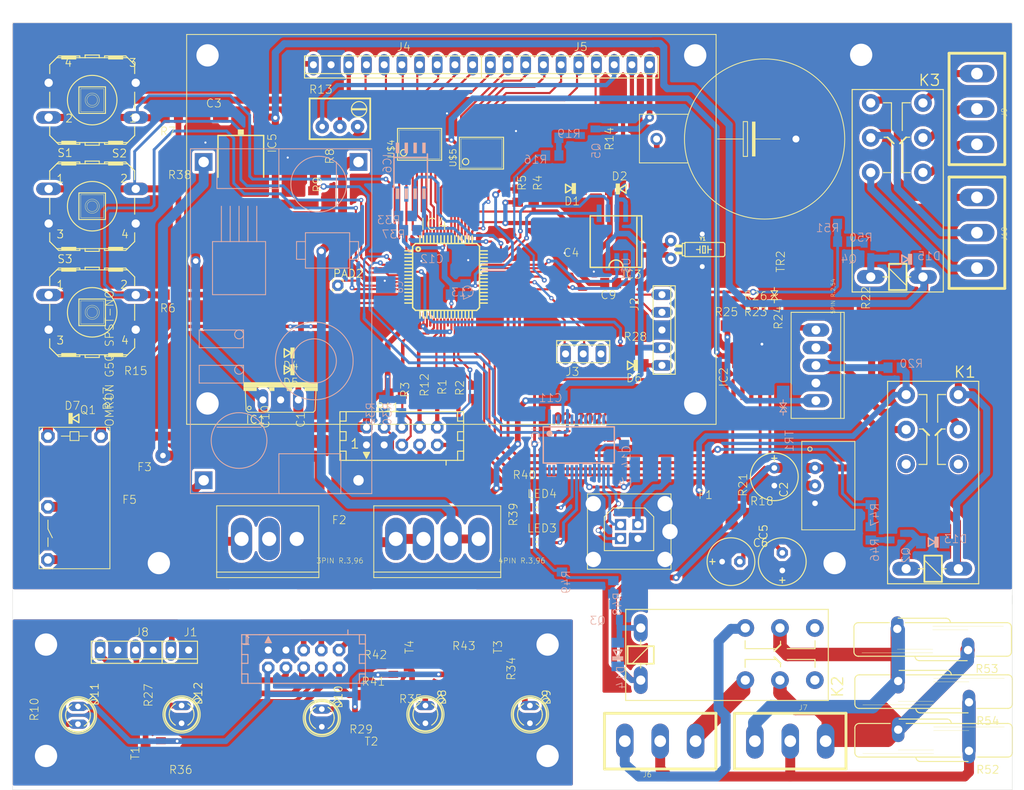
<source format=kicad_pcb>
(kicad_pcb (version 20211014) (generator pcbnew)
  (layers (0 "F.Cu" signal) (31 "B.Cu" signal) (34 "B.Paste" user) (35 "F.Paste" user) (36 "B.SilkS" user "B.Silkscreen") (37 "F.SilkS" user "F.Silkscreen") (38 "B.Mask" user) (39 "F.Mask" user) (44 "Edge.Cuts" user))
  (net 0 "")
  (net 1 "GND")
  (net 2 "V+")
  (net 3 "V-")
  (net 4 "PGD")
  (net 5 "RST")
  (net 6 "N$45")
  (net 7 "N$2")
  (net 8 "PCF8583_SCL")
  (net 9 "PCF8583_SDA")
  (net 10 "N$4")
  (net 11 "N$9")
  (net 12 "PGC")
  (net 13 "LED_AWARIA")
  (net 14 "LED_3KV")
  (net 15 "+3V3")
  (net 16 "N$12")
  (net 17 "N$1")
  (net 18 "N$3")
  (net 19 "N$6")
  (net 20 "N$5")
  (net 21 "N$8")
  (net 22 "LED_4KV")
  (net 23 "LED_7KV")
  (net 24 "WB_DIFF_TX")
  (net 25 "WB_DIFF_RX")
  (net 26 "WB_DATA_A")
  (net 27 "WB_DATA_B")
  (net 28 "WB_DIFF_TX_EN")
  (net 29 "SW_KAS_ALARM")
  (net 30 "PIC_RX")
  (net 31 "PIC_TX")
  (net 32 "ADC_AKU")
  (net 33 "N$10")
  (net 34 "N$7")
  (net 35 "+5V")
  (net 36 "RSTL")
  (net 37 "N$16")
  (net 38 "N$42")
  (net 39 "N$11")
  (net 40 "N$18")
  (net 41 "RLY_AKU")
  (net 42 "N$19")
  (net 43 "N$20")
  (net 44 "N$21")
  (net 45 "N$22")
  (net 46 "N$24")
  (net 47 "N$27")
  (net 48 "RLY_COIL_AKU")
  (net 49 "BREAK_SW")
  (net 50 "READ_SW")
  (net 51 "CLEAR_SW")
  (net 52 "SW1")
  (net 53 "SW2")
  (net 54 "24C64_SCL")
  (net 55 "24C64_SDA")
  (net 56 "SST25_CS")
  (net 57 "SST25_DO")
  (net 58 "SST25_DI")
  (net 59 "SST25_CLK")
  (net 60 "N$35")
  (net 61 "N$41")
  (net 62 "N$28")
  (net 63 "N$30")
  (net 64 "N$17")
  (net 65 "N$23")
  (net 66 "N$31")
  (net 67 "TXLED")
  (net 68 "RXLED")
  (net 69 "+5V_USB")
  (net 70 "N$32")
  (net 71 "DB0H")
  (net 72 "DB0L")
  (net 73 "DB1L")
  (net 74 "DB2L")
  (net 75 "DB3L")
  (net 76 "DB4L")
  (net 77 "DB5L")
  (net 78 "DB6L")
  (net 79 "DB7L")
  (net 80 "CS1L")
  (net 81 "CS2L")
  (net 82 "RWL")
  (net 83 "DIL")
  (net 84 "EL")
  (net 85 "DB1H")
  (net 86 "DB2H")
  (net 87 "DB3H")
  (net 88 "DB4H")
  (net 89 "DB5H")
  (net 90 "DB6H")
  (net 91 "DB7H")
  (net 92 "CS1H")
  (net 93 "CS2H")
  (net 94 "RSTH")
  (net 95 "RWH")
  (net 96 "DIH")
  (net 97 "EH")
  (net 98 "ALARM_RLY")
  (net 99 "MAIN_SPL_RLY")
  (net 100 "SOFT_RLY")
  (net 101 "RA7")
  (net 102 "RA6")
  (net 103 "N$36")
  (net 104 "N$37")
  (net 105 "N$44")
  (net 106 "N$46")
  (net 107 "+5V/1")
  (net 108 "GND1")
  (net 109 "N$38")
  (net 110 "N$39")
  (net 111 "N$47")
  (net 112 "N$48")
  (net 113 "N$40")
  (net 114 "N$43")
  (net 115 "N$49")
  (net 116 "N$50")
  (net 117 "N$55")
  (net 118 "N$56")
  (net 119 "N$57")
  (net 120 "N$58")
  (net 121 "LED4")
  (net 122 "LED3")
  (net 123 "LED1")
  (net 124 "LED2")
  (net 125 "N$51")
  (net 126 "N$52")
  (net 127 "N$53")
  (net 128 "N$54")
  (net 129 "N$59")
  (net 130 "N$61")
  (net 131 "N$62")
  (net 132 "N$63")
  (net 133 "N$64")
  (net 134 "N$65")
  (net 135 "N$66")
  (net 136 "N$68")
  (net 137 "N$69")
  (net 138 "N$71")
  (net 139 "N$72")
  (net 140 "N$73")
  (net 141 "N$74")
  (net 142 "N$75")
  (net 143 "N$76")
  (net 144 "RC5")
  (net 145 "N$25")
  (net 146 "N$26")
  (net 147 "LCD_BACKLIGHT")
  (net 148 "N$29")
  (net 149 "N$33")
  (footprint "R0805" (layer "F.Cu") (at 137.8331 103.0606 90)
    (fp_text reference "R12")
    (fp_text value "200R")
  )
  (footprint "CR2032" (layer "F.Cu") (at 184.6961 66.6116 90)
    (fp_text reference "U$11" hide)
    (fp_text value "CR2032" hide)
  )
  (footprint "R0805" (layer "F.Cu") (at 150.2791 143.8276 90)
    (fp_text reference "R34")
    (fp_text value "200R")
  )
  (footprint "R0805" (layer "F.Cu") (at 151.5491 74.7396 -90)
    (fp_text reference "R4")
    (fp_text value "10k")
  )
  (footprint "RTRIM3299W" (layer "F.Cu") (at 123.7361 63.5636 -90)
    (fp_text reference "R13")
    (fp_text value "10k")
  )
  (footprint "" (layer "F.Cu") (at 108.4961 132.9056)
    (fp_text reference "@HOLE1" hide)
    (fp_text value "")
  )
  (footprint "R0805" (layer "F.Cu") (at 95.6691 148.9076 -90)
    (fp_text reference "R27")
    (fp_text value "200R")
  )
  (footprint "M1206" (layer "F.Cu") (at 183.8071 120.5866)
    (fp_text reference "R18")
    (fp_text value "10uH/450mA")
  )
  (footprint "CT_CN1812" (layer "F.Cu") (at 94.9071 121.6026)
    (fp_text reference "F5")
    (fp_text value "1A")
  )
  (footprint "R0805" (layer "F.Cu") (at 182.2831 93.4086)
    (fp_text reference "R23")
    (fp_text value "240R")
  )
  (footprint "CT_CN1812" (layer "F.Cu") (at 177.591718 120.909181)
    (fp_text reference "F1")
    (fp_text value "1A")
  )
  (footprint "R0805" (layer "F.Cu") (at 178.0921 93.4086)
    (fp_text reference "R25")
    (fp_text value "1k")
  )
  (footprint "R0805" (layer "F.Cu") (at 81.8261 149.6696 90)
    (fp_text reference "R10")
    (fp_text value "200R")
  )
  (footprint "" (layer "F.Cu") (at 159.9311 147.3836)
    (fp_text reference "@HOLE10" hide)
    (fp_text value "")
  )
  (footprint "CRYSTAL-PTH-2X6-CYL-KIT" (layer "F.Cu") (at 171.2341 82.4866 -90)
    (fp_text reference "Y1")
    (fp_text value "32.768kHz")
  )
  (footprint "R0805" (layer "F.Cu") (at 99.6061 88.9636 180)
    (fp_text reference "R6")
    (fp_text value "10k")
  )
  (footprint "" (layer "F.Cu") (at 147.2311 132.9056)
    (fp_text reference "@HOLE6" hide)
    (fp_text value "")
  )
  (footprint "R0805" (layer "F.Cu") (at 142.9131 102.9336 90)
    (fp_text reference "R2")
    (fp_text value "200R")
  )
  (footprint "C0805" (layer "F.Cu") (at 117.7671 109.0296 -90)
    (fp_text reference "C1")
    (fp_text value "100n")
  )
  (footprint "R0805" (layer "F.Cu") (at 127.4191 146.4946)
    (fp_text reference "R41")
    (fp_text value "10k")
  )
  (footprint "SOD80C" (layer "F.Cu") (at 116.3701 99.7586 180)
    (fp_text reference "D5")
    (fp_text value "3V6")
  )
  (footprint "" (layer "F.Cu") (at 110.1471 132.9056)
    (fp_text reference "@HOLE2" hide)
    (fp_text value "")
  )
  (footprint "" (layer "F.Cu") (at 159.9311 149.0346)
    (fp_text reference "@HOLE9" hide)
    (fp_text value "")
  )
  (footprint "SFH482" (layer "F.Cu") (at 136.0091 149.2576 -90)
    (fp_text reference "D8")
    (fp_text value "SFH482")
  )
  (footprint "" (layer "F.Cu") (at 81.6991 132.9056)
    (fp_text reference "@HOLE14" hide)
    (fp_text value "")
  )
  (footprint "B3F_40XXA" (layer "F.Cu") (at 88.1761 61.0236 180)
    (fp_text reference "S2")
    (fp_text value "")
  )
  (footprint "R0805" (layer "F.Cu") (at 149.09419 116.8147)
    (fp_text reference "R40")
    (fp_text value "1k")
  )
  (footprint "C0805" (layer "F.Cu") (at 156.6291 84.6456)
    (fp_text reference "C4")
    (fp_text value "100n")
  )
  (footprint "CON10" (layer "F.Cu") (at 132.6261 109.2836)
    (fp_text reference "CON1" hide)
    (fp_text value "")
  )
  (footprint "" (layer "F.Cu") (at 111.9251 132.9056)
    (fp_text reference "@HOLE3" hide)
    (fp_text value "")
  )
  (footprint "R0805" (layer "F.Cu") (at 99.6061 63.5636 180)
    (fp_text reference "R7")
    (fp_text value "10k")
  )
  (footprint "CHIP-LED0805" (layer "F.Cu") (at 151.8031 124.4728 -90)
    (fp_text reference "LED3")
    (fp_text value "")
  )
  (footprint "C0805" (layer "F.Cu") (at 162.5981 87.3126 180)
    (fp_text reference "C9")
    (fp_text value "22p")
  )
  (footprint "R0805" (layer "F.Cu") (at 149.2631 74.7396 -90)
    (fp_text reference "R5")
    (fp_text value "10k")
  )
  (footprint "R0805" (layer "F.Cu") (at 165.0111 96.9646)
    (fp_text reference "R28")
    (fp_text value "10k")
  )
  (footprint "R0805" (layer "F.Cu") (at 129.9591 138.7476 180)
    (fp_text reference "R42")
    (fp_text value "10k")
  )
  (footprint "TO252" (layer "F.Cu") (at 109.5121 68.2626 180)
    (fp_text reference "IC5")
    (fp_text value "7805DT")
  )
  (footprint "DO214AC+MINIMELF_BIDIR" (layer "F.Cu") (at 186.0931 89.0398 -90)
    (fp_text reference "TR2")
    (fp_text value "TGL34-6.8CA ")
  )
  (footprint "R0805" (layer "F.Cu") (at 92.329 105.0164 90)
    (fp_text reference "R17")
    (fp_text value "10k")
  )
  (footprint "TQFP64-10X10" (layer "F.Cu") (at 138.9761 86.4236)
    (fp_text reference "IC4")
    (fp_text value "PIC18F67J50")
  )
  (footprint "10X10MTA" (layer "F.Cu") (at 156.7561 55.9436 180)
    (fp_text reference "J5")
    (fp_text value "")
  )
  (footprint "SOT23-BEC" (layer "F.Cu") (at 96.9391 153.9876 90)
    (fp_text reference "T1")
    (fp_text value "")
  )
  (footprint "G2R2" (layer "F.Cu") (at 169.4561 140.6526)
    (fp_text reference "K2")
    (fp_text value "FTR-F1CA012V")
  )
  (footprint "SOD80C" (layer "F.Cu") (at 165.6461 99.1236 180)
    (fp_text reference "D6")
    (fp_text value "1N4148")
  )
  (footprint "4PIN_R3,96" (layer "F.Cu") (at 137.7061 129.6036 180)
    (fp_text reference "U$8" hide)
    (fp_text value "4PIN_R3,96" hide)
  )
  (footprint "TSSOP20" (layer "F.Cu") (at 135.1661 67.3736)
    (fp_text reference "U$4")
    (fp_text value "TXB010X")
  )
  (footprint "" (layer "F.Cu") (at 143.9291 132.9056)
    (fp_text reference "@HOLE4" hide)
    (fp_text value "")
  )
  (footprint "5PIN_R2,54" (layer "F.Cu") (at 192.3161 97.8536 -90)
    (fp_text reference "U$10" hide)
    (fp_text value "5PIN_R2,54" hide)
  )
  (footprint "SOD80C" (layer "F.Cu") (at 164.1856 73.7871)
    (fp_text reference "D2")
    (fp_text value "")
  )
  (footprint "R0805" (layer "F.Cu") (at 121.7041 70.9296 -90)
    (fp_text reference "R8")
    (fp_text value "620R")
  )
  (footprint "G5Q_SPSTNO" (layer "F.Cu") (at 84.3661 118.1736 -90)
    (fp_text reference "U$6" hide)
    (fp_text value "G5Q" hide)
  )
  (footprint "1X3MTA" (layer "F.Cu") (at 215.1761 62.2936 -90)
    (fp_text reference "J9")
    (fp_text value "")
  )
  (footprint "SOT23-BEC" (layer "F.Cu") (at 86.9061 102.9336 180)
    (fp_text reference "Q1")
    (fp_text value "BC817")
  )
  (footprint "E2,5-7" (layer "F.Cu") (at 186.0931 115.1256 -90)
    (fp_text reference "C2")
    (fp_text value "100u")
  )
  (footprint "R0805" (layer "F.Cu") (at 99.6061 73.7236)
    (fp_text reference "R38")
    (fp_text value "10k")
  )
  (footprint "SOD80C" (layer "F.Cu") (at 85.6361 106.7436)
    (fp_text reference "D7")
    (fp_text value "1N4148")
  )
  (footprint "R0805" (layer "F.Cu") (at 131.7371 103.1876 180)
    (fp_text reference "R11")
    (fp_text value "10k")
  )
  (footprint "1,6_0,8" (layer "F.Cu") (at 123.438918 87.62629)
    (fp_text reference "PAD2")
    (fp_text value "")
  )
  (footprint "1X3MTA" (layer "F.Cu") (at 188.3791 153.0986)
    (fp_text reference "J7")
    (fp_text value "")
  )
  (footprint "" (layer "F.Cu") (at 79.9211 132.9056)
    (fp_text reference "@HOLE13" hide)
    (fp_text value "")
  )
  (footprint "SOT23-BEC" (layer "F.Cu") (at 145.1991 142.5576 -90)
    (fp_text reference "T3")
    (fp_text value "")
  )
  (footprint "R0805" (layer "F.Cu") (at 164.3761 67.7038 90)
    (fp_text reference "R14")
    (fp_text value "4,7k")
  )
  (footprint "R0805" (layer "F.Cu") (at 186.0931 94.6786 -90)
    (fp_text reference "R24")
    (fp_text value "1k")
  )
  (footprint "1X3MTA" (layer "F.Cu") (at 169.7101 153.0986 180)
    (fp_text reference "J6")
    (fp_text value "")
  )
  (footprint "SOT23-BEC" (layer "F.Cu") (at 127.4191 150.5586 180)
    (fp_text reference "T2")
    (fp_text value "")
  )
  (footprint "G2R2" (layer "F.Cu") (at 203.7461 83.8836 90)
    (fp_text reference "K3")
    (fp_text value " FTR-F1CA012V")
  )
  (footprint "SFH482" (layer "F.Cu") (at 151.0091 149.2576 -90)
    (fp_text reference "D9")
    (fp_text value "SFH482")
  )
  (footprint "SFH482" (layer "F.Cu") (at 121.1361 149.7656 -90)
    (fp_text reference "D10")
    (fp_text value "SFH482")
  )
  (footprint "SOT23-BEC" (layer "F.Cu") (at 132.4991 142.5576 -90)
    (fp_text reference "T4")
    (fp_text value "")
  )
  (footprint "10X04MTA" (layer "F.Cu") (at 93.1291 140.0176 180)
    (fp_text reference "J8")
    (fp_text value "")
  )
  (footprint "S20K250" (layer "F.Cu") (at 208.9531 152.9716 90)
    (fp_text reference "R52")
    (fp_text value "S20K250")
  )
  (footprint "R0805" (layer "F.Cu") (at 198.6661 91.8338 -90)
    (fp_text reference "R22")
    (fp_text value "18k")
  )
  (footprint "B3F_40XXA" (layer "F.Cu") (at 88.1761 76.2636)
    (fp_text reference "S1")
    (fp_text value "")
  )
  (footprint "" (layer "F.Cu") (at 145.5801 132.9056)
    (fp_text reference "@HOLE5" hide)
    (fp_text value "")
  )
  (footprint "1X3MTA" (layer "F.Cu") (at 215.1761 80.0736 -90)
    (fp_text reference "J10")
    (fp_text value "")
  )
  (footprint "B3F_40XXA" (layer "F.Cu") (at 88.1761 91.5036)
    (fp_text reference "S3")
    (fp_text value "")
  )
  (footprint "SO8-7_5" (layer "F.Cu") (at 163.3601 81.3436 90)
    (fp_text reference "IC3")
    (fp_text value "PFC8583T")
  )
  (footprint "USB_B" (layer "F.Cu") (at 165.2651 122.9996)
    (fp_text reference "U$3" hide)
    (fp_text value "USBB" hide)
  )
  (footprint "R0805" (layer "F.Cu") (at 148.036281 122.9488 -90)
    (fp_text reference "R39")
    (fp_text value "1k")
  )
  (footprint "" (layer "F.Cu") (at 78.2701 132.9056)
    (fp_text reference "@HOLE12" hide)
    (fp_text value "")
  )
  (footprint "R0805" (layer "F.Cu") (at 181.0131 118.6816 -90)
    (fp_text reference "R21")
    (fp_text value "1k")
  )
  (footprint "SOD80C" (layer "F.Cu") (at 156.7561 73.7236 180)
    (fp_text reference "D1")
    (fp_text value "")
  )
  (footprint "SFH482" (layer "F.Cu") (at 86.1361 149.3846 -90)
    (fp_text reference "D11")
    (fp_text value "SFH482")
  )
  (footprint "G2R2" (layer "F.Cu") (at 208.8261 125.7936 90)
    (fp_text reference "K1")
    (fp_text value " FTR-F1CA012V")
  )
  (footprint "C0805" (layer "F.Cu") (at 112.6871 109.1566 -90)
    (fp_text reference "C10")
    (fp_text value "100n")
  )
  (footprint "R0805" (layer "F.Cu") (at 142.6591 137.4776 180)
    (fp_text reference "R43")
    (fp_text value "10k")
  )
  (footprint "E2,5-7" (layer "F.Cu") (at 187.2361 127.3176 90)
    (fp_text reference "C5")
    (fp_text value "100u/25V")
  )
  (footprint "CHIP-LED0805" (layer "F.Cu") (at 151.8031 119.5198 -90)
    (fp_text reference "LED4")
    (fp_text value "")
  )
  (footprint "10X10MTA" (layer "F.Cu") (at 131.3561 55.9436 180)
    (fp_text reference "J4")
    (fp_text value "")
  )
  (footprint "10X03MTA" (layer "F.Cu") (at 158.6611 97.4726)
    (fp_text reference "J3")
    (fp_text value "")
  )
  (footprint "E2,5-7" (layer "F.Cu") (at 179.8701 127.3176)
    (fp_text reference "C6")
    (fp_text value "100u")
  )
  (footprint "CT_CN1812" (layer "F.Cu") (at 125.0061 124.5236)
    (fp_text reference "F2")
    (fp_text value "1A")
  )
  (footprint "" (layer "F.Cu") (at 159.9311 145.6056)
    (fp_text reference "@HOLE11" hide)
    (fp_text value "")
  )
  (footprint "" (layer "F.Cu") (at 159.9311 150.6856)
    (fp_text reference "@HOLE8" hide)
    (fp_text value "")
  )
  (footprint "TO220V" (layer "F.Cu") (at 115.2271 101.5366)
    (fp_text reference "IC1")
    (fp_text value "TS2940")
  )
  (footprint "R0805" (layer "F.Cu") (at 182.2831 91.1226)
    (fp_text reference "R26")
    (fp_text value "240R")
  )
  (footprint "10X05MTA" (layer "F.Cu") (at 169.9641 94.0436 -90)
    (fp_text reference "J2")
    (fp_text value "")
  )
  (footprint "CT_CN1812" (layer "F.Cu") (at 97.0661 116.9036)
    (fp_text reference "F3")
    (fp_text value "1A")
  )
  (footprint "SFH482" (layer "F.Cu") (at 101.0091 149.2576 -90)
    (fp_text reference "D12")
    (fp_text value "SFH482")
  )
  (footprint "" (layer "F.Cu") (at 106.8451 132.9056)
    (fp_text reference "@HOLE0" hide)
    (fp_text value "")
  )
  (footprint "R0805" (layer "F.Cu") (at 125.6411 153.3526)
    (fp_text reference "R29")
    (fp_text value "200R")
  )
  (footprint "R0805" (layer "F.Cu") (at 102.0191 155.2576 180)
    (fp_text reference "R36")
    (fp_text value "10k")
  )
  (footprint "SOD80C" (layer "F.Cu") (at 116.3701 97.3456 180)
    (fp_text reference "D4")
    (fp_text value "3V6")
  )
  (footprint "R0805" (layer "F.Cu") (at 135.0391 103.1876 90)
    (fp_text reference "R3")
    (fp_text value "200R")
  )
  (footprint "" (layer "F.Cu") (at 149.0091 132.9056)
    (fp_text reference "@HOLE7" hide)
    (fp_text value "")
  )
  (footprint "R0805" (layer "F.Cu") (at 135.0391 145.0976 180)
    (fp_text reference "R35")
    (fp_text value "200R")
  )
  (footprint "RG12864B-BIW-V" (layer "F.Cu") (at 123.7361 65.5956)
    (fp_text reference "U$12" hide)
    (fp_text value "RG12864B-BIW-V" hide)
  )
  (footprint "3PIN_R3,96" (layer "F.Cu") (at 113.5761 129.6036 180)
    (fp_text reference "U$9" hide)
    (fp_text value "3PIN_R3,96" hide)
  )
  (footprint "TSSOP20" (layer "F.Cu") (at 144.0561 68.6436)
    (fp_text reference "U$5")
    (fp_text value "TXB010X")
  )
  (footprint "S20K250" (layer "F.Cu") (at 208.9531 145.9866 90)
    (fp_text reference "R54")
    (fp_text value "S20K250")
  )
  (footprint "SOIC8" (layer "F.Cu") (at 182.1561 100.3936)
    (fp_text reference "IC2")
    (fp_text value "LTC485S")
  )
  (footprint "AIMTEC_DC" (layer "F.Cu") (at 191.9351 116.3956 90)
    (fp_text reference "U$2" hide)
    (fp_text value "AMSR-7815-NZ" hide)
  )
  (footprint "10X02MTA" (layer "F.Cu") (at 100.7491 140.0176 180)
    (fp_text reference "J1")
    (fp_text value "")
  )
  (footprint "C0805" (layer "F.Cu") (at 105.3211 63.1826)
    (fp_text reference "C3")
    (fp_text value "100n")
  )
  (footprint "S20K250" (layer "F.Cu") (at 208.8261 138.4936 90)
    (fp_text reference "R53")
    (fp_text value "S20K250")
  )
  (footprint "R0805" (layer "F.Cu") (at 119.9261 74.9936 -90)
    (fp_text reference "R9")
    (fp_text value "2.2k")
  )
  (footprint "R0805" (layer "F.Cu") (at 140.3731 102.8066 90)
    (fp_text reference "R1")
    (fp_text value "200R")
  )
  (footprint "R0805" (layer "F.Cu") (at 93.2942 101.8668)
    (fp_text reference "R15")
    (fp_text value "1k")
  )
  (footprint "R0805" (layer "B.Cu") (at 196.1261 78.8036)
    (fp_text reference "R51")
    (fp_text value "10k")
  )
  (footprint "DC_BUCK" (layer "B.Cu") (at 101.0031 116.9036 90)
    (fp_text reference "U$7" hide)
    (fp_text value "XL4015" hide)
  )
  (footprint "C0805" (layer "B.Cu") (at 138.7221 88.9636 180)
    (fp_text reference "C13")
    (fp_text value "100n")
  )
  (footprint "DO214AC+MINIMELF_BIDIR" (layer "B.Cu") (at 187.3631 105.1688 90)
    (fp_text reference "TR1")
    (fp_text value "TGL34-6.8CA ")
  )
  (footprint "R0805" (layer "B.Cu") (at 155.6131 127.851 90)
    (fp_text reference "R49")
    (fp_text value "10k")
  )
  (footprint "R0805" (layer "B.Cu") (at 130.0861 104.9656 -90)
    (fp_text reference "R32")
    (fp_text value "10k")
  )
  (footprint "SOT23-BEC" (layer "B.Cu") (at 163.8681 134.5566)
    (fp_text reference "Q3")
    (fp_text value "BC817")
  )
  (footprint "CT_CN1812" (layer "B.Cu") (at 168.3131 114.1096)
    (fp_text reference "F4")
    (fp_text value "0.5A")
  )
  (footprint "R0805" (layer "B.Cu") (at 154.2161 68.9738)
    (fp_text reference "R16")
    (fp_text value "4,7k")
  )
  (footprint "R0805" (layer "B.Cu") (at 203.3651 99.4538 180)
    (fp_text reference "R20")
    (fp_text value "18k")
  )
  (footprint "R0805" (layer "B.Cu") (at 154.2161 66.4338 180)
    (fp_text reference "R19")
    (fp_text value "10k")
  )
  (footprint "SOIC8(S2A)" (layer "B.Cu") (at 162.847021 81.148018 180)
    (fp_text reference "U$1")
    (fp_text value "SST25VF016B")
  )
  (footprint "SOT23-BEC" (layer "B.Cu") (at 203.7461 123.2536 90)
    (fp_text reference "Q2")
    (fp_text value "BC817")
  )
  (footprint "R0805" (layer "B.Cu") (at 133.1341 77.6606)
    (fp_text reference "R33")
    (fp_text value "10k")
  )
  (footprint "R0805" (layer "B.Cu") (at 132.4991 104.9656 -90)
    (fp_text reference "R30")
    (fp_text value "10k")
  )
  (footprint "R0805" (layer "B.Cu") (at 199.9361 123.2536 90)
    (fp_text reference "R46")
    (fp_text value "4,7k")
  )
  (footprint "SMC_D" (layer "B.Cu") (at 130.317237 84.361118 90)
    (fp_text reference "C8")
    (fp_text value "22u")
  )
  (footprint "R0805" (layer "B.Cu") (at 133.833871 79.715459)
    (fp_text reference "R37")
    (fp_text value "10k")
  )
  (footprint "C0805" (layer "B.Cu") (at 164.533581 109.625228 90)
    (fp_text reference "C14")
    (fp_text value "33n")
  )
  (footprint "CON10" (layer "B.Cu") (at 118.5291 141.2876)
    (fp_text reference "CON2" hide)
    (fp_text value "")
  )
  (footprint "SOD80C" (layer "B.Cu") (at 163.6141 140.6526 90)
    (fp_text reference "D14")
    (fp_text value "1N4148")
  )
  (footprint "SOD80C" (layer "B.Cu") (at 205.0161 83.8836 180)
    (fp_text reference "D15")
    (fp_text value "1N4148")
  )
  (footprint "R0805" (layer "B.Cu") (at 196.1261 81.3436 180)
    (fp_text reference "R50")
    (fp_text value "4,7k")
  )
  (footprint "C0805" (layer "B.Cu") (at 156.624018 103.469537)
    (fp_text reference "C11")
    (fp_text value "100n")
  )
  (footprint "R0805" (layer "B.Cu") (at 162.9791 131.0006 90)
    (fp_text reference "R48")
    (fp_text value "4,7k")
  )
  (footprint "C0805" (layer "B.Cu") (at 141.7701 86.5506 90)
    (fp_text reference "C7")
    (fp_text value "100n")
  )
  (footprint "R0805" (layer "B.Cu") (at 199.9361 118.1736 90)
    (fp_text reference "R47")
    (fp_text value "10k")
  )
  (footprint "C0805" (layer "B.Cu") (at 139.6111 83.5026)
    (fp_text reference "C12")
    (fp_text value "100n")
  )
  (footprint "SOT23-BEC" (layer "B.Cu") (at 199.9361 82.6136)
    (fp_text reference "Q4")
    (fp_text value "BC817")
  )
  (footprint "SOT23-BEC" (layer "B.Cu") (at 159.2961 65.1638 90)
    (fp_text reference "Q5")
    (fp_text value "BC817")
  )
  (footprint "SSOP28" (layer "B.Cu") (at 158.0261 110.5536)
    (fp_text reference "IC7")
    (fp_text value "FT232RL")
  )
  (footprint "SO-08M" (layer "B.Cu") (at 133.8961 71.1836)
    (fp_text reference "IC6")
    (fp_text value "24C64SM")
  )
  (footprint "SOD80C" (layer "B.Cu") (at 208.8261 124.5236 180)
    (fp_text reference "D13")
    (fp_text value "1N4148")
  )
  (gr_line (start 220.2561 132.1436) (end 220.2361 133.4136) (layer "Edge.Cuts") (width 0.05))
  (gr_line (start 76.7461 160.0836) (end 220.2561 160.0836) (layer "Edge.Cuts") (width 0.05))
  (gr_line (start 76.7461 49.9236) (end 76.7461 160.0836) (layer "Edge.Cuts") (width 0.05))
  (gr_line (start 220.2361 133.4136) (end 220.2361 49.9236) (layer "Edge.Cuts") (width 0.05))
  (gr_line (start 220.2361 49.9236) (end 76.7461 49.9236) (layer "Edge.Cuts") (width 0.05))
  (gr_line (start 220.2561 160.0836) (end 220.2561 132.1436) (layer "Edge.Cuts") (width 0.05))
  (gr_text "02.2020/V2.3" (at 154.1653 107.5564) (layer "F.Cu") (effects (font (size 1.34112 1.34112) (thickness 0.33528)) (justify left bottom)))
  (gr_text "CENTRALA WB" (at 154.1653 110.0964) (layer "F.Cu") (effects (font (size 1.34112 1.34112) (thickness 0.33528)) (justify left bottom)))
  (gr_text "AKU 12V" (at 108.2421 130.6196) (layer "F.Cu") (effects (font (size 1.34112 1.34112) (thickness 0.33528)) (justify left bottom)))
  (gr_text "ZASILACZ 12V" (at 128.6891 130.7466) (layer "F.Cu") (effects (font (size 1.34112 1.34112) (thickness 0.33528)) (justify left bottom)))
  (segment (start 148.7519 65.7258) (end 149.0091 65.4686) (width 0.3048) (layer "F.Cu") (net 1))
  (segment (start 131.7371 86.6776) (end 134.7851 86.6776) (width 0.3048) (layer "F.Cu") (net 1))
  (segment (start 133.2761 86.6736) (end 131.7411 86.6736) (width 0.3048) (layer "F.Cu") (net 1))
  (segment (start 139.2301 79.3116) (end 139.2301 84.6456) (width 0.3048) (layer "F.Cu") (net 1))
  (segment (start 136.7261 92.1236) (end 136.7261 93.3726) (width 0.3048) (layer "F.Cu") (net 1))
  (segment (start 144.6761 86.1736) (end 146.2111 86.1736) (width 0.3048) (layer "F.Cu") (net 1))
  (segment (start 139.2301 84.6456) (end 137.5791 86.2966) (width 0.3048) (layer "F.Cu") (net 1))
  (segment (start 136.6901 90.6146) (end 136.8171 90.4876) (width 0.3048) (layer "F.Cu") (net 1))
  (segment (start 139.2261 90.9996) (end 139.2301 91.1226) (width 0.3048) (layer "F.Cu") (net 1))
  (segment (start 138.0911 64.4558) (end 139.1031 62.9286) (width 0.3048) (layer "F.Cu") (net 1))
  (segment (start 136.7261 93.3726) (end 136.6901 93.4086) (width 0.3048) (layer "F.Cu") (net 1))
  (segment (start 146.9811 65.7258) (end 148.7519 65.7258) (width 0.3048) (layer "F.Cu") (net 1))
  (segment (start 146.2111 86.1736) (end 145.5801 86.1696) (width 0.3048) (layer "F.Cu") (net 1))
  (segment (start 139.2261 90.9996) (end 137.2021 90.8726) (width 0.3048) (layer "F.Cu") (net 1))
  (segment (start 139.2261 79.3156) (end 139.2301 79.3116) (width 0.3048) (layer "F.Cu") (net 1))
  (segment (start 139.2301 91.1226) (end 139.2301 93.4086) (width 0.3048) (layer "F.Cu") (net 1))
  (segment (start 131.7411 86.6736) (end 131.7371 86.6776) (width 0.3048) (layer "F.Cu") (net 1))
  (segment (start 139.2261 92.1236) (end 139.2261 90.9996) (width 0.3048) (layer "F.Cu") (net 1))
  (segment (start 139.2261 80.7236) (end 139.2261 79.3156) (width 0.3048) (layer "F.Cu") (net 1))
  (segment (start 142.4051 86.1696) (end 142.2781 86.2966) (width 0.3048) (layer "F.Cu") (net 1))
  (segment (start 137.2021 90.8726) (end 136.8171 90.4876) (width 0.3048) (layer "F.Cu") (net 1))
  (segment (start 136.6901 93.4086) (end 136.6901 90.6146) (width 0.3048) (layer "F.Cu") (net 1))
  (segment (start 145.5801 86.1696) (end 142.4051 86.1696) (width 0.3048) (layer "F.Cu") (net 1))
  (via (at 149.0091 65.4686) (size 0.7064) (drill 0.3) (layers "F.Cu" "B.Cu") (net 1))
  (via (at 160.1851 85.6616) (size 0.7064) (drill 0.3) (layers "F.Cu" "B.Cu") (net 1))
  (via (at 116.2431 69.2786) (size 0.7064) (drill 0.3) (layers "F.Cu" "B.Cu") (net 1))
  (via (at 135.4201 84.1376) (size 0.6096) (drill 0.3) (layers "F.Cu" "B.Cu") (net 1))
  (via (at 104.4321 67.1196) (size 0.7064) (drill 0.3) (layers "F.Cu" "B.Cu") (net 1))
  (via (at 97.7461 127.5236) (size 6.4516) (drill 3.2) (layers "F.Cu" "B.Cu") (net 1))
  (via (at 198.5561 54.5236) (size 6.4516) (drill 3.2) (layers "F.Cu" "B.Cu") (net 1))
  (via (at 194.7461 127.5236) (size 6.4516) (drill 3.2) (layers "F.Cu" "B.Cu") (net 1))
  (via (at 175.7461 84.935159) (size 1.1064) (drill 0.7) (layers "F.Cu" "B.Cu") (net 1))
  (via (at 142.1511 84.0106) (size 0.6096) (drill 0.3) (layers "F.Cu" "B.Cu") (net 1))
  (via (at 155.9941 82.9946) (size 0.7064) (drill 0.3) (layers "F.Cu" "B.Cu") (net 1))
  (via (at 175.7461 80.259018) (size 1.1064) (drill 0.7) (layers "F.Cu" "B.Cu") (net 1))
  (via (at 139.1031 62.9286) (size 0.7064) (drill 0.3) (layers "F.Cu" "B.Cu") (net 1))
  (via (at 184.3151 96.0756) (size 0.8064) (drill 0.4) (layers "F.Cu" "B.Cu") (net 1))
  (segment (start 155.7511 112.67534) (end 155.715968 112.640209) (width 0.4064) (layer "B.Cu") (net 1))
  (segment (start 155.47975 112.640209) (end 155.293059 112.8269) (width 0.4064) (layer "B.Cu") (net 1))
  (segment (start 164.533581 107.407812) (end 163.878259 106.75249) (width 0.4064) (layer "B.Cu") (net 1))
  (segment (start 160.3011 112.8413) (end 160.279081 112.819281) (width 0.4064) (layer "B.Cu") (net 1))
  (segment (start 158.3511 112.61215) (end 158.27629 112.53734) (width 0.4064) (layer "B.Cu") (net 1))
  (segment (start 155.293059 112.8269) (end 155.293059 115.518028) (width 0.4064) (layer "B.Cu") (net 1))
  (segment (start 162.427209 106.75249) (end 162.2511 106.9286) (width 0.4064) (layer "B.Cu") (net 1))
  (segment (start 155.7511 114.1786) (end 155.7511 112.67534) (width 0.4064) (layer "B.Cu") (net 1))
  (segment (start 157.7011 105.420381) (end 157.687009 105.40629) (width 0.3048) (layer "B.Cu") (net 1))
  (segment (start 158.27629 117.089021) (end 158.734759 117.54749) (width 0.4064) (layer "B.Cu") (net 1))
  (segment (start 160.3011 114.1786) (end 160.3011 112.8413) (width 0.4064) (layer "B.Cu") (net 1))
  (segment (start 157.687009 105.40629) (end 157.687009 108.647328) (width 0.3048) (layer "B.Cu") (net 1))
  (segment (start 157.687009 108.647328) (end 157.734 108.694318) (width 0.3048) (layer "B.Cu") (net 1))
  (segment (start 158.558231 112.819281) (end 158.3511 112.61215) (width 0.4064) (layer "B.Cu") (net 1))
  (segment (start 155.715968 112.640209) (end 155.47975 112.640209) (width 0.4064) (layer "B.Cu") (net 1))
  (segment (start 163.878259 106.75249) (end 162.427209 106.75249) (width 0.4064) (layer "B.Cu") (net 1))
  (segment (start 160.279081 112.819281) (end 158.558231 112.819281) (width 0.4064) (layer "B.Cu") (net 1))
  (segment (start 158.3511 114.1786) (end 158.3511 112.61215) (width 0.4064) (layer "B.Cu") (net 1))
  (segment (start 155.293059 115.518028) (end 155.332431 115.5574) (width 0.4064) (layer "B.Cu") (net 1))
  (segment (start 160.279081 112.819281) (end 160.279081 115.733931) (width 0.4064) (layer "B.Cu") (net 1))
  (segment (start 164.533581 108.775228) (end 164.533581 107.407812) (width 0.4064) (layer "B.Cu") (net 1))
  (segment (start 158.27629 112.53734) (end 158.27629 117.089021) (width 0.4064) (layer "B.Cu") (net 1))
  (segment (start 157.7011 106.9286) (end 157.7011 105.420381) (width 0.3048) (layer "B.Cu") (net 1))
  (segment (start 109.7661 108.0136) (end 112.3941 108.0136) (width 1.27) (layer "F.Cu") (net 2))
  (segment (start 114.4651 63.6906) (end 114.4651 63.5636) (width 1.016) (layer "F.Cu") (net 2))
  (segment (start 94.8161 116.9036) (end 94.8161 111.5336) (width 1.27) (layer "F.Cu") (net 2))
  (segment (start 205.1431 119.3166) (end 210.0961 119.3166) (width 1.016) (layer "F.Cu") (net 2))
  (segment (start 205.3819 90.8838) (end 207.6831 88.5826) (width 1.016) (layer "F.Cu") (net 2))
  (segment (start 212.5091 93.4086) (end 207.6831 88.5826) (width 1.016) (layer "F.Cu") (net 2))
  (segment (start 114.4651 75.5676) (end 114.8461 75.9486) (width 1.016) (layer "F.Cu") (net 2))
  (segment (start 163.1061 141.7956) (end 165.6461 144.3356) (width 0.8128) (layer "F.Cu") (net 2))
  (segment (start 191.9351 113.8556) (end 186.0931 113.8556) (width 1.4224) (layer "F.Cu") (net 2))
  (segment (start 207.6831 88.5826) (end 207.6831 86.6776) (width 1.016) (layer "F.Cu") (net 2))
  (segment (start 108.4961 109.2836) (end 109.7661 108.0136) (width 1.27) (layer "F.Cu") (net 2))
  (segment (start 94.8161 111.5336) (end 97.0661 109.2836) (width 1.27) (layer "F.Cu") (net 2))
  (segment (start 112.3941 108.0136) (end 112.6871 108.3066) (width 1.27) (layer "F.Cu") (net 2))
  (segment (start 112.6871 108.3066) (end 112.6871 104.0766) (width 1.27) (layer "F.Cu") (net 2))
  (segment (start 165.6461 144.3356) (end 166.9161 144.3356) (width 0.8128) (layer "F.Cu") (net 2))
  (segment (start 105.2551 75.9486) (end 103.0351 78.1686) (width 1.27) (layer "F.Cu") (net 2))
  (segment (start 198.6661 90.8838) (end 205.3819 90.8838) (width 1.016) (layer "F.Cu") (net 2))
  (segment (start 212.3821 121.6026) (end 212.3821 128.2066) (width 1.016) (layer "F.Cu") (net 2))
  (segment (start 192.3161 113.8556) (end 199.6821 113.8556) (width 1.016) (layer "F.Cu") (net 2))
  (segment (start 163.1061 132.1436) (end 165.6461 129.6036) (width 0.8128) (layer "F.Cu") (net 2))
  (segment (start 114.8461 75.9486) (end 105.2551 75.9486) (width 1.27) (layer "F.Cu") (net 2))
  (segment (start 114.4651 63.5636) (end 114.4651 75.5676) (width 1.016) (layer "F.Cu") (net 2))
  (segment (start 191.9351 113.8556) (end 192.3161 113.8556) (width 1.4224) (layer "F.Cu") (net 2))
  (segment (start 114.2371 63.4626) (end 114.4651 63.6906) (width 1.016) (layer "F.Cu") (net 2))
  (segment (start 94.8161 116.9036) (end 89.4461 116.9036) (width 1.4224) (layer "F.Cu") (net 2))
  (segment (start 212.5091 103.34) (end 212.5091 93.4086) (width 1.016) (layer "F.Cu") (net 2))
  (segment (start 89.4461 116.9036) (end 86.9061 119.4436) (width 1.4224) (layer "F.Cu") (net 2))
  (segment (start 111.7921 63.4626) (end 114.2371 63.4626) (width 1.016) (layer "F.Cu") (net 2))
  (segment (start 103.0351 78.1686) (end 103.0351 84.1376) (width 1.27) (layer "F.Cu") (net 2))
  (segment (start 207.6831 86.6776) (end 207.4291 86.4236) (width 1.016) (layer "F.Cu") (net 2))
  (segment (start 165.6461 129.6036) (end 171.9961 129.6036) (width 0.8128) (layer "F.Cu") (net 2))
  (segment (start 86.9061 119.4436) (end 81.8261 119.4436) (width 1.4224) (layer "F.Cu") (net 2))
  (segment (start 210.0961 119.3166) (end 212.3821 121.6026) (width 1.016) (layer "F.Cu") (net 2))
  (segment (start 212.3821 128.2066) (end 212.5091 128.3336) (width 1.016) (layer "F.Cu") (net 2))
  (segment (start 163.1061 132.1436) (end 163.1061 141.7956) (width 0.8128) (layer "F.Cu") (net 2))
  (segment (start 119.9261 75.9436) (end 114.8461 75.9486) (width 1.27) (layer "F.Cu") (net 2))
  (segment (start 199.6821 113.8556) (end 205.1431 119.3166) (width 1.016) (layer "F.Cu") (net 2))
  (segment (start 97.0661 109.2836) (end 108.4961 109.2836) (width 1.27) (layer "F.Cu") (net 2))
  (via (at 114.4651 63.5636) (size 1.27) (drill 0.6) (layers "F.Cu" "B.Cu") (net 2))
  (via (at 171.9961 129.6036) (size 1.016) (drill 0.5) (layers "F.Cu" "B.Cu") (net 2))
  (via (at 103.0351 84.1376) (size 1.4224) (drill 0.8) (layers "F.Cu" "B.Cu") (net 2))
  (segment (start 170.7261 59.3726) (end 170.2181 58.8646) (width 1.016) (layer "B.Cu") (net 2))
  (segment (start 168.7221 52.8956) (end 168.6941 52.9236) (width 1.016) (layer "B.Cu") (net 2))
  (segment (start 212.2551 118.9356) (end 212.2551 124.6506) (width 1.016) (layer "B.Cu") (net 2))
  (segment (start 103.0351 94.4246) (end 112.6871 104.0766) (width 1.27) (layer "B.Cu") (net 2))
  (segment (start 214.5665 103.34) (end 216.5731 105.3466) (width 1.016) (layer "B.Cu") (net 2))
  (segment (start 181.6481 117.4116) (end 181.6481 119.9516) (width 0.8128) (layer "B.Cu") (net 2))
  (segment (start 169.7101 52.8956) (end 168.7221 52.8956) (width 1.016) (layer "B.Cu") (net 2))
  (segment (start 207.5561 86.5506) (end 207.4291 86.4236) (width 1.016) (layer "B.Cu") (net 2))
  (segment (start 181.6481 119.9516) (end 171.9961 129.6036) (width 0.8128) (layer "B.Cu") (net 2))
  (segment (start 206.7161 85.7106) (end 207.4291 86.4236) (width 1.016) (layer "B.Cu") (net 2))
  (segment (start 114.4651 54.1656) (end 114.4651 63.5636) (width 1.016) (layer "B.Cu") (net 2))
  (segment (start 210.5261 124.5236) (end 212.1281 124.5236) (width 1.016) (layer "B.Cu") (net 2))
  (segment (start 212.2551 124.6506) (end 212.2551 128.0796) (width 1.016) (layer "B.Cu") (net 2))
  (segment (start 216.5731 105.3466) (end 216.5731 114.6176) (width 1.016) (layer "B.Cu") (net 2))
  (segment (start 186.0931 113.8556) (end 185.2041 113.8556) (width 0.8128) (layer "B.Cu") (net 2))
  (segment (start 212.1281 124.5236) (end 212.2551 124.6506) (width 1.016) (layer "B.Cu") (net 2))
  (segment (start 168.6941 52.9236) (end 115.7351 52.9236) (width 1.016) (layer "B.Cu") (net 2))
  (segment (start 170.2181 53.4036) (end 169.7101 52.8956) (width 1.016) (layer "B.Cu") (net 2))
  (segment (start 216.5731 114.6176) (end 212.2551 118.9356) (width 1.016) (layer "B.Cu") (net 2))
  (segment (start 170.2181 58.8646) (end 170.2181 53.4036) (width 1.016) (layer "B.Cu") (net 2))
  (segment (start 165.5971 144.3356) (end 163.6141 142.3526) (width 0.8) (layer "B.Cu") (net 2))
  (segment (start 212.2551 128.0796) (end 212.5091 128.3336) (width 1.016) (layer "B.Cu") (net 2))
  (segment (start 207.5561 88.0238) (end 207.5561 86.5506) (width 1.016) (layer "B.Cu") (net 2))
  (segment (start 205.3463 90.2336) (end 207.5561 88.0238) (width 1.016) (layer "B.Cu") (net 2))
  (segment (start 174.4091 59.3726) (end 170.7261 59.3726) (width 1.016) (layer "B.Cu") (net 2))
  (segment (start 182.1561 90.2336) (end 205.3463 90.2336) (width 1.016) (layer "B.Cu") (net 2))
  (segment (start 185.2041 113.8556) (end 181.6481 117.4116) (width 0.8128) (layer "B.Cu") (net 2))
  (segment (start 212.5091 103.34) (end 214.5665 103.34) (width 1.016) (layer "B.Cu") (net 2))
  (segment (start 206.7161 83.8836) (end 206.7161 85.7106) (width 1.016) (layer "B.Cu") (net 2))
  (segment (start 103.0351 84.1376) (end 103.0351 94.4246) (width 1.27) (layer "B.Cu") (net 2))
  (segment (start 179.6161 64.5796) (end 174.4091 59.3726) (width 1.016) (layer "B.Cu") (net 2))
  (segment (start 182.1561 90.2336) (end 179.6161 87.6936) (width 1.016) (layer "B.Cu") (net 2))
  (segment (start 115.7351 52.9236) (end 114.4651 54.1656) (width 1.016) (layer "B.Cu") (net 2))
  (segment (start 112.5601 103.9496) (end 112.6871 104.0766) (width 1.016) (layer "B.Cu") (net 2))
  (segment (start 179.6161 87.6936) (end 179.6161 64.5796) (width 1.016) (layer "B.Cu") (net 2))
  (segment (start 166.9161 144.3356) (end 165.5971 144.3356) (width 0.8) (layer "B.Cu") (net 2))
  (segment (start 175.341718 120.909181) (end 175.341718 117.074218) (width 0.8128) (layer "F.Cu") (net 3))
  (segment (start 175.341718 117.074218) (end 175.2981 117.0306) (width 0.8128) (layer "F.Cu") (net 3))
  (via (at 175.2981 117.0306) (size 1.016) (drill 0.5) (layers "F.Cu" "B.Cu") (net 3))
  (segment (start 205.0161 103.34) (end 205.0161 100.1548) (width 1.016) (layer "B.Cu") (net 3))
  (segment (start 205.0161 100.1548) (end 204.3151 99.4538) (width 1.016) (layer "B.Cu") (net 3))
  (segment (start 175.2981 117.0306) (end 175.2981 110.2996) (width 0.8128) (layer "B.Cu") (net 3))
  (segment (start 203.3397 103.34) (end 197.3961 109.2836) (width 0.8128) (layer "B.Cu") (net 3))
  (segment (start 205.0161 103.34) (end 203.3397 103.34) (width 0.8128) (layer "B.Cu") (net 3))
  (segment (start 175.2981 110.2996) (end 176.3141 109.2836) (width 0.8128) (layer "B.Cu") (net 3))
  (segment (start 197.3961 109.2836) (end 176.3141 109.2836) (width 0.8128) (layer "B.Cu") (net 3))
  (segment (start 166.7891 89.7256) (end 156.2481 89.7256) (width 0.3048) (layer "F.Cu") (net 4))
  (segment (start 154.7241 88.2016) (end 144.7041 88.2016) (width 0.3048) (layer "F.Cu") (net 4))
  (segment (start 156.2481 89.7256) (end 154.7241 88.2016) (width 0.3048) (layer "F.Cu") (net 4))
  (segment (start 168.5671 91.5036) (end 166.7891 89.7256) (width 0.3048) (layer "F.Cu") (net 4))
  (segment (start 169.9641 91.5036) (end 168.5671 91.5036) (width 0.3048) (layer "F.Cu") (net 4))
  (segment (start 163.9461 99.1236) (end 163.9461 97.0796) (width 0.6096) (layer "F.Cu") (net 5))
  (segment (start 163.9461 97.0796) (end 164.0611 96.9646) (width 0.6096) (layer "F.Cu") (net 5))
  (segment (start 163.9951 99.1726) (end 163.9461 99.1236) (width 0.3048) (layer "F.Cu") (net 5))
  (segment (start 163.9951 95.6946) (end 163.9951 96.8986) (width 0.4064) (layer "F.Cu") (net 5))
  (segment (start 133.2761 85.6736) (end 131.7491 85.6736) (width 0.3048) (layer "F.Cu") (net 5))
  (segment (start 135.4081 85.6736) (end 135.4201 85.6616) (width 0.3048) (layer "F.Cu") (net 5))
  (segment (start 133.2761 85.6736) (end 135.4081 85.6736) (width 0.3048) (layer "F.Cu") (net 5))
  (segment (start 163.9951 96.8986) (end 164.0611 96.9646) (width 0.4064) (layer "F.Cu") (net 5))
  (via (at 135.4201 85.6616) (size 0.7) (drill 0.3) (layers "F.Cu" "B.Cu") (net 5))
  (via (at 163.9951 95.6946) (size 0.7064) (drill 0.3) (layers "F.Cu" "B.Cu") (net 5))
  (segment (start 135.9281 91.7576) (end 137.0711 92.9006) (width 0.4064) (layer "B.Cu") (net 5))
  (segment (start 164.024309 95.15739) (end 163.9951 95.6946) (width 0.4064) (layer "B.Cu") (net 5))
  (segment (start 135.4201 85.6616) (end 135.9281 86.1696) (width 0.4064) (layer "B.Cu") (net 5))
  (segment (start 135.9281 86.1696) (end 135.9281 91.7576) (width 0.4064) (layer "B.Cu") (net 5))
  (segment (start 163.10864 92.9006) (end 164.024309 93.816268) (width 0.4064) (layer "B.Cu") (net 5))
  (segment (start 164.024309 93.816268) (end 164.024309 95.15739) (width 0.4064) (layer "B.Cu") (net 5))
  (segment (start 137.0711 92.9006) (end 163.10864 92.9006) (width 0.4064) (layer "B.Cu") (net 5))
  (segment (start 180.309106 120.909181) (end 181.086096 120.13219) (width 1.016) (layer "F.Cu") (net 6))
  (segment (start 181.6481 127.0636) (end 181.1401 127.3176) (width 0.6096) (layer "F.Cu") (net 6))
  (segment (start 180.3071 121.1506) (end 181.6481 124.3966) (width 0.6096) (layer "F.Cu") (net 6))
  (segment (start 182.4071 120.5866) (end 181.086096 120.13219) (width 0.6096) (layer "F.Cu") (net 6))
  (segment (start 181.6481 124.3966) (end 181.6481 127.0636) (width 0.6096) (layer "F.Cu") (net 6))
  (segment (start 181.086096 120.13219) (end 180.5611 119.9516) (width 0.6096) (layer "F.Cu") (net 6))
  (segment (start 179.841718 120.909181) (end 180.309106 120.909181) (width 1.016) (layer "F.Cu") (net 6))
  (segment (start 191.9351 116.3956) (end 188.7601 116.3956) (width 1.4224) (layer "F.Cu") (net 7))
  (segment (start 188.7601 116.3956) (end 186.6011 118.5546) (width 1.4224) (layer "F.Cu") (net 7))
  (segment (start 185.2071 120.5866) (end 185.3341 123.6376) (width 0.6096) (layer "F.Cu") (net 7))
  (segment (start 185.4581 119.8276) (end 185.2071 120.5866) (width 1.4224) (layer "F.Cu") (net 7))
  (segment (start 185.3341 123.6376) (end 187.2361 126.0476) (width 0.6096) (layer "F.Cu") (net 7))
  (segment (start 186.6011 118.5546) (end 185.4581 119.8276) (width 1.4224) (layer "F.Cu") (net 7))
  (segment (start 147.5511 75.6896) (end 147.4851 75.7556) (width 0.3048) (layer "F.Cu") (net 8))
  (segment (start 147.4851 78.6766) (end 154.3431 78.6766) (width 0.6096) (layer "F.Cu") (net 8))
  (segment (start 156.3751 80.7086) (end 158.5151 80.7086) (width 0.6096) (layer "F.Cu") (net 8))
  (segment (start 149.2631 75.6896) (end 147.5511 75.6896) (width 0.6096) (layer "F.Cu") (net 8))
  (segment (start 142.2261 78.9826) (end 142.6591 78.5496) (width 0.3048) (layer "F.Cu") (net 8))
  (segment (start 147.4851 78.5496) (end 147.4851 78.6766) (width 0.3048) (layer "F.Cu") (net 8))
  (segment (start 142.2261 80.7236) (end 142.2261 78.9826) (width 0.3048) (layer "F.Cu") (net 8))
  (segment (start 142.6591 78.5496) (end 147.4851 78.5496) (width 0.3048) (layer "F.Cu") (net 8))
  (segment (start 154.3431 78.6766) (end 156.3751 80.7086) (width 0.6096) (layer "F.Cu") (net 8))
  (via (at 147.4851 78.6766) (size 0.9) (drill 0.4) (layers "F.Cu" "B.Cu") (net 8))
  (via (at 147.4851 75.7556) (size 0.9) (drill 0.4) (layers "F.Cu" "B.Cu") (net 8))
  (segment (start 147.4851 75.7556) (end 147.4851 78.6766) (width 0.6096) (layer "B.Cu") (net 8))
  (segment (start 141.7261 77.8316) (end 142.5321 77.0256) (width 0.3048) (layer "F.Cu") (net 9))
  (segment (start 151.6761 77.0256) (end 151.5491 77.0256) (width 0.6096) (layer "F.Cu") (net 9))
  (segment (start 157.2641 79.4386) (end 154.8511 77.0256) (width 0.6096) (layer "F.Cu") (net 9))
  (segment (start 142.5321 77.0256) (end 151.6761 77.0256) (width 0.3048) (layer "F.Cu") (net 9))
  (segment (start 151.5491 75.6896) (end 151.5491 77.0256) (width 0.6096) (layer "F.Cu") (net 9))
  (segment (start 141.7261 80.7236) (end 141.7261 77.8316) (width 0.3048) (layer "F.Cu") (net 9))
  (segment (start 158.5151 79.4386) (end 157.2641 79.4386) (width 0.6096) (layer "F.Cu") (net 9))
  (segment (start 154.8511 77.0256) (end 151.6761 77.0256) (width 0.6096) (layer "F.Cu") (net 9))
  (segment (start 170.4721 81.9786) (end 171.2341 81.2166) (width 0.8128) (layer "F.Cu") (net 10))
  (segment (start 168.2051 81.9786) (end 170.4721 81.9786) (width 0.8128) (layer "F.Cu") (net 10))
  (segment (start 163.4481 87.3126) (end 166.0271 87.3126) (width 0.8128) (layer "F.Cu") (net 11))
  (segment (start 168.2051 83.2486) (end 170.7261 83.2486) (width 0.8128) (layer "F.Cu") (net 11))
  (segment (start 168.0591 85.2806) (end 168.0591 83.3566) (width 0.8128) (layer "F.Cu") (net 11))
  (segment (start 168.0591 83.3566) (end 168.2051 83.2486) (width 0.8128) (layer "F.Cu") (net 11))
  (segment (start 170.7261 83.2486) (end 171.2341 83.7566) (width 0.8128) (layer "F.Cu") (net 11))
  (segment (start 166.0271 87.3126) (end 168.0591 85.2806) (width 0.8128) (layer "F.Cu") (net 11))
  (segment (start 153.3391 85.6736) (end 156.6291 88.9636) (width 0.3048) (layer "F.Cu") (net 12))
  (segment (start 156.6291 88.9636) (end 169.9641 88.9636) (width 0.3048) (layer "F.Cu") (net 12))
  (segment (start 144.6761 85.6736) (end 153.3391 85.6736) (width 0.3048) (layer "F.Cu") (net 12))
  (segment (start 137.7261 92.1236) (end 137.7261 94.5316) (width 0.3048) (layer "F.Cu") (net 13))
  (segment (start 137.7261 94.5316) (end 135.0391 97.2186) (width 0.3048) (layer "F.Cu") (net 13))
  (segment (start 135.0391 97.2186) (end 135.0391 102.2376) (width 0.5) (layer "F.Cu") (net 13))
  (segment (start 138.2261 94.9206) (end 137.5791 95.5676) (width 0.3048) (layer "F.Cu") (net 14))
  (segment (start 138.2261 92.1236) (end 138.2261 94.9206) (width 0.3048) (layer "F.Cu") (net 14))
  (segment (start 137.5911 101.7176) (end 137.8331 102.1106) (width 0.3048) (layer "F.Cu") (net 14))
  (segment (start 137.5791 95.5676) (end 137.5911 101.7176) (width 0.3048) (layer "F.Cu") (net 14))
  (segment (start 148.036281 116.922609) (end 148.14419 116.8147) (width 0.6096) (layer "F.Cu") (net 15))
  (segment (start 135.2261 92.1236) (end 135.2261 93.3416) (width 0.3048) (layer "F.Cu") (net 15))
  (segment (start 165.9611 96.9646) (end 165.9611 96.4566) (width 0.6096) (layer "F.Cu") (net 15))
  (segment (start 141.7701 72.7076) (end 141.7701 71.5724) (width 0.3048) (layer "F.Cu") (net 15))
  (segment (start 136.2261 93.3646) (end 136.1821 93.5356) (width 0.3048) (layer "F.Cu") (net 15))
  (segment (start 158.9049 68.6538) (end 155.0561 72.5026) (width 0.6096) (layer "F.Cu") (net 15))
  (segment (start 138.0871 70.2874) (end 138.0871 69.1516) (width 0.3048) (layer "F.Cu") (net 15))
  (segment (start 165.9611 96.4566) (end 169.8371 96.4566) (width 0.6096) (layer "F.Cu") (net 15))
  (segment (start 144.5641 118.4276) (end 146.2151 116.7766) (width 1.016) (layer "F.Cu") (net 15))
  (segment (start 133.1341 68.8976) (end 137.8331 68.8976) (width 0.3048) (layer "F.Cu") (net 15))
  (segment (start 118.1481 91.5036) (end 118.1481 97.2676) (width 0.8128) (layer "F.Cu") (net 15))
  (segment (start 154.9901 73.7896) (end 155.0561 73.7236) (width 0.3048) (layer "F.Cu") (net 15))
  (segment (start 169.8371 96.4566) (end 169.9641 96.5836) (width 0.6096) (layer "F.Cu") (net 15))
  (segment (start 117.7671 99.4266) (end 118.0701 99.7586) (width 0.8128) (layer "F.Cu") (net 15))
  (segment (start 123.004581 108.224418) (end 125.3744 108.0136) (width 0.6096) (layer "F.Cu") (net 15))
  (segment (start 135.9281 93.5356) (end 135.9051 93.5356) (width 0.3048) (layer "F.Cu") (net 15))
  (segment (start 139.4841 94.2976) (end 139.7381 94.0436) (width 0.3048) (layer "F.Cu") (net 15))
  (segment (start 139.7381 94.0436) (end 139.7381 92.1356) (width 0.3048) (layer "F.Cu") (net 15))
  (segment (start 127.5461 108.0136) (end 125.3744 108.0136) (width 1.4224) (layer "F.Cu") (net 15))
  (segment (start 115.6081 88.9636) (end 118.1481 91.5036) (width 0.8128) (layer "F.Cu") (net 15))
  (segment (start 143.1871 87.6736) (end 143.1671 87.6936) (width 0.3048) (layer "F.Cu") (net 15))
  (segment (start 100.5561 63.5636) (end 100.5561 73.7236) (width 0.8128) (layer "F.Cu") (net 15))
  (segment (start 135.7261 93.4836) (end 135.9281 93.5356) (width 0.8128) (layer "F.Cu") (net 15))
  (segment (start 141.7811 72.6966) (end 141.7701 72.7076) (width 0.3048) (layer "F.Cu") (net 15))
  (segment (start 146.9811 71.5614) (end 146.9811 73.7856) (width 0.3048) (layer "F.Cu") (net 15))
  (segment (start 144.6761 87.6736) (end 146.1951 87.6736) (width 0.3048) (layer "F.Cu") (net 15))
  (segment (start 117.7671 104.0766) (end 117.7671 99.4266) (width 0.8128) (layer "F.Cu") (net 15))
  (segment (start 141.7811 69.4166) (end 141.7701 69.1516) (width 0.3048) (layer "F.Cu") (net 15))
  (segment (start 135.7261 92.1236) (end 135.7261 93.4836) (width 0.3048) (layer "F.Cu") (net 15))
  (segment (start 148.036281 121.9988) (end 148.036281 116.922609) (width 0.6096) (layer "F.Cu") (net 15))
  (segment (start 136.0551 93.5356) (end 135.9281 93.5356) (width 0.3048) (layer "F.Cu") (net 15))
  (segment (start 125.3744 108.0136) (end 117.9331 108.0136) (width 1.4224) (layer "F.Cu") (net 15))
  (segment (start 117.9331 108.0136) (end 117.7671 108.1796) (width 1.4224) (layer "F.Cu") (net 15))
  (segment (start 138.0871 70.2874) (end 138.0871 71.5646) (width 0.3048) (layer "F.Cu") (net 15))
  (segment (start 127.5461 104.9656) (end 129.3241 103.1876) (width 1.016) (layer "F.Cu") (net 15))
  (segment (start 139.7261 90.3726) (end 139.7381 90.2336) (width 0.3048) (layer "F.Cu") (net 15))
  (segment (start 132.8911 70.2914) (end 132.8911 69.1406) (width 0.3048) (layer "F.Cu") (net 15))
  (segment (start 136.2261 92.1236) (end 136.2261 93.3646) (width 0.3048) (layer "F.Cu") (net 15))
  (segment (start 141.7921 69.1516) (end 141.7811 69.4166) (width 0.3048) (layer "F.Cu") (net 15))
  (segment (start 123.004581 116.299081) (end 125.1331 118.4276) (width 1.016) (layer "F.Cu") (net 15))
  (segment (start 146.9811 73.7856) (end 146.9771 73.7896) (width 0.3048) (layer "F.Cu") (net 15))
  (segment (start 138.0871 70.2874) (end 138.0911 70.2914) (width 0.3048) (layer "F.Cu") (net 15))
  (segment (start 164.3761 68.6538) (end 158.9049 68.6538) (width 0.6096) (layer "F.Cu") (net 15))
  (segment (start 146.9771 73.7896) (end 146.9111 73.7896) (width 0.4064) (layer "F.Cu") (net 15))
  (segment (start 129.3241 103.1876) (end 130.7871 103.1876) (width 1.016) (layer "F.Cu") (net 15))
  (segment (start 144.6761 87.6736) (end 143.1871 87.6736) (width 0.3048) (layer "F.Cu") (net 15))
  (segment (start 117.7671 108.1796) (end 117.7671 104.0766) (width 1.4224) (layer "F.Cu") (net 15))
  (segment (start 138.7261 79.33719) (end 138.71575 79.32684) (width 0.3048) (layer "F.Cu") (net 15))
  (segment (start 146.9111 73.7896) (end 146.0881 74.6126) (width 0.4064) (layer "F.Cu") (net 15))
  (segment (start 149.2631 110.4266) (end 149.2631 105.4736) (width 0.8128) (layer "F.Cu") (net 15))
  (segment (start 155.0561 73.7236) (end 155.0561 72.5026) (width 0.6096) (layer "F.Cu") (net 15))
  (segment (start 141.7701 71.5724) (end 141.7811 71.5614) (width 0.3048) (layer "F.Cu") (net 15))
  (segment (start 135.9051 93.5356) (end 135.7261 93.4836) (width 0.8128) (layer "F.Cu") (net 15))
  (segment (start 100.5561 73.7236) (end 100.5561 88.9636) (width 0.8128) (layer "F.Cu") (net 15))
  (segment (start 123.004581 108.224418) (end 123.004581 116.299081) (width 1.016) (layer "F.Cu") (net 15))
  (segment (start 125.1331 118.4276) (end 144.5641 118.4276) (width 1.016) (layer "F.Cu") (net 15))
  (segment (start 139.7261 92.1236) (end 139.7261 90.3726) (width 0.3048) (layer "F.Cu") (net 15))
  (segment (start 135.6741 93.5356) (end 133.1341 93.5356) (width 0.8128) (layer "F.Cu") (net 15))
  (segment (start 135.2261 93.3416) (end 135.9281 93.5356) (width 0.3048) (layer "F.Cu") (net 15))
  (segment (start 139.7381 92.1356) (end 139.7261 92.1236) (width 0.3048) (layer "F.Cu") (net 15))
  (segment (start 141.7701 69.1516) (end 138.0871 69.1516) (width 0.3048) (layer "F.Cu") (net 15))
  (segment (start 146.2532 116.8147) (end 146.2151 116.7766) (width 0.5) (layer "F.Cu") (net 15))
  (segment (start 138.7261 80.7236) (end 138.7261 81.9746) (width 0.3048) (layer "F.Cu") (net 15))
  (segment (start 141.7811 69.4166) (end 141.7811 71.5614) (width 0.3048) (layer "F.Cu") (net 15))
  (segment (start 132.8911 71.4266) (end 132.8801 71.3106) (width 0.3048) (layer "F.Cu") (net 15))
  (segment (start 146.9771 73.7896) (end 149.2631 73.7896) (width 0.5) (layer "F.Cu") (net 15))
  (segment (start 130.5941 102.9946) (end 130.7871 103.1876) (width 0.3048) (layer "F.Cu") (net 15))
  (segment (start 146.4691 69.1516) (end 141.7921 69.1516) (width 0.3048) (layer "F.Cu") (net 15))
  (segment (start 135.9051 93.5356) (end 135.6741 93.5356) (width 0.3048) (layer "F.Cu") (net 15))
  (segment (start 151.5491 73.7896) (end 149.2631 73.7896) (width 0.5) (layer "F.Cu") (net 15))
  (segment (start 138.7261 80.7236) (end 138.7261 79.33719) (width 0.3048) (layer "F.Cu") (net 15))
  (segment (start 130.5941 96.0756) (end 130.5941 100.7746) (width 0.8128) (layer "F.Cu") (net 15))
  (segment (start 136.1821 93.5356) (end 136.0551 93.5356) (width 0.3048) (layer "F.Cu") (net 15))
  (segment (start 137.8331 68.8976) (end 138.0871 69.1516) (width 0.3048) (layer "F.Cu") (net 15))
  (segment (start 133.1341 93.5356) (end 130.5941 96.0756) (width 0.8128) (layer "F.Cu") (net 15))
  (segment (start 148.14419 116.8147) (end 146.2532 116.8147) (width 0.5) (layer "F.Cu") (net 15))
  (segment (start 138.7261 81.9746) (end 138.4681 82.2326) (width 0.3048) (layer "F.Cu") (net 15))
  (segment (start 118.1481 97.2676) (end 118.0701 97.3456) (width 0.8128) (layer "F.Cu") (net 15))
  (segment (start 136.2261 93.3646) (end 136.0551 93.5356) (width 0.3048) (layer "F.Cu") (net 15))
  (segment (start 141.7811 71.5614) (end 141.7811 72.6966) (width 0.3048) (layer "F.Cu") (net 15))
  (segment (start 127.5461 108.0136) (end 127.5461 104.9656) (width 1.016) (layer "F.Cu") (net 15))
  (segment (start 151.5491 73.7896) (end 154.9901 73.7896) (width 0.8128) (layer "F.Cu") (net 15))
  (segment (start 146.9811 69.6636) (end 146.4691 69.1516) (width 0.3048) (layer "F.Cu") (net 15))
  (segment (start 100.5561 88.9636) (end 115.6081 88.9636) (width 0.8128) (layer "F.Cu") (net 15))
  (segment (start 132.8911 70.2914) (end 132.8911 71.4266) (width 0.3048) (layer "F.Cu") (net 15))
  (segment (start 135.9281 93.5356) (end 135.6741 93.5356) (width 0.8128) (layer "F.Cu") (net 15))
  (segment (start 118.0701 99.7586) (end 118.0701 97.3456) (width 0.8128) (layer "F.Cu") (net 15))
  (segment (start 130.5941 100.7746) (end 130.5941 102.9946) (width 0.8128) (layer "F.Cu") (net 15))
  (segment (start 149.2631 105.4736) (end 150.4061 104.2036) (width 0.8128) (layer "F.Cu") (net 15))
  (segment (start 146.9811 71.5614) (end 146.9811 69.6636) (width 0.3048) (layer "F.Cu") (net 15))
  (segment (start 132.8911 69.1406) (end 133.1341 68.8976) (width 0.3048) (layer "F.Cu") (net 15))
  (via (at 149.2631 110.4266) (size 1) (drill 0.5) (layers "F.Cu" "B.Cu") (net 15))
  (via (at 139.4841 94.2976) (size 0.7064) (drill 0.3) (layers "F.Cu" "B.Cu") (net 15))
  (via (at 143.1671 87.6936) (size 0.6096) (drill 0.3) (layers "F.Cu" "B.Cu") (net 15))
  (via (at 135.6741 93.5356) (size 0.7064) (drill 0.3) (layers "F.Cu" "B.Cu") (net 15))
  (via (at 138.4681 82.2326) (size 0.7) (drill 0.3) (layers "F.Cu" "B.Cu") (net 15))
  (via (at 146.0881 74.6126) (size 1) (drill 0.5) (layers "F.Cu" "B.Cu") (net 15))
  (via (at 139.7381 90.2336) (size 0.6096) (drill 0.3) (layers "F.Cu" "B.Cu") (net 15))
  (via (at 146.2151 116.7766) (size 1) (drill 0.5) (layers "F.Cu" "B.Cu") (net 15))
  (via (at 150.4061 104.2036) (size 1) (drill 0.5) (layers "F.Cu" "B.Cu") (net 15))
  (via (at 130.5941 100.7746) (size 0.7) (drill 0.3) (layers "F.Cu" "B.Cu") (net 15))
  (segment (start 132.883871 81.347371) (end 133.7691 82.2326) (width 0.5) (layer "B.Cu") (net 15))
  (segment (start 163.482021 77.278018) (end 163.482021 80.256478) (width 0.6096) (layer "B.Cu") (net 15))
  (segment (start 163.504881 76.369009) (end 163.504881 74.404321) (width 0.6096) (layer "B.Cu") (net 15))
  (segment (start 155.7401 102.4256) (end 155.7401 104.0656) (width 0.8128) (layer "B.Cu") (net 15))
  (segment (start 143.1671 86.0426) (end 143.1671 87.6936) (width 0.4064) (layer "B.Cu") (net 15))
  (segment (start 138.7611 83.5026) (end 138.7611 86.4626) (width 0.8128) (layer "B.Cu") (net 15))
  (segment (start 132.883871 79.715459) (end 132.883871 79.569371) (width 0.5) (layer "B.Cu") (net 15))
  (segment (start 130.0861 104.0156) (end 132.4991 104.0156) (width 1.016) (layer "B.Cu") (net 15))
  (segment (start 162.215831 84.252209) (end 162.215831 81.471868) (width 0.5) (layer "B.Cu") (net 15))
  (segment (start 148.5011 81.4706) (end 148.5011 83.7566) (width 0.4064) (layer "B.Cu") (net 15))
  (segment (start 131.9911 74.5136) (end 131.9911 77.2186) (width 0.6096) (layer "B.Cu") (net 15))
  (segment (start 132.4991 77.9756) (end 132.1841 77.6606) (width 0.5) (layer "B.Cu") (net 15))
  (segment (start 166.9161 100.3936) (end 165.6461 101.6636) (width 0.8128) (layer "B.Cu") (net 15))
  (segment (start 166.9161 96.5836) (end 166.9161 81.9786) (width 0.8128) (layer "B.Cu") (net 15))
  (segment (start 162.215831 81.471868) (end 163.4871 80.2006) (width 0.4064) (layer "B.Cu") (net 15))
  (segment (start 169.9641 96.5836) (end 166.9161 96.5836) (width 0.8128) (layer "B.Cu") (net 15))
  (segment (start 163.4871 80.2006) (end 165.1381 80.2006) (width 0.8128) (layer "B.Cu") (net 15))
  (segment (start 164.431981 75.2984) (end 163.763962 75.2984) (width 0.6096) (layer "B.Cu") (net 15))
  (segment (start 146.0881 74.6126) (end 146.0881 79.0576) (width 0.4064) (layer "B.Cu") (net 15))
  (segment (start 143.1671 87.6936) (end 142.4441 87.6936) (width 0.4064) (layer "B.Cu") (net 15))
  (segment (start 130.4011 104.0156) (end 130.5941 103.8226) (width 0.6096) (layer "B.Cu") (net 15))
  (segment (start 163.511231 76.362659) (end 163.504881 76.369009) (width 0.5) (layer "B.Cu") (net 15))
  (segment (start 162.215831 81.522668) (end 162.215831 84.252209) (width 0.6096) (layer "B.Cu") (net 15))
  (segment (start 139.7381 90.2336) (end 139.7381 89.3836) (width 0.4064) (layer "B.Cu") (net 15))
  (segment (start 163.482021 80.256478) (end 162.215831 81.522668) (width 0.6096) (layer "B.Cu") (net 15))
  (segment (start 155.7511 104.0766) (end 155.7511 104.043637) (width 0.4064) (layer "B.Cu") (net 15))
  (segment (start 139.8651 87.5666) (end 139.8651 88.7976) (width 0.8128) (layer "B.Cu") (net 15))
  (segment (start 155.7511 104.043637) (end 155.774018 103.469537) (width 0.4064) (layer "B.Cu") (net 15))
  (segment (start 138.4681 82.2326) (end 138.4681 83.3366) (width 0.4064) (layer "B.Cu") (net 15))
  (segment (start 155.7511 106.9286) (end 155.7511 104.2036) (width 0.4064) (layer "B.Cu") (net 15))
  (segment (start 141.3891 87.5666) (end 139.8651 87.5666) (width 0.8128) (layer "B.Cu") (net 15))
  (segment (start 155.7511 104.2036) (end 155.7511 104.0766) (width 0.4064) (layer "B.Cu") (net 15))
  (segment (start 138.4681 83.3366) (end 138.7611 83.5026) (width 0.3048) (layer "B.Cu") (net 15))
  (segment (start 150.4061 104.2036) (end 155.7511 104.2036) (width 0.8128) (layer "B.Cu") (net 15))
  (segment (start 164.752021 77.278018) (end 164.752021 75.61844) (width 0.6096) (layer "B.Cu") (net 15))
  (segment (start 165.6461 101.6636) (end 156.5021 101.6636) (width 0.8128) (layer "B.Cu") (net 15))
  (segment (start 146.0881 79.0576) (end 148.5011 81.4706) (width 0.4064) (layer "B.Cu") (net 15))
  (segment (start 144.1831 85.0266) (end 143.1671 86.0426) (width 0.4064) (layer "B.Cu") (net 15))
  (segment (start 156.5021 101.6636) (end 155.7401 102.4256) (width 0.8128) (layer "B.Cu") (net 15))
  (segment (start 133.7691 82.2326) (end 138.4681 82.2326) (width 0.5) (layer "B.Cu") (net 15))
  (segment (start 146.2151 116.7766) (end 146.2151 113.4746) (width 0.8128) (layer "B.Cu") (net 15))
  (segment (start 139.8651 88.7976) (end 139.5721 88.9636) (width 0.8128) (layer "B.Cu") (net 15))
  (segment (start 136.3091 94.2976) (end 139.4841 94.2976) (width 0.6096) (layer "B.Cu") (net 15))
  (segment (start 130.0861 104.0156) (end 130.4011 104.0156) (width 0.6096) (layer "B.Cu") (net 15))
  (segment (start 163.511231 75.551131) (end 163.511231 76.362659) (width 0.6096) (layer "B.Cu") (net 15))
  (segment (start 146.2151 113.4746) (end 149.2631 110.4266) (width 0.8128) (layer "B.Cu") (net 15))
  (segment (start 135.6741 93.5356) (end 136.3091 94.2976) (width 0.6096) (layer "B.Cu") (net 15))
  (segment (start 131.9911 77.2186) (end 132.1841 77.6606) (width 0.6096) (layer "B.Cu") (net 15))
  (segment (start 163.763962 75.2984) (end 163.511231 75.551131) (width 0.5) (layer "B.Cu") (net 15))
  (segment (start 162.215831 84.252209) (end 162.212021 84.256018) (width 0.5) (layer "B.Cu") (net 15))
  (segment (start 155.7401 104.0656) (end 155.7511 104.0766) (width 0.6096) (layer "B.Cu") (net 15))
  (segment (start 164.6301 73.279103) (end 163.504881 74.404321) (width 0.6096) (layer "B.Cu") (net 15))
  (segment (start 138.7611 86.4626) (end 139.8651 87.5666) (width 0.8128) (layer "B.Cu") (net 15))
  (segment (start 148.5011 83.7566) (end 147.2311 85.0266) (width 0.4064) (layer "B.Cu") (net 15))
  (segment (start 130.5941 103.8226) (end 130.5941 100.7746) (width 0.6096) (layer "B.Cu") (net 15))
  (segment (start 132.883871 79.715459) (end 132.883871 81.347371) (width 0.5) (layer "B.Cu") (net 15))
  (segment (start 147.2311 85.0266) (end 144.1831 85.0266) (width 0.4064) (layer "B.Cu") (net 15))
  (segment (start 132.883871 79.569371) (end 132.4991 79.1846) (width 0.5) (layer "B.Cu") (net 15))
  (segment (start 132.4991 79.1846) (end 132.4991 77.9756) (width 0.5) (layer "B.Cu") (net 15))
  (segment (start 165.1381 80.2006) (end 166.9161 81.9786) (width 0.8128) (layer "B.Cu") (net 15))
  (segment (start 139.7381 89.3836) (end 139.5721 88.9636) (width 0.3048) (layer "B.Cu") (net 15))
  (segment (start 164.752021 75.61844) (end 164.431981 75.2984) (width 0.6096) (layer "B.Cu") (net 15))
  (segment (start 142.4441 87.6936) (end 141.7701 87.4006) (width 0.3048) (layer "B.Cu") (net 15))
  (segment (start 166.9161 96.5836) (end 166.9161 100.3936) (width 0.8128) (layer "B.Cu") (net 15))
  (segment (start 133.2761 87.1736) (end 130.385253 87.155815) (width 0.3048) (layer "F.Cu") (net 16))
  (segment (start 130.385253 87.155815) (end 130.172462 86.970968) (width 0.3048) (layer "F.Cu") (net 16))
  (via (at 130.172462 86.970968) (size 0.7064) (drill 0.3) (layers "F.Cu" "B.Cu") (net 16))
  (segment (start 130.172462 86.970968) (end 129.602231 86.678003) (width 0.3048) (layer "B.Cu") (net 16))
  (segment (start 129.602231 86.678003) (end 130.317237 87.511118) (width 0.3048) (layer "B.Cu") (net 16))
  (segment (start 140.7541 109.2836) (end 140.7541 103.8836) (width 0.6096) (layer "F.Cu") (net 17))
  (segment (start 140.7541 103.8836) (end 140.3731 103.7566) (width 0.3048) (layer "F.Cu") (net 17))
  (segment (start 139.4841 110.5536) (end 140.7541 109.2836) (width 0.6096) (layer "F.Cu") (net 17))
  (segment (start 137.7061 110.5536) (end 139.4841 110.5536) (width 0.6096) (layer "F.Cu") (net 17))
  (segment (start 141.7701 112.2046) (end 142.9131 111.0616) (width 0.6096) (layer "F.Cu") (net 18))
  (segment (start 135.1661 110.5536) (end 135.1661 111.9506) (width 0.6096) (layer "F.Cu") (net 18))
  (segment (start 142.9131 111.0616) (end 142.9131 103.8836) (width 0.6096) (layer "F.Cu") (net 18))
  (segment (start 135.1661 111.9506) (end 135.5471 112.2046) (width 0.6096) (layer "F.Cu") (net 18))
  (segment (start 135.5471 112.2046) (end 141.7701 112.2046) (width 0.6096) (layer "F.Cu") (net 18))
  (segment (start 137.7061 104.1376) (end 137.8331 104.0106) (width 0.3048) (layer "F.Cu") (net 19))
  (segment (start 137.7061 108.0136) (end 137.7061 104.1376) (width 0.6096) (layer "F.Cu") (net 19))
  (segment (start 135.1661 108.0136) (end 135.1661 104.2646) (width 0.6096) (layer "F.Cu") (net 20))
  (segment (start 135.1661 104.2646) (end 135.0391 104.1376) (width 0.3048) (layer "F.Cu") (net 20))
  (segment (start 169.2402 72.2631) (end 169.2402 68.6877) (width 0.8128) (layer "F.Cu") (net 21))
  (segment (start 167.7162 73.7871) (end 169.2402 72.2631) (width 0.8128) (layer "F.Cu") (net 21))
  (segment (start 169.2402 68.6877) (end 169.1961 66.6116) (width 0.8128) (layer "F.Cu") (net 21))
  (segment (start 165.8856 73.7871) (end 167.7162 73.7871) (width 0.8128) (layer "F.Cu") (net 21))
  (segment (start 138.7261 92.1236) (end 138.7261 100.0166) (width 0.3048) (layer "F.Cu") (net 22))
  (segment (start 140.3731 101.6636) (end 140.3731 101.8566) (width 0.3048) (layer "F.Cu") (net 22))
  (segment (start 138.7261 100.0166) (end 140.3731 101.6636) (width 0.3048) (layer "F.Cu") (net 22))
  (segment (start 142.7861 101.5366) (end 140.1191 98.8696) (width 0.3048) (layer "F.Cu") (net 23))
  (segment (start 143.0401 101.8566) (end 142.9131 101.9836) (width 0.5) (layer "F.Cu") (net 23))
  (segment (start 142.7861 101.7906) (end 143.0401 101.8566) (width 0.3048) (layer "F.Cu") (net 23))
  (segment (start 142.7861 101.7906) (end 142.7861 101.5366) (width 0.3048) (layer "F.Cu") (net 23))
  (segment (start 140.1191 95.0596) (end 140.1191 98.8696) (width 0.3048) (layer "F.Cu") (net 23))
  (segment (start 140.2261 92.1236) (end 140.2261 94.9526) (width 0.3048) (layer "F.Cu") (net 23))
  (segment (start 140.2261 94.9526) (end 140.1191 95.0596) (width 0.3048) (layer "F.Cu") (net 23))
  (segment (start 146.8501 97.8536) (end 146.8501 111.31814) (width 0.3048) (layer "F.Cu") (net 24))
  (segment (start 180.1241 112.3316) (end 180.1241 101.2826) (width 0.4064) (layer "F.Cu") (net 24))
  (segment (start 148.625559 113.0936) (end 179.3621 113.0936) (width 0.4064) (layer "F.Cu") (net 24))
  (segment (start 142.7261 92.1236) (end 142.7261 93.7296) (width 0.3048) (layer "F.Cu") (net 24))
  (segment (start 180.2511 101.1556) (end 180.2511 102.9936) (width 0.3048) (layer "F.Cu") (net 24))
  (segment (start 179.3621 113.0936) (end 180.1241 112.3316) (width 0.4064) (layer "F.Cu") (net 24))
  (segment (start 142.7261 93.7296) (end 146.8501 97.8536) (width 0.3048) (layer "F.Cu") (net 24))
  (segment (start 180.1241 101.2826) (end 180.2511 101.1556) (width 0.3048) (layer "F.Cu") (net 24))
  (segment (start 146.8501 111.31814) (end 148.625559 113.0936) (width 0.4064) (layer "F.Cu") (net 24))
  (segment (start 148.625559 113.0936) (end 148.654771 113.069471) (width 0.3048) (layer "F.Cu") (net 24))
  (segment (start 145.96364 108.39714) (end 145.9611 108.3946) (width 0.3048) (layer "F.Cu") (net 25))
  (segment (start 184.0611 111.6966) (end 181.7751 113.9826) (width 0.4064) (layer "F.Cu") (net 25))
  (segment (start 147.8534 113.9826) (end 145.96364 112.09284) (width 0.4064) (layer "F.Cu") (net 25))
  (segment (start 145.96364 112.09284) (end 145.96364 108.39714) (width 0.3048) (layer "F.Cu") (net 25))
  (segment (start 184.0611 101.9176) (end 184.0611 102.9936) (width 0.4064) (layer "F.Cu") (net 25))
  (segment (start 142.2261 94.2456) (end 145.9611 97.9806) (width 0.3048) (layer "F.Cu") (net 25))
  (segment (start 181.7751 113.9826) (end 147.8534 113.9826) (width 0.4064) (layer "F.Cu") (net 25))
  (segment (start 142.2261 92.1236) (end 142.2261 94.2456) (width 0.3048) (layer "F.Cu") (net 25))
  (segment (start 145.9611 97.9806) (end 145.9611 108.3946) (width 0.3048) (layer "F.Cu") (net 25))
  (segment (start 184.0611 102.9936) (end 184.0611 111.6966) (width 0.4064) (layer "F.Cu") (net 25))
  (segment (start 183.4261 95.0596) (end 183.4261 93.6016) (width 0.6096) (layer "F.Cu") (net 26))
  (segment (start 183.4261 93.6016) (end 185.9661 93.6016) (width 0.8128) (layer "F.Cu") (net 26))
  (segment (start 183.2331 93.4086) (end 183.2331 91.1226) (width 0.8128) (layer "F.Cu") (net 26))
  (segment (start 185.9661 93.6016) (end 186.0931 93.6016) (width 1.016) (layer "F.Cu") (net 26))
  (segment (start 182.7911 97.7936) (end 182.7911 95.6946) (width 0.6096) (layer "F.Cu") (net 26))
  (segment (start 182.7911 95.6946) (end 183.4261 95.0596) (width 0.6096) (layer "F.Cu") (net 26))
  (segment (start 186.0931 93.7286) (end 191.7471 93.7286) (width 0.8) (layer "F.Cu") (net 26))
  (segment (start 183.4261 93.6016) (end 183.2331 93.4086) (width 0.6096) (layer "F.Cu") (net 26))
  (segment (start 183.2331 90.8686) (end 183.2331 91.1226) (width 0.6096) (layer "F.Cu") (net 26))
  (segment (start 191.7471 93.7286) (end 192.0621 94.0436) (width 0.8) (layer "F.Cu") (net 26))
  (segment (start 186.0931 93.6016) (end 186.0931 91.1036) (width 1.016) (layer "F.Cu") (net 26))
  (segment (start 185.9661 93.6016) (end 186.0931 93.7286) (width 0.6096) (layer "F.Cu") (net 26))
  (segment (start 179.3621 95.0723) (end 179.3621 93.7286) (width 0.8128) (layer "F.Cu") (net 27))
  (segment (start 181.5211 97.7936) (end 181.5211 93.5966) (width 0.6096) (layer "F.Cu") (net 27))
  (segment (start 181.3331 93.4086) (end 181.3331 91.1226) (width 0.8128) (layer "F.Cu") (net 27))
  (segment (start 181.3331 90.8686) (end 181.3331 91.1226) (width 0.6096) (layer "F.Cu") (net 27))
  (segment (start 181.5211 93.5966) (end 181.3331 93.4086) (width 0.6096) (layer "F.Cu") (net 27))
  (segment (start 179.3621 93.7286) (end 179.0421 93.4086) (width 0.6096) (layer "F.Cu") (net 27))
  (segment (start 181.3331 93.4086) (end 179.0421 93.4086) (width 0.8128) (layer "F.Cu") (net 27))
  (via (at 179.3621 95.0723) (size 0.8128) (drill 0.4) (layers "F.Cu" "B.Cu") (net 27))
  (segment (start 187.1091 103.105) (end 187.1091 104.2036) (width 1.016) (layer "B.Cu") (net 27))
  (segment (start 187.1091 104.2036) (end 182.1561 104.2036) (width 0.8) (layer "B.Cu") (net 27))
  (segment (start 187.3631 103.105) (end 187.1091 103.105) (width 1.016) (layer "B.Cu") (net 27))
  (segment (start 182.1561 104.2036) (end 179.3621 101.4096) (width 0.8128) (layer "B.Cu") (net 27))
  (segment (start 192.0621 104.2036) (end 187.1091 104.2036) (width 0.8) (layer "B.Cu") (net 27))
  (segment (start 179.3621 101.4096) (end 179.3621 95.0723) (width 0.8128) (layer "B.Cu") (net 27))
  (segment (start 185.4581 101.6636) (end 184.6961 100.9016) (width 0.4064) (layer "F.Cu") (net 28))
  (segment (start 183.4261 100.9016) (end 182.7911 101.5366) (width 0.4064) (layer "F.Cu") (net 28))
  (segment (start 182.4101 102.2986) (end 181.7751 102.2986) (width 0.6096) (layer "F.Cu") (net 28))
  (segment (start 141.7261 94.8886) (end 145.1991 98.3616) (width 0.3048) (layer "F.Cu") (net 28))
  (segment (start 145.1991 98.3616) (end 145.1991 112.5856) (width 0.3048) (layer "F.Cu") (net 28))
  (segment (start 147.4851 114.8716) (end 182.4101 114.8716) (width 0.4064) (layer "F.Cu") (net 28))
  (segment (start 182.7911 101.9176) (end 182.4101 102.2986) (width 0.6096) (layer "F.Cu") (net 28))
  (segment (start 184.6961 100.9016) (end 183.4261 100.9016) (width 0.4064) (layer "F.Cu") (net 28))
  (segment (start 181.5211 102.0446) (end 181.5211 102.9936) (width 0.6096) (layer "F.Cu") (net 28))
  (segment (start 181.7751 102.2986) (end 181.5211 102.0446) (width 0.6096) (layer "F.Cu") (net 28))
  (segment (start 185.4581 111.8236) (end 185.4581 101.6636) (width 0.4064) (layer "F.Cu") (net 28))
  (segment (start 182.4101 114.8716) (end 185.4581 111.8236) (width 0.4064) (layer "F.Cu") (net 28))
  (segment (start 182.7911 102.9936) (end 182.7911 101.9176) (width 0.6096) (layer "F.Cu") (net 28))
  (segment (start 145.1991 112.5856) (end 147.4851 114.8716) (width 0.4064) (layer "F.Cu") (net 28))
  (segment (start 182.7911 101.5366) (end 182.7911 102.9936) (width 0.4064) (layer "F.Cu") (net 28))
  (segment (start 141.7261 92.1236) (end 141.7261 94.8886) (width 0.3048) (layer "F.Cu") (net 28))
  (segment (start 132.7531 95.6946) (end 132.7531 103.0606) (width 0.5) (layer "F.Cu") (net 29))
  (segment (start 137.2261 92.1236) (end 137.2261 93.7616) (width 0.3048) (layer "F.Cu") (net 29))
  (segment (start 132.7531 103.1216) (end 132.6871 103.1876) (width 0.3048) (layer "F.Cu") (net 29))
  (segment (start 132.6871 105.7886) (end 133.8961 106.9976) (width 0.3048) (layer "F.Cu") (net 29))
  (segment (start 133.8961 109.2836) (end 132.6261 110.5536) (width 0.3048) (layer "F.Cu") (net 29))
  (segment (start 132.6871 103.1876) (end 132.6871 105.7886) (width 0.3048) (layer "F.Cu") (net 29))
  (segment (start 133.8961 94.5516) (end 132.7531 95.6946) (width 0.3048) (layer "F.Cu") (net 29))
  (segment (start 137.2261 93.7616) (end 136.4361 94.5516) (width 0.3048) (layer "F.Cu") (net 29))
  (segment (start 132.6871 103.1266) (end 132.7531 103.0606) (width 0.3048) (layer "F.Cu") (net 29))
  (segment (start 136.4361 94.5516) (end 133.8961 94.5516) (width 0.3048) (layer "F.Cu") (net 29))
  (segment (start 132.7531 103.0606) (end 132.7531 103.1216) (width 0.3048) (layer "F.Cu") (net 29))
  (segment (start 133.8961 106.9976) (end 133.8961 109.2836) (width 0.3048) (layer "F.Cu") (net 29))
  (segment (start 132.6871 103.1876) (end 132.6871 103.1266) (width 0.3048) (layer "F.Cu") (net 29))
  (segment (start 129.813109 84.6736) (end 129.53365 84.39414) (width 0.3048) (layer "F.Cu") (net 30))
  (segment (start 133.2761 84.6736) (end 129.813109 84.6736) (width 0.3048) (layer "F.Cu") (net 30))
  (via (at 129.53365 84.39414) (size 0.7064) (drill 0.3) (layers "F.Cu" "B.Cu") (net 30))
  (segment (start 129.53365 84.39414) (end 128.579878 84.39414) (width 0.3048) (layer "B.Cu") (net 30))
  (segment (start 134.814309 97.918368) (end 133.18744 96.2915) (width 0.4064) (layer "B.Cu") (net 30))
  (segment (start 143.857981 97.918368) (end 134.814309 97.918368) (width 0.4064) (layer "B.Cu") (net 30))
  (segment (start 153.8011 105.635871) (end 153.81859 105.618381) (width 0.4064) (layer "B.Cu") (net 30))
  (segment (start 153.81859 107.41035) (end 153.471881 107.757059) (width 0.4064) (layer "B.Cu") (net 30))
  (segment (start 153.8011 106.9286) (end 153.8011 105.635871) (width 0.4064) (layer "B.Cu") (net 30))
  (segment (start 128.000759 84.973259) (end 128.000759 91.104818) (width 0.3048) (layer "B.Cu") (net 30))
  (segment (start 145.7325 106.351168) (end 145.7325 99.792887) (width 0.4064) (layer "B.Cu") (net 30))
  (segment (start 128.579878 84.39414) (end 128.000759 84.973259) (width 0.3048) (layer "B.Cu") (net 30))
  (segment (start 128.000759 91.104818) (end 133.18744 96.2915) (width 0.3048) (layer "B.Cu") (net 30))
  (segment (start 153.471881 107.757059) (end 147.13839 107.757059) (width 0.4064) (layer "B.Cu") (net 30))
  (segment (start 147.13839 107.757059) (end 145.7325 106.351168) (width 0.4064) (layer "B.Cu") (net 30))
  (segment (start 153.81859 105.618381) (end 153.81859 107.41035) (width 0.4064) (layer "B.Cu") (net 30))
  (segment (start 145.7325 99.792887) (end 143.857981 97.918368) (width 0.4064) (layer "B.Cu") (net 30))
  (segment (start 131.120318 84.1736) (end 130.43535 83.488631) (width 0.3048) (layer "F.Cu") (net 31))
  (segment (start 133.2761 84.1736) (end 131.120318 84.1736) (width 0.3048) (layer "F.Cu") (net 31))
  (via (at 130.43535 83.488631) (size 0.7064) (drill 0.3) (layers "F.Cu" "B.Cu") (net 31))
  (segment (start 127.20955 91.7068) (end 127.20955 92.429525) (width 0.4064) (layer "B.Cu") (net 31))
  (segment (start 144.774918 100.164996) (end 143.36649 98.756568) (width 0.4064) (layer "B.Cu") (net 31))
  (segment (start 133.656068 98.756568) (end 127.2921 92.5196) (width 0.4064) (layer "B.Cu") (net 31))
  (segment (start 156.16174 108.751468) (end 146.786596 108.751468) (width 0.4064) (layer "B.Cu") (net 31))
  (segment (start 127.20955 83.942018) (end 127.20955 91.7068) (width 0.3048) (layer "B.Cu") (net 31))
  (segment (start 144.774918 106.73979) (end 144.774918 100.164996) (width 0.4064) (layer "B.Cu") (net 31))
  (segment (start 156.3878 108.525409) (end 156.16174 108.751468) (width 0.4064) (layer "B.Cu") (net 31))
  (segment (start 156.3878 105.58409) (end 156.3878 108.525409) (width 0.4064) (layer "B.Cu") (net 31))
  (segment (start 146.786596 108.751468) (end 144.774918 106.73979) (width 0.4064) (layer "B.Cu") (net 31))
  (segment (start 156.4011 105.59739) (end 156.3878 105.58409) (width 0.4064) (layer "B.Cu") (net 31))
  (segment (start 127.20955 92.429525) (end 127.549825 92.7698) (width 0.4064) (layer "B.Cu") (net 31))
  (segment (start 143.36649 98.756568) (end 133.656068 98.756568) (width 0.4064) (layer "B.Cu") (net 31))
  (segment (start 130.43535 83.488631) (end 127.662937 83.488631) (width 0.3048) (layer "B.Cu") (net 31))
  (segment (start 127.662937 83.488631) (end 127.20955 83.942018) (width 0.3048) (layer "B.Cu") (net 31))
  (segment (start 156.4011 106.9286) (end 156.4011 105.59739) (width 0.4064) (layer "B.Cu") (net 31))
  (segment (start 125.66009 88.1736) (end 125.47219 87.9857) (width 0.3048) (layer "F.Cu") (net 32))
  (segment (start 133.2761 88.1736) (end 125.66009 88.1736) (width 0.3048) (layer "F.Cu") (net 32))
  (segment (start 119.955312 73.430231) (end 119.9261 73.401018) (width 0.3048) (layer "F.Cu") (net 32))
  (segment (start 121.394218 73.430231) (end 119.955312 73.430231) (width 0.3048) (layer "F.Cu") (net 32))
  (segment (start 119.9261 73.401018) (end 119.9261 71.7406) (width 1.016) (layer "F.Cu") (net 32))
  (segment (start 119.9261 74.0436) (end 119.9261 73.401018) (width 1.016) (layer "F.Cu") (net 32))
  (via (at 121.394218 73.430231) (size 0.9064) (drill 0.5) (layers "F.Cu" "B.Cu") (net 32))
  (via (at 125.47219 87.9857) (size 0.7064) (drill 0.3) (layers "F.Cu" "B.Cu") (net 32))
  (segment (start 121.423428 73.45944) (end 121.394218 73.430231) (width 0.3048) (layer "B.Cu") (net 32))
  (segment (start 125.47219 87.9857) (end 125.47219 84.179509) (width 0.4064) (layer "B.Cu") (net 32))
  (segment (start 125.47219 84.179509) (end 127.8001 81.8516) (width 0.4064) (layer "B.Cu") (net 32))
  (segment (start 126.51994 73.45944) (end 127.8001 74.7396) (width 0.4064) (layer "B.Cu") (net 32))
  (segment (start 127.8001 81.8516) (end 127.8001 74.7396) (width 0.4064) (layer "B.Cu") (net 32))
  (segment (start 121.423428 73.45944) (end 126.51994 73.45944) (width 0.4064) (layer "B.Cu") (net 32))
  (segment (start 161.7481 87.3126) (end 159.5501 87.3126) (width 0.8128) (layer "F.Cu") (net 33))
  (segment (start 162.5201 73.7236) (end 162.4856 73.7871) (width 0.3048) (layer "F.Cu") (net 33))
  (segment (start 158.0261 83.4836) (end 158.5151 83.2486) (width 0.8128) (layer "F.Cu") (net 33))
  (segment (start 162.4856 73.7871) (end 162.4965 81.0515) (width 0.8128) (layer "F.Cu") (net 33))
  (segment (start 158.0261 83.7176) (end 157.4791 84.6456) (width 0.3048) (layer "F.Cu") (net 33))
  (segment (start 158.0261 85.7886) (end 158.0261 83.4836) (width 0.8128) (layer "F.Cu") (net 33))
  (segment (start 162.4965 81.0515) (end 160.3121 83.2486) (width 0.8128) (layer "F.Cu") (net 33))
  (segment (start 159.5501 87.3126) (end 158.0261 85.7886) (width 0.8128) (layer "F.Cu") (net 33))
  (segment (start 158.4561 73.7236) (end 162.5201 73.7236) (width 0.6096) (layer "F.Cu") (net 33))
  (segment (start 158.0261 83.4836) (end 158.0261 83.7176) (width 0.3048) (layer "F.Cu") (net 33))
  (segment (start 160.3121 83.2486) (end 158.5151 83.2486) (width 0.8128) (layer "F.Cu") (net 33))
  (segment (start 167.3461 99.1236) (end 169.9641 99.1236) (width 0.6096) (layer "F.Cu") (net 34))
  (segment (start 180.0225 96.1772) (end 180.0225 98.6029) (width 0.6096) (layer "F.Cu") (net 35))
  (segment (start 141.7701 65.7148) (end 141.7811 65.7258) (width 0.3048) (layer "F.Cu") (net 35))
  (segment (start 186.2201 95.7556) (end 186.0931 95.6286) (width 0.4064) (layer "F.Cu") (net 35))
  (segment (start 116.8781 65.8496) (end 117.8941 66.9926) (width 1.016) (layer "F.Cu") (net 35))
  (segment (start 180.2511 97.7936) (end 180.2511 99.3776) (width 0.4064) (layer "F.Cu") (net 35))
  (segment (start 132.8801 65.9766) (end 126.2761 65.9766) (width 0.5) (layer "F.Cu") (net 35))
  (segment (start 78.9051 61.9126) (end 79.7941 61.0236) (width 1.016) (layer "F.Cu") (net 35))
  (segment (start 82.5881 106.8706) (end 83.8091 106.8706) (width 1.4224) (layer "F.Cu") (net 35))
  (segment (start 178.4131 97.7936) (end 177.8381 97.2186) (width 0.8128) (layer "F.Cu") (net 35))
  (segment (start 81.8261 109.2836) (end 81.8261 107.6326) (width 1.4224) (layer "F.Cu") (net 35))
  (segment (start 125.2601 66.9926) (end 126.2761 65.9766) (width 1.016) (layer "F.Cu") (net 35))
  (segment (start 106.4511 63.4626) (end 106.1711 63.1826) (width 0.3048) (layer "F.Cu") (net 35))
  (segment (start 107.2261 61.4046) (end 106.9721 61.0236) (width 1.016) (layer "F.Cu") (net 35))
  (segment (start 132.8911 64.4558) (end 132.8911 63.4476) (width 0.3048) (layer "F.Cu") (net 35))
  (segment (start 83.9361 106.7436) (end 83.9361 102.3766) (width 1.016) (layer "F.Cu") (net 35))
  (segment (start 132.8801 66.2306) (end 133.3881 66.7386) (width 0.5) (layer "F.Cu") (net 35))
  (segment (start 79.7941 61.0236) (end 106.9721 61.0236) (width 1.016) (layer "F.Cu") (net 35))
  (segment (start 117.8941 66.9926) (end 125.2601 66.9926) (width 1.016) (layer "F.Cu") (net 35))
  (segment (start 179.6323 97.7936) (end 179.6415 97.8028) (width 0.8128) (layer "F.Cu") (net 35))
  (segment (start 139.7381 66.7386) (end 139.8651 66.7386) (width 0.3048) (layer "F.Cu") (net 35))
  (segment (start 185.4581 99.7586) (end 186.2201 98.9966) (width 0.4064) (layer "F.Cu") (net 35))
  (segment (start 107.2261 61.0236) (end 116.8781 61.0236) (width 1.016) (layer "F.Cu") (net 35))
  (segment (start 83.8091 106.8706) (end 83.9361 106.7436) (width 1.27) (layer "F.Cu") (net 35))
  (segment (start 119.7991 55.8166) (end 119.9261 55.9436) (width 0.8128) (layer "F.Cu") (net 35))
  (segment (start 186.2201 98.9966) (end 186.2201 95.7556) (width 0.4064) (layer "F.Cu") (net 35))
  (segment (start 178.4131 97.7936) (end 179.6323 97.7936) (width 0.8128) (layer "F.Cu") (net 35))
  (segment (start 132.8911 63.4476) (end 132.8801 63.4366) (width 0.3048) (layer "F.Cu") (net 35))
  (segment (start 180.6321 99.7586) (end 185.4581 99.7586) (width 0.4064) (layer "F.Cu") (net 35))
  (segment (start 78.9051 97.3456) (end 78.9051 61.9126) (width 1.016) (layer "F.Cu") (net 35))
  (segment (start 180.2511 97.7936) (end 180.2511 96.1264) (width 0.6096) (layer "F.Cu") (net 35))
  (segment (start 180.2511 96.1264) (end 180.0606 96.1391) (width 0.6096) (layer "F.Cu") (net 35))
  (segment (start 141.7701 67.2466) (end 141.7701 65.7148) (width 0.3048) (layer "F.Cu") (net 35))
  (segment (start 107.2261 61.4046) (end 107.2261 63.4566) (width 1.016) (layer "F.Cu") (net 35))
  (segment (start 179.6923 97.8028) (end 179.705 97.7901) (width 0.8128) (layer "F.Cu") (net 35))
  (segment (start 141.5161 67.5006) (end 141.7701 67.2466) (width 0.5) (layer "F.Cu") (net 35))
  (segment (start 180.0606 96.1391) (end 180.0225 96.1772) (width 0.6096) (layer "F.Cu") (net 35))
  (segment (start 116.8781 61.0236) (end 116.8781 57.3406) (width 0.8128) (layer "F.Cu") (net 35))
  (segment (start 116.8781 65.8496) (end 116.8781 61.0236) (width 1.016) (layer "F.Cu") (net 35))
  (segment (start 106.9721 61.0236) (end 107.2261 61.0236) (width 1.016) (layer "F.Cu") (net 35))
  (segment (start 140.6271 67.5006) (end 141.5161 67.5006) (width 0.5) (layer "F.Cu") (net 35))
  (segment (start 132.8801 65.9766) (end 132.8801 66.2306) (width 0.5) (layer "F.Cu") (net 35))
  (segment (start 83.9361 102.3766) (end 78.9051 97.3456) (width 1.016) (layer "F.Cu") (net 35))
  (segment (start 81.8261 107.6326) (end 82.5881 106.8706) (width 1.4224) (layer "F.Cu") (net 35))
  (segment (start 107.2261 61.0236) (end 107.2261 61.4046) (width 1.016) (layer "F.Cu") (net 35))
  (segment (start 179.6415 97.8028) (end 179.6923 97.8028) (width 0.8128) (layer "F.Cu") (net 35))
  (segment (start 107.2321 63.4626) (end 106.4511 63.4626) (width 0.3048) (layer "F.Cu") (net 35))
  (segment (start 132.8801 63.4366) (end 132.8801 65.9766) (width 0.3048) (layer "F.Cu") (net 35))
  (segment (start 107.2261 63.4566) (end 107.2321 63.4626) (width 1.016) (layer "F.Cu") (net 35))
  (segment (start 118.4021 55.8166) (end 119.7991 55.8166) (width 0.8128) (layer "F.Cu") (net 35))
  (segment (start 141.7701 64.3256) (end 141.7701 65.7148) (width 0.3048) (layer "F.Cu") (net 35))
  (segment (start 180.2511 99.3776) (end 180.6321 99.7586) (width 0.4064) (layer "F.Cu") (net 35))
  (segment (start 126.2761 65.9766) (end 126.2761 64.8336) (width 1.016) (layer "F.Cu") (net 35))
  (segment (start 133.3881 66.7386) (end 139.7381 66.7386) (width 0.5) (layer "F.Cu") (net 35))
  (segment (start 139.8651 66.7386) (end 140.6271 67.5006) (width 0.5) (layer "F.Cu") (net 35))
  (segment (start 116.8781 57.3406) (end 118.4021 55.8166) (width 0.8128) (layer "F.Cu") (net 35))
  (via (at 177.8381 97.2186) (size 0.8064) (drill 0.4) (layers "F.Cu" "B.Cu") (net 35))
  (via (at 139.7381 66.7386) (size 0.6096) (drill 0.4) (layers "F.Cu" "B.Cu") (net 35))
  (segment (start 139.7381 63.8176) (end 139.7381 66.7386) (width 0.8128) (layer "B.Cu") (net 35))
  (segment (start 142.7861 60.7696) (end 139.7381 63.8176) (width 0.8128) (layer "B.Cu") (net 35))
  (segment (start 173.6471 60.7696) (end 142.7861 60.7696) (width 0.8128) (layer "B.Cu") (net 35))
  (segment (start 177.8381 64.9606) (end 173.6471 60.7696) (width 0.8128) (layer "B.Cu") (net 35))
  (segment (start 177.8381 97.2186) (end 177.8381 64.9606) (width 0.8128) (layer "B.Cu") (net 35))
  (segment (start 140.2261 75.0136) (end 141.1351 74.1046) (width 0.3048) (layer "F.Cu") (net 36))
  (segment (start 143.0811 71.5614) (end 143.0811 73.5556) (width 0.3048) (layer "F.Cu") (net 36))
  (segment (start 140.2261 80.7236) (end 140.2261 75.0136) (width 0.3048) (layer "F.Cu") (net 36))
  (segment (start 141.1351 74.1046) (end 142.5321 74.1046) (width 0.3048) (layer "F.Cu") (net 36))
  (segment (start 142.5321 74.1046) (end 143.0811 73.5556) (width 0.3048) (layer "F.Cu") (net 36))
  (segment (start 123.7361 62.2936) (end 123.7361 64.8336) (width 0.6096) (layer "F.Cu") (net 37))
  (segment (start 125.0061 61.0236) (end 123.7361 62.2936) (width 0.6096) (layer "F.Cu") (net 37))
  (segment (start 125.0061 55.9436) (end 125.0061 61.0236) (width 0.6096) (layer "F.Cu") (net 37))
  (segment (start 163.1061 54.6736) (end 163.1061 55.9436) (width 0.6096) (layer "F.Cu") (net 38))
  (segment (start 163.1061 57.7216) (end 163.1061 55.9436) (width 0.6096) (layer "B.Cu") (net 38))
  (segment (start 161.9631 58.8646) (end 163.1061 57.7216) (width 0.6096) (layer "B.Cu") (net 38))
  (segment (start 123.3551 58.8646) (end 161.9631 58.8646) (width 0.6096) (layer "B.Cu") (net 38))
  (segment (start 121.1961 61.0236) (end 123.3551 58.8646) (width 0.6096) (layer "B.Cu") (net 38))
  (segment (start 121.1961 64.8336) (end 121.1961 61.0236) (width 0.6096) (layer "B.Cu") (net 38))
  (segment (start 165.6461 55.9436) (end 165.6461 62.1158) (width 0.6096) (layer "F.Cu") (net 39))
  (segment (start 164.3761 63.3858) (end 165.6461 62.1158) (width 0.6096) (layer "F.Cu") (net 39))
  (segment (start 164.3761 66.7538) (end 164.3761 63.3858) (width 0.6096) (layer "F.Cu") (net 39))
  (segment (start 87.8561 101.8336) (end 89.5961 101.8336) (width 0.8128) (layer "F.Cu") (net 40))
  (segment (start 92.3442 104.0664) (end 92.3442 101.8668) (width 0.8128) (layer "F.Cu") (net 40))
  (segment (start 92.329 104.0664) (end 92.3442 104.0664) (width 0.8128) (layer "F.Cu") (net 40))
  (segment (start 89.5961 101.8336) (end 92.3442 101.8668) (width 0.8128) (layer "F.Cu") (net 40))
  (segment (start 116.6241 93.5356) (end 100.6221 93.5356) (width 0.5) (layer "F.Cu") (net 41))
  (segment (start 122.8471 93.5356) (end 119.5451 93.5356) (width 0.5) (layer "F.Cu") (net 41))
  (segment (start 100.6221 93.5356) (end 94.6531 99.5046) (width 0.5) (layer "F.Cu") (net 41))
  (segment (start 126.2091 90.1736) (end 122.8471 93.5356) (width 0.3048) (layer "F.Cu") (net 41))
  (segment (start 94.6531 99.5046) (end 94.6531 101.3486) (width 0.5) (layer "F.Cu") (net 41))
  (segment (start 94.2442 101.8668) (end 94.5921 101.6636) (width 0.8128) (layer "F.Cu") (net 41))
  (segment (start 133.2761 90.1736) (end 126.2091 90.1736) (width 0.3048) (layer "F.Cu") (net 41))
  (via (at 116.6241 93.5356) (size 0.6096) (drill 0.3) (layers "F.Cu" "B.Cu") (net 41))
  (via (at 119.5451 93.5356) (size 0.6096) (drill 0.3) (layers "F.Cu" "B.Cu") (net 41))
  (segment (start 119.5451 93.5356) (end 116.6241 93.5356) (width 0.5) (layer "B.Cu") (net 41))
  (segment (start 127.2561 124.5236) (end 131.29514 124.5236) (width 1.4224) (layer "F.Cu") (net 42))
  (segment (start 131.29514 124.5236) (end 131.7625 124.05624) (width 1.4224) (layer "F.Cu") (net 42))
  (segment (start 131.7625 124.05624) (end 135.7249 124.05624) (width 1.4224) (layer "F.Cu") (net 42))
  (segment (start 126.2761 69.7866) (end 126.4031 69.9136) (width 1.27) (layer "F.Cu") (net 43))
  (segment (start 125.1331 69.7866) (end 126.2761 69.7866) (width 1.27) (layer "F.Cu") (net 43))
  (segment (start 124.1171 70.8026) (end 125.1331 69.7866) (width 1.27) (layer "F.Cu") (net 43))
  (segment (start 124.1171 79.6926) (end 121.0691 82.7406) (width 1.27) (layer "F.Cu") (net 43))
  (segment (start 124.1171 70.8026) (end 124.1171 79.6926) (width 1.27) (layer "F.Cu") (net 43))
  (segment (start 139.6873 124.05624) (end 143.6497 124.05624) (width 1.27) (layer "F.Cu") (net 43))
  (via (at 121.0691 82.7406) (size 1.4224) (drill 0.8) (layers "F.Cu" "B.Cu") (net 43))
  (segment (start 121.0691 115.1256) (end 125.0061 119.0626) (width 1.27) (layer "B.Cu") (net 43))
  (segment (start 138.5951 119.0626) (end 125.0061 119.0626) (width 1.27) (layer "B.Cu") (net 43))
  (segment (start 139.6873 124.05624) (end 139.6873 120.1548) (width 1.27) (layer "B.Cu") (net 43))
  (segment (start 139.6873 120.1548) (end 138.5951 119.0626) (width 1.27) (layer "B.Cu") (net 43))
  (segment (start 121.0691 82.7406) (end 121.0691 115.1256) (width 1.27) (layer "B.Cu") (net 43))
  (segment (start 120.1801 112.0776) (end 98.3361 112.0776) (width 1.4224) (layer "F.Cu") (net 44))
  (segment (start 122.7561 124.5236) (end 121.4501 124.5236) (width 1.4224) (layer "F.Cu") (net 44))
  (segment (start 121.4501 124.5236) (end 120.8151 123.8886) (width 1.4224) (layer "F.Cu") (net 44))
  (segment (start 120.8151 123.8886) (end 120.8151 112.7126) (width 1.4224) (layer "F.Cu") (net 44))
  (segment (start 120.8151 112.7126) (end 120.1801 112.0776) (width 1.4224) (layer "F.Cu") (net 44))
  (via (at 98.3361 112.0776) (size 2.1844) (drill 0.8) (layers "F.Cu" "B.Cu") (net 44))
  (segment (start 104.1781 73.0886) (end 104.1781 69.9136) (width 1.4224) (layer "B.Cu") (net 44))
  (segment (start 98.3361 112.0776) (end 98.3361 79.0576) (width 1.4224) (layer "B.Cu") (net 44))
  (segment (start 98.3361 79.0576) (end 104.1781 73.0886) (width 1.4224) (layer "B.Cu") (net 44))
  (segment (start 99.3161 116.9036) (end 102.9081 116.9036) (width 1.27) (layer "F.Cu") (net 45))
  (segment (start 102.9081 116.9036) (end 104.1781 115.6336) (width 1.27) (layer "F.Cu") (net 45))
  (segment (start 103.0351 124.3966) (end 109.273337 124.3966) (width 1.27) (layer "F.Cu") (net 46))
  (segment (start 100.2411 121.6026) (end 103.0351 124.3966) (width 1.27) (layer "F.Cu") (net 46))
  (segment (start 97.1571 121.6026) (end 100.2411 121.6026) (width 1.27) (layer "F.Cu") (net 46))
  (segment (start 109.273337 124.3966) (end 109.6137 124.056237) (width 1.27) (layer "F.Cu") (net 46))
  (segment (start 91.0971 121.4756) (end 92.5301 121.4756) (width 1.27) (layer "F.Cu") (net 47))
  (segment (start 81.8261 127.0636) (end 85.6361 126.9366) (width 1.27) (layer "F.Cu") (net 47))
  (segment (start 85.6361 126.9366) (end 91.0971 121.4756) (width 1.27) (layer "F.Cu") (net 47))
  (segment (start 92.5301 121.4756) (end 92.6571 121.6026) (width 1.27) (layer "F.Cu") (net 47))
  (segment (start 87.4631 104.5906) (end 86.9061 104.0336) (width 1.4224) (layer "F.Cu") (net 48))
  (segment (start 89.4461 107.3786) (end 88.6841 106.6166) (width 1.4224) (layer "F.Cu") (net 48))
  (segment (start 87.4631 106.6166) (end 87.4631 104.5906) (width 1.4224) (layer "F.Cu") (net 48))
  (segment (start 87.4631 106.6166) (end 87.3361 106.7436) (width 1.27) (layer "F.Cu") (net 48))
  (segment (start 89.4461 109.2836) (end 89.4461 107.3786) (width 1.4224) (layer "F.Cu") (net 48))
  (segment (start 88.6841 106.6166) (end 87.4631 106.6166) (width 1.4224) (layer "F.Cu") (net 48))
  (segment (start 98.6053 73.7744) (end 94.4245 73.7744) (width 1.016) (layer "F.Cu") (net 49))
  (segment (start 94.5261 73.7236) (end 94.4753 73.7236) (width 1.016) (layer "F.Cu") (net 49))
  (segment (start 128.3281 85.1736) (end 126.7841 83.6296) (width 0.3048) (layer "F.Cu") (net 49))
  (segment (start 94.4753 73.7236) (end 94.4245 73.7744) (width 1.016) (layer "F.Cu") (net 49))
  (segment (start 126.7841 83.6296) (end 126.7841 75.3746) (width 0.3048) (layer "F.Cu") (net 49))
  (segment (start 133.2761 85.1736) (end 128.3281 85.1736) (width 0.3048) (layer "F.Cu") (net 49))
  (segment (start 94.4245 73.7744) (end 94.4753 73.7744) (width 1.016) (layer "F.Cu") (net 49))
  (segment (start 94.4753 73.7744) (end 94.5261 73.7236) (width 1.016) (layer "F.Cu") (net 49))
  (segment (start 81.9277 73.7744) (end 94.4245 73.7744) (width 1.016) (layer "F.Cu") (net 49))
  (segment (start 98.6053 73.7744) (end 98.6561 73.7236) (width 0.8128) (layer "F.Cu") (net 49))
  (via (at 126.7841 75.3746) (size 0.6096) (drill 0.3) (layers "F.Cu" "B.Cu") (net 49))
  (segment (start 108.1151 64.0716) (end 98.5901 64.0716) (width 0.4064) (layer "B.Cu") (net 49))
  (segment (start 110.4011 73.3426) (end 109.5121 72.4536) (width 0.4064) (layer "B.Cu") (net 49))
  (segment (start 109.5121 65.4686) (end 108.1151 64.0716) (width 0.4064) (layer "B.Cu") (net 49))
  (segment (start 115.6081 73.3426) (end 110.4011 73.3426) (width 0.4064) (layer "B.Cu") (net 49))
  (segment (start 94.2721 73.622) (end 94.4245 73.7744) (width 0.3048) (layer "B.Cu") (net 49))
  (segment (start 109.5121 72.4536) (end 109.5121 65.4686) (width 0.4064) (layer "B.Cu") (net 49))
  (segment (start 126.7841 75.3746) (end 117.6401 75.3746) (width 0.4064) (layer "B.Cu") (net 49))
  (segment (start 98.5901 64.0716) (end 94.2721 68.3896) (width 0.4064) (layer "B.Cu") (net 49))
  (segment (start 94.2721 68.3896) (end 94.2721 73.622) (width 0.4064) (layer "B.Cu") (net 49))
  (segment (start 117.6401 75.3746) (end 115.6081 73.3426) (width 0.4064) (layer "B.Cu") (net 49))
  (segment (start 130.966209 81.02229) (end 131.601209 80.38729) (width 0.3048) (layer "F.Cu") (net 50))
  (segment (start 131.601209 73.64105) (end 130.331209 72.37105) (width 0.3048) (layer "F.Cu") (net 50))
  (segment (start 131.782368 83.6736) (end 130.966209 82.85744) (width 0.3048) (layer "F.Cu") (net 50))
  (segment (start 98.6561 63.5636) (end 94.4753 63.5636) (width 1.016) (layer "F.Cu") (net 50))
  (segment (start 94.4753 63.5636) (end 94.4245 63.5128) (width 1.016) (layer "F.Cu") (net 50))
  (segment (start 98.6053 63.5128) (end 98.6561 63.5636) (width 0.8128) (layer "F.Cu") (net 50))
  (segment (start 131.601209 80.38729) (end 131.601209 73.64105) (width 0.3048) (layer "F.Cu") (net 50))
  (segment (start 133.2761 83.6736) (end 131.782368 83.6736) (width 0.3048) (layer "F.Cu") (net 50))
  (segment (start 81.9277 63.5128) (end 94.4245 63.5128) (width 1.016) (layer "F.Cu") (net 50))
  (segment (start 130.966209 82.85744) (end 130.966209 81.02229) (width 0.3048) (layer "F.Cu") (net 50))
  (via (at 130.331209 72.37105) (size 0.7064) (drill 0.3) (layers "F.Cu" "B.Cu") (net 50))
  (segment (start 110.7821 63.1826) (end 107.9881 60.3886) (width 0.4064) (layer "B.Cu") (net 50))
  (segment (start 94.4753 63.5128) (end 94.5261 63.5636) (width 1.016) (layer "B.Cu") (net 50))
  (segment (start 111.20755 72.37105) (end 110.7821 71.9456) (width 0.4064) (layer "B.Cu") (net 50))
  (segment (start 107.9881 60.3886) (end 96.3041 60.3886) (width 0.4064) (layer "B.Cu") (net 50))
  (segment (start 94.4245 63.5128) (end 94.4753 63.5128) (width 1.016) (layer "B.Cu") (net 50))
  (segment (start 94.6531 63.2842) (end 94.4245 63.5128) (width 0.3048) (layer "B.Cu") (net 50))
  (segment (start 130.331209 72.37105) (end 111.20755 72.37105) (width 0.4064) (layer "B.Cu") (net 50))
  (segment (start 94.6531 62.0396) (end 94.6531 63.2842) (width 0.4064) (layer "B.Cu") (net 50))
  (segment (start 94.5261 63.5636) (end 94.4753 63.5636) (width 1.016) (layer "B.Cu") (net 50))
  (segment (start 110.7821 71.9456) (end 110.7821 63.1826) (width 0.4064) (layer "B.Cu") (net 50))
  (segment (start 94.4753 63.5636) (end 94.4245 63.5128) (width 1.016) (layer "B.Cu") (net 50))
  (segment (start 94.667068 63.755368) (end 94.4245 63.5128) (width 0.3048) (layer "B.Cu") (net 50))
  (segment (start 96.3041 60.3886) (end 94.6531 62.0396) (width 0.4064) (layer "B.Cu") (net 50))
  (segment (start 130.7251 86.1736) (end 130.3401 85.7886) (width 0.3048) (layer "F.Cu") (net 51))
  (segment (start 133.2761 86.1736) (end 130.7251 86.1736) (width 0.3048) (layer "F.Cu") (net 51))
  (segment (start 127.8001 85.7886) (end 126.0221 84.0106) (width 0.3048) (layer "F.Cu") (net 51))
  (segment (start 98.6053 89.0144) (end 97.6249 89.0144) (width 1.016) (layer "F.Cu") (net 51))
  (segment (start 94.4245 89.0144) (end 81.9277 89.0144) (width 1.016) (layer "F.Cu") (net 51))
  (segment (start 130.3401 85.7886) (end 127.8001 85.7886) (width 0.3048) (layer "F.Cu") (net 51))
  (segment (start 126.0221 84.0106) (end 126.0221 76.5176) (width 0.3048) (layer "F.Cu") (net 51))
  (segment (start 98.6053 89.0144) (end 98.6561 88.9636) (width 0.8128) (layer "F.Cu") (net 51))
  (segment (start 97.6249 89.0144) (end 96.3041 88.9636) (width 1.016) (layer "F.Cu") (net 51))
  (segment (start 96.3041 88.9636) (end 94.4245 89.0144) (width 1.016) (layer "F.Cu") (net 51))
  (via (at 126.0221 76.5176) (size 0.6096) (drill 0.3) (layers "F.Cu" "B.Cu") (net 51))
  (segment (start 97.0661 68.1356) (end 97.0661 76.1366) (width 0.4064) (layer "B.Cu") (net 51))
  (segment (start 96.6851 76.5176) (end 90.4621 76.5176) (width 0.4064) (layer "B.Cu") (net 51))
  (segment (start 117.2591 76.5176) (end 115.2271 74.4856) (width 0.4064) (layer "B.Cu") (net 51))
  (segment (start 89.9541 87.4904) (end 91.4781 89.0144) (width 0.4064) (layer "B.Cu") (net 51))
  (segment (start 90.4621 76.5176) (end 89.9541 77.0256) (width 0.4064) (layer "B.Cu") (net 51))
  (segment (start 97.0661 76.1366) (end 96.6851 76.5176) (width 0.4064) (layer "B.Cu") (net 51))
  (segment (start 110.0201 74.4856) (end 108.4961 72.9616) (width 0.4064) (layer "B.Cu") (net 51))
  (segment (start 108.4961 66.4846) (end 107.4801 65.4686) (width 0.4064) (layer "B.Cu") (net 51))
  (segment (start 126.0221 76.5176) (end 117.2591 76.5176) (width 0.4064) (layer "B.Cu") (net 51))
  (segment (start 108.4961 72.9616) (end 108.4961 66.4846) (width 0.4064) (layer "B.Cu") (net 51))
  (segment (start 99.7331 65.4686) (end 97.0661 68.1356) (width 0.4064) (layer "B.Cu") (net 51))
  (segment (start 89.9541 77.0256) (end 89.9541 87.4904) (width 0.4064) (layer "B.Cu") (net 51))
  (segment (start 91.4781 89.0144) (end 94.4245 89.0144) (width 0.4064) (layer "B.Cu") (net 51))
  (segment (start 107.4801 65.4686) (end 99.7331 65.4686) (width 0.4064) (layer "B.Cu") (net 51))
  (segment (start 115.2271 74.4856) (end 110.0201 74.4856) (width 0.4064) (layer "B.Cu") (net 51))
  (segment (start 140.7261 92.1236) (end 140.7261 98.0796) (width 0.3048) (layer "F.Cu") (net 52))
  (segment (start 140.7261 98.0796) (end 142.4051 99.7586) (width 0.3048) (layer "F.Cu") (net 52))
  (via (at 142.4051 99.7586) (size 0.7) (drill 0.3) (layers "F.Cu" "B.Cu") (net 52))
  (segment (start 132.4991 105.9156) (end 132.4991 107.8866) (width 1.016) (layer "B.Cu") (net 52))
  (segment (start 132.5651 105.9816) (end 132.4991 105.9156) (width 0.3048) (layer "B.Cu") (net 52))
  (segment (start 140.8811 105.9816) (end 132.5651 105.9816) (width 0.3048) (layer "B.Cu") (net 52))
  (segment (start 132.4991 107.8866) (end 132.6261 108.0136) (width 1.016) (layer "B.Cu") (net 52))
  (segment (start 142.4051 104.4576) (end 140.8811 105.9816) (width 0.3048) (layer "B.Cu") (net 52))
  (segment (start 142.4051 99.7586) (end 142.4051 104.4576) (width 0.3048) (layer "B.Cu") (net 52))
  (segment (start 131.3561 109.2836) (end 131.3561 112.3316) (width 0.3048) (layer "F.Cu") (net 53))
  (segment (start 141.2261 92.1236) (end 141.2261 95.4046) (width 0.3048) (layer "F.Cu") (net 53))
  (segment (start 130.0861 108.0136) (end 131.3561 109.2836) (width 0.3048) (layer "F.Cu") (net 53))
  (segment (start 144.4371 98.6156) (end 144.4371 112.4586) (width 0.3048) (layer "F.Cu") (net 53))
  (segment (start 141.2261 95.4046) (end 144.4371 98.6156) (width 0.3048) (layer "F.Cu") (net 53))
  (segment (start 143.5481 113.3476) (end 132.3721 113.3476) (width 0.3048) (layer "F.Cu") (net 53))
  (segment (start 132.3721 113.3476) (end 131.3561 112.3316) (width 0.3048) (layer "F.Cu") (net 53))
  (segment (start 144.4371 112.4586) (end 143.5481 113.3476) (width 0.3048) (layer "F.Cu") (net 53))
  (segment (start 130.0861 105.9156) (end 130.0861 108.0136) (width 1.016) (layer "B.Cu") (net 53))
  (segment (start 146.8501 81.5976) (end 146.8501 82.7406) (width 0.3048) (layer "F.Cu") (net 54))
  (segment (start 146.8501 82.7406) (end 146.4171 83.1736) (width 0.3048) (layer "F.Cu") (net 54))
  (segment (start 144.6761 83.1736) (end 146.4171 83.1736) (width 0.3048) (layer "F.Cu") (net 54))
  (via (at 146.8501 81.5976) (size 0.7) (drill 0.3) (layers "F.Cu" "B.Cu") (net 54))
  (segment (start 140.6271 78.4226) (end 142.6591 80.4546) (width 0.4064) (layer "B.Cu") (net 54))
  (segment (start 135.0391 72.0726) (end 136.9441 72.0726) (width 0.4064) (layer "B.Cu") (net 54))
  (segment (start 134.5311 74.5136) (end 134.5311 77.8486) (width 0.6096) (layer "B.Cu") (net 54))
  (segment (start 137.8331 72.9616) (end 137.8331 77.2796) (width 0.4064) (layer "B.Cu") (net 54))
  (segment (start 137.8331 77.2796) (end 138.9761 78.4226) (width 0.4064) (layer "B.Cu") (net 54))
  (segment (start 138.9761 78.4226) (end 140.6271 78.4226) (width 0.4064) (layer "B.Cu") (net 54))
  (segment (start 134.5311 77.8486) (end 134.5311 72.5806) (width 0.4064) (layer "B.Cu") (net 54))
  (segment (start 142.6591 80.4546) (end 145.7071 80.4546) (width 0.4064) (layer "B.Cu") (net 54))
  (segment (start 134.5311 72.5806) (end 135.0391 72.0726) (width 0.4064) (layer "B.Cu") (net 54))
  (segment (start 134.5311 77.8486) (end 134.0841 77.6606) (width 0.6096) (layer "B.Cu") (net 54))
  (segment (start 145.7071 80.4546) (end 146.8501 81.5976) (width 0.4064) (layer "B.Cu") (net 54))
  (segment (start 136.9441 72.0726) (end 137.8331 72.9616) (width 0.4064) (layer "B.Cu") (net 54))
  (segment (start 145.8341 81.7246) (end 145.4531 81.3436) (width 0.3048) (layer "F.Cu") (net 55))
  (segment (start 145.6471 82.6736) (end 145.8341 82.4866) (width 0.3048) (layer "F.Cu") (net 55))
  (segment (start 145.4531 81.3436) (end 144.6911 81.3436) (width 0.3048) (layer "F.Cu") (net 55))
  (segment (start 144.6761 82.6736) (end 145.6471 82.6736) (width 0.3048) (layer "F.Cu") (net 55))
  (segment (start 145.8341 82.4866) (end 145.8341 81.7246) (width 0.3048) (layer "F.Cu") (net 55))
  (via (at 144.6911 81.3436) (size 0.7) (drill 0.3) (layers "F.Cu" "B.Cu") (net 55))
  (segment (start 144.6911 81.3436) (end 142.0241 81.3436) (width 0.4064) (layer "B.Cu") (net 55))
  (segment (start 135.8011 79.4386) (end 135.8011 79.1846) (width 0.3048) (layer "B.Cu") (net 55))
  (segment (start 134.9121 80.0736) (end 135.8011 79.1846) (width 0.6096) (layer "B.Cu") (net 55))
  (segment (start 134.783871 79.715459) (end 134.9121 80.0736) (width 0.6096) (layer "B.Cu") (net 55))
  (segment (start 140.1191 79.4386) (end 135.8011 79.4386) (width 0.4064) (layer "B.Cu") (net 55))
  (segment (start 142.0241 81.3436) (end 140.1191 79.4386) (width 0.4064) (layer "B.Cu") (net 55))
  (segment (start 135.8011 79.1846) (end 135.8011 74.5136) (width 0.6096) (layer "B.Cu") (net 55))
  (segment (start 156.6291 87.9476) (end 157.1371 87.9476) (width 0.3048) (layer "F.Cu") (net 56))
  (segment (start 153.8551 85.1736) (end 156.6291 87.9476) (width 0.3048) (layer "F.Cu") (net 56))
  (segment (start 144.6761 85.1736) (end 153.8551 85.1736) (width 0.3048) (layer "F.Cu") (net 56))
  (via (at 157.1371 87.9476) (size 0.7) (drill 0.3) (layers "F.Cu" "B.Cu") (net 56))
  (segment (start 157.1371 87.9476) (end 157.2641 88.0746) (width 0.4064) (layer "B.Cu") (net 56))
  (segment (start 164.879018 84.383015) (end 164.752021 84.256018) (width 0.4064) (layer "B.Cu") (net 56))
  (segment (start 164.879018 86.751259) (end 164.879018 84.383015) (width 0.4064) (layer "B.Cu") (net 56))
  (segment (start 163.555678 88.0746) (end 164.879018 86.751259) (width 0.4064) (layer "B.Cu") (net 56))
  (segment (start 157.2641 88.0746) (end 163.555678 88.0746) (width 0.4064) (layer "B.Cu") (net 56))
  (segment (start 144.6761 84.6736) (end 153.1721 84.6736) (width 0.3048) (layer "F.Cu") (net 57))
  (segment (start 153.1721 84.6736) (end 153.7081 84.1376) (width 0.3048) (layer "F.Cu") (net 57))
  (via (at 153.7081 84.1376) (size 0.7) (drill 0.3) (layers "F.Cu" "B.Cu") (net 57))
  (segment (start 153.7081 84.1376) (end 154.7241 84.1376) (width 0.4064) (layer "B.Cu") (net 57))
  (segment (start 163.482021 84.256018) (end 163.482021 86.352478) (width 0.4064) (layer "B.Cu") (net 57))
  (segment (start 157.640018 87.053518) (end 154.7241 84.1376) (width 0.4064) (layer "B.Cu") (net 57))
  (segment (start 162.780981 87.053518) (end 157.640018 87.053518) (width 0.4064) (layer "B.Cu") (net 57))
  (segment (start 163.482021 86.352478) (end 162.780981 87.053518) (width 0.4064) (layer "B.Cu") (net 57))
  (segment (start 150.5331 80.8356) (end 147.1951 84.1736) (width 0.3048) (layer "F.Cu") (net 58))
  (segment (start 144.6761 84.1736) (end 147.1951 84.1736) (width 0.3048) (layer "F.Cu") (net 58))
  (via (at 150.5331 80.8356) (size 0.7) (drill 0.3) (layers "F.Cu" "B.Cu") (net 58))
  (segment (start 150.5331 77.9146) (end 150.5331 80.8356) (width 0.4064) (layer "B.Cu") (net 58))
  (segment (start 160.94044 77.2796) (end 160.942021 77.278018) (width 0.5) (layer "B.Cu") (net 58))
  (segment (start 151.1681 77.2796) (end 150.5331 77.9146) (width 0.4064) (layer "B.Cu") (net 58))
  (segment (start 157.5181 77.2796) (end 151.1681 77.2796) (width 0.4064) (layer "B.Cu") (net 58))
  (segment (start 157.519681 77.278018) (end 157.5181 77.2796) (width 0.4064) (layer "B.Cu") (net 58))
  (segment (start 160.942021 77.278018) (end 157.519681 77.278018) (width 0.4064) (layer "B.Cu") (net 58))
  (segment (start 149.6441 80.7086) (end 149.6441 79.8196) (width 0.3048) (layer "F.Cu") (net 59))
  (segment (start 144.6761 83.6736) (end 146.6791 83.6736) (width 0.3048) (layer "F.Cu") (net 59))
  (segment (start 146.6791 83.6736) (end 149.6441 80.7086) (width 0.3048) (layer "F.Cu") (net 59))
  (via (at 149.6441 79.8196) (size 0.7) (drill 0.3) (layers "F.Cu" "B.Cu") (net 59))
  (segment (start 162.19805 77.264046) (end 162.212021 77.278018) (width 0.4064) (layer "B.Cu") (net 59))
  (segment (start 159.586931 74.8285) (end 161.560509 74.8285) (width 0.4064) (layer "B.Cu") (net 59))
  (segment (start 158.151831 76.2636) (end 159.586931 74.8285) (width 0.4064) (layer "B.Cu") (net 59))
  (segment (start 150.4061 76.2636) (end 158.151831 76.2636) (width 0.4064) (layer "B.Cu") (net 59))
  (segment (start 149.6441 79.8196) (end 149.6441 77.0256) (width 0.4064) (layer "B.Cu") (net 59))
  (segment (start 149.6441 77.0256) (end 150.4061 76.2636) (width 0.4064) (layer "B.Cu") (net 59))
  (segment (start 162.19805 75.46604) (end 162.19805 77.264046) (width 0.4064) (layer "B.Cu") (net 59))
  (segment (start 161.560509 74.8285) (end 162.19805 75.46604) (width 0.4064) (layer "B.Cu") (net 59))
  (segment (start 206.2353 54.2545) (end 206.2353 54.7625) (width 0.3048) (layer "F.Cu") (net 60))
  (segment (start 206.7433 54.2545) (end 206.7433 54.7625) (width 0.3048) (layer "F.Cu") (net 60))
  (segment (start 207.2513 53.1115) (end 207.2513 55.2705) (width 0.3048) (layer "F.Cu") (net 61))
  (segment (start 207.2513 55.2705) (end 206.6163 55.2705) (width 0.3048) (layer "F.Cu") (net 61))
  (segment (start 207.2513 55.2705) (end 207.2513 55.7785) (width 0.3048) (layer "F.Cu") (net 61))
  (segment (start 206.8703 56.7945) (end 206.8703 55.7785) (width 0.3048) (layer "F.Cu") (net 62))
  (segment (start 206.8703 55.7785) (end 207.2513 55.7785) (width 0.3048) (layer "F.Cu") (net 62))
  (segment (start 206.1083 55.9055) (end 206.1083 56.7945) (width 0.3048) (layer "F.Cu") (net 62))
  (segment (start 206.1083 56.7945) (end 206.8703 56.7945) (width 0.3048) (layer "F.Cu") (net 62))
  (segment (start 205.7273 55.7785) (end 206.8703 55.7785) (width 0.3048) (layer "F.Cu") (net 62))
  (segment (start 205.7273 53.6195) (end 205.7273 55.7785) (width 0.3048) (layer "F.Cu") (net 62))
  (segment (start 124.062487 86.949381) (end 123.473209 87.538659) (width 0.3048) (layer "F.Cu") (net 63))
  (segment (start 126.2888 86.949381) (end 124.062487 86.949381) (width 0.3048) (layer "F.Cu") (net 63))
  (segment (start 127.013018 87.6736) (end 126.2888 86.949381) (width 0.3048) (layer "F.Cu") (net 63))
  (segment (start 133.2761 87.6736) (end 127.013018 87.6736) (width 0.3048) (layer "F.Cu") (net 63))
  (segment (start 163.6141 119.0118) (end 163.7411 119.0118) (width 0.4064) (layer "F.Cu") (net 64))
  (segment (start 160.8201 122.8218) (end 162.3441 121.2978) (width 0.4064) (layer "F.Cu") (net 64))
  (segment (start 162.3441 121.2978) (end 162.3441 120.2818) (width 0.4064) (layer "F.Cu") (net 64))
  (segment (start 162.3441 120.2818) (end 163.6141 119.0118) (width 0.4064) (layer "F.Cu") (net 64))
  (via (at 163.7411 119.0118) (size 0.7) (drill 0.5) (layers "F.Cu" "B.Cu") (net 64))
  (via (at 160.8201 122.8218) (size 0.7) (drill 0.5) (layers "F.Cu" "B.Cu") (net 64))
  (segment (start 163.7411 119.0118) (end 163.3601 118.2498) (width 0.4064) (layer "B.Cu") (net 64))
  (segment (start 162.2511 116.3788) (end 162.2511 114.1786) (width 0.4064) (layer "B.Cu") (net 64))
  (segment (start 161.9979 123.9996) (end 160.8201 122.8218) (width 0.4064) (layer "B.Cu") (net 64))
  (segment (start 163.3601 118.2498) (end 163.3601 117.4878) (width 0.4064) (layer "B.Cu") (net 64))
  (segment (start 163.3601 117.4878) (end 162.2511 116.3788) (width 0.4064) (layer "B.Cu") (net 64))
  (segment (start 164.0151 123.9996) (end 161.9979 123.9996) (width 0.4064) (layer "B.Cu") (net 64))
  (segment (start 162.4711 117.9958) (end 162.4711 121.4248) (width 0.4064) (layer "B.Cu") (net 65))
  (segment (start 161.6011 114.1786) (end 161.6011 117.1258) (width 0.4064) (layer "B.Cu") (net 65))
  (segment (start 163.9483 121.9328) (end 164.0151 121.9996) (width 0.4064) (layer "B.Cu") (net 65))
  (segment (start 162.9791 121.9328) (end 163.9483 121.9328) (width 0.4064) (layer "B.Cu") (net 65))
  (segment (start 161.6011 117.1258) (end 162.4711 117.9958) (width 0.4064) (layer "B.Cu") (net 65))
  (segment (start 162.4711 121.4248) (end 162.9791 121.9328) (width 0.4064) (layer "B.Cu") (net 65))
  (segment (start 160.9511 115.768031) (end 160.945831 115.69329) (width 0.4064) (layer "B.Cu") (net 66))
  (segment (start 161.776409 110.56249) (end 164.446318 110.56249) (width 0.4064) (layer "B.Cu") (net 66))
  (segment (start 160.945831 115.69329) (end 160.945831 111.393068) (width 0.4064) (layer "B.Cu") (net 66))
  (segment (start 164.446318 110.56249) (end 164.533581 110.475228) (width 0.4064) (layer "B.Cu") (net 66))
  (segment (start 160.9511 114.1786) (end 160.9511 115.768031) (width 0.4064) (layer "B.Cu") (net 66))
  (segment (start 160.945831 111.393068) (end 161.776409 110.56249) (width 0.4064) (layer "B.Cu") (net 66))
  (segment (start 155.468318 119.552818) (end 153.335318 119.552818) (width 0.4064) (layer "F.Cu") (net 67))
  (segment (start 152.8531 119.5198) (end 153.3023 119.5198) (width 0.4064) (layer "F.Cu") (net 67))
  (segment (start 153.3023 119.5198) (end 153.335318 119.552818) (width 0.4064) (layer "F.Cu") (net 67))
  (via (at 155.468318 119.552818) (size 0.6096) (drill 0.3) (layers "F.Cu" "B.Cu") (net 67))
  (segment (start 157.0511 114.1786) (end 157.0511 117.970037) (width 0.4064) (layer "B.Cu") (net 67))
  (segment (start 157.0511 117.970037) (end 155.468318 119.552818) (width 0.4064) (layer "B.Cu") (net 67))
  (segment (start 153.287059 124.584559) (end 153.1753 124.4728) (width 0.4064) (layer "F.Cu") (net 68))
  (segment (start 155.324809 124.584559) (end 153.287059 124.584559) (width 0.4064) (layer "F.Cu") (net 68))
  (segment (start 153.1753 124.4728) (end 152.8531 124.4728) (width 0.4064) (layer "F.Cu") (net 68))
  (via (at 155.324809 124.584559) (size 0.6096) (drill 0.3) (layers "F.Cu" "B.Cu") (net 68))
  (segment (start 157.7011 119.8448) (end 155.834081 121.711818) (width 0.4064) (layer "B.Cu") (net 68))
  (segment (start 155.834081 121.711818) (end 155.834081 124.075287) (width 0.4064) (layer "B.Cu") (net 68))
  (segment (start 155.834081 124.075287) (end 155.324809 124.584559) (width 0.4064) (layer "B.Cu") (net 68))
  (segment (start 157.7011 114.1786) (end 157.7011 119.8448) (width 0.4064) (layer "B.Cu") (net 68))
  (segment (start 159.5501 116.5988) (end 164.5031 116.5988) (width 0.4064) (layer "F.Cu") (net 69))
  (via (at 164.5031 116.5988) (size 0.9064) (drill 0.5) (layers "F.Cu" "B.Cu") (net 69))
  (via (at 159.5501 116.5988) (size 0.9064) (drill 0.5) (layers "F.Cu" "B.Cu") (net 69))
  (segment (start 166.0271 114.1456) (end 166.0631 114.1096) (width 0.4064) (layer "B.Cu") (net 69))
  (segment (start 159.0011 114.1786) (end 159.0011 115.9228) (width 0.4064) (layer "B.Cu") (net 69))
  (segment (start 165.7731 115.5828) (end 166.0271 114.1456) (width 0.4064) (layer "B.Cu") (net 69))
  (segment (start 164.5031 116.5988) (end 164.7571 116.5988) (width 0.4064) (layer "B.Cu") (net 69))
  (segment (start 159.0011 115.9228) (end 159.5501 116.5988) (width 0.4064) (layer "B.Cu") (net 69))
  (segment (start 164.7571 116.5988) (end 165.7731 115.5828) (width 0.4064) (layer "B.Cu") (net 69))
  (segment (start 170.5991 114.1456) (end 170.5631 114.1096) (width 0.8128) (layer "B.Cu") (net 70))
  (segment (start 170.5991 115.7098) (end 170.5991 114.1456) (width 0.8128) (layer "B.Cu") (net 70))
  (segment (start 169.7101 116.5988) (end 170.5991 115.7098) (width 0.8128) (layer "B.Cu") (net 70))
  (segment (start 168.8211 116.5988) (end 169.7101 116.5988) (width 0.8128) (layer "B.Cu") (net 70))
  (segment (start 166.5151 121.9996) (end 166.5151 118.9048) (width 0.8128) (layer "B.Cu") (net 70))
  (segment (start 166.5151 118.9048) (end 168.8211 116.5988) (width 0.8128) (layer "B.Cu") (net 70))
  (segment (start 132.2411 64.4558) (end 132.2411 63.1786) (width 0.3048) (layer "F.Cu") (net 71))
  (segment (start 132.2411 63.1786) (end 131.9911 62.9286) (width 0.3048) (layer "F.Cu") (net 71))
  (segment (start 131.9911 62.9286) (end 129.9591 62.9286) (width 0.3048) (layer "F.Cu") (net 71))
  (segment (start 129.9591 62.9286) (end 127.4191 60.3886) (width 0.3048) (layer "F.Cu") (net 71))
  (segment (start 127.4191 60.3886) (end 127.4191 56.0706) (width 0.3048) (layer "F.Cu") (net 71))
  (segment (start 127.4191 56.0706) (end 127.5461 55.9436) (width 0.3048) (layer "F.Cu") (net 71))
  (segment (start 132.2971 83.1736) (end 131.7371 82.6136) (width 0.3048) (layer "F.Cu") (net 72))
  (segment (start 131.7371 82.6136) (end 131.7371 81.3436) (width 0.3048) (layer "F.Cu") (net 72))
  (segment (start 133.2761 83.1736) (end 132.2971 83.1736) (width 0.3048) (layer "F.Cu") (net 72))
  (segment (start 132.2411 70.2914) (end 132.2411 80.8396) (width 0.3048) (layer "F.Cu") (net 72))
  (segment (start 132.2411 80.8396) (end 131.7371 81.3436) (width 0.3048) (layer "F.Cu") (net 72))
  (segment (start 133.5411 70.2914) (end 133.5411 72.4276) (width 0.3048) (layer "F.Cu") (net 73))
  (segment (start 133.2761 72.6926) (end 133.5411 72.4276) (width 0.3048) (layer "F.Cu") (net 73))
  (segment (start 133.2761 82.6736) (end 133.2761 72.6926) (width 0.3048) (layer "F.Cu") (net 73))
  (segment (start 134.1911 70.2914) (end 134.1911 79.6886) (width 0.3048) (layer "F.Cu") (net 74))
  (segment (start 134.1911 79.6886) (end 135.2261 80.7236) (width 0.3048) (layer "F.Cu") (net 74))
  (segment (start 134.7851 77.5336) (end 134.7851 70.3474) (width 0.3048) (layer "F.Cu") (net 75))
  (segment (start 135.7261 78.4746) (end 134.7851 77.5336) (width 0.3048) (layer "F.Cu") (net 75))
  (segment (start 134.7851 70.3474) (end 134.8411 70.2914) (width 0.3048) (layer "F.Cu") (net 75))
  (segment (start 135.7261 80.7236) (end 135.7261 78.4746) (width 0.3048) (layer "F.Cu") (net 75))
  (segment (start 136.2261 80.7236) (end 136.2261 77.7046) (width 0.3048) (layer "F.Cu") (net 76))
  (segment (start 135.4911 70.2914) (end 135.4911 76.9696) (width 0.3048) (layer "F.Cu") (net 76))
  (segment (start 135.4911 76.9696) (end 136.2261 77.7046) (width 0.3048) (layer "F.Cu") (net 76))
  (segment (start 136.1411 70.2914) (end 136.1411 76.6036) (width 0.3048) (layer "F.Cu") (net 77))
  (segment (start 136.7261 80.7236) (end 136.7261 77.1886) (width 0.3048) (layer "F.Cu") (net 77))
  (segment (start 136.7261 77.1886) (end 136.1411 76.6036) (width 0.3048) (layer "F.Cu") (net 77))
  (segment (start 137.2261 76.4186) (end 136.7911 75.9836) (width 0.3048) (layer "F.Cu") (net 78))
  (segment (start 136.7911 70.2914) (end 136.7911 75.9836) (width 0.3048) (layer "F.Cu") (net 78))
  (segment (start 137.2261 80.7236) (end 137.2261 76.4186) (width 0.3048) (layer "F.Cu") (net 78))
  (segment (start 137.4411 70.2914) (end 137.4411 75.5126) (width 0.3048) (layer "F.Cu") (net 79))
  (segment (start 137.4411 75.5126) (end 137.4521 75.6286) (width 0.3048) (layer "F.Cu") (net 79))
  (segment (start 137.7261 75.9026) (end 137.4521 75.6286) (width 0.3048) (layer "F.Cu") (net 79))
  (segment (start 137.7261 80.7236) (end 137.7261 75.9026) (width 0.3048) (layer "F.Cu") (net 79))
  (segment (start 138.2261 80.7236) (end 138.2261 73.5846) (width 0.3048) (layer "F.Cu") (net 80))
  (segment (start 140.8811 72.8346) (end 141.1279 72.5878) (width 0.3048) (layer "F.Cu") (net 80))
  (segment (start 138.9761 72.8346) (end 140.8811 72.8346) (width 0.3048) (layer "F.Cu") (net 80))
  (segment (start 141.1279 72.5878) (end 141.1279 72.4536) (width 0.3048) (layer "F.Cu") (net 80))
  (segment (start 138.2261 73.5846) (end 138.9761 72.8346) (width 0.3048) (layer "F.Cu") (net 80))
  (segment (start 141.1279 72.4536) (end 141.1311 71.5614) (width 0.3048) (layer "F.Cu") (net 80))
  (segment (start 142.4311 71.5614) (end 142.4311 73.1896) (width 0.3048) (layer "F.Cu") (net 81))
  (segment (start 142.1511 73.4696) (end 142.4311 73.1896) (width 0.3048) (layer "F.Cu") (net 81))
  (segment (start 140.7541 73.4696) (end 142.1511 73.4696) (width 0.3048) (layer "F.Cu") (net 81))
  (segment (start 139.7261 74.4976) (end 140.7541 73.4696) (width 0.3048) (layer "F.Cu") (net 81))
  (segment (start 139.7261 80.7236) (end 139.7261 74.4976) (width 0.3048) (layer "F.Cu") (net 81))
  (segment (start 140.7261 75.5296) (end 141.5161 74.7396) (width 0.3048) (layer "F.Cu") (net 82))
  (segment (start 141.5161 74.7396) (end 142.7861 74.7396) (width 0.3048) (layer "F.Cu") (net 82))
  (segment (start 142.7861 74.7396) (end 143.7311 73.7946) (width 0.3048) (layer "F.Cu") (net 82))
  (segment (start 140.7261 80.7236) (end 140.7261 75.5296) (width 0.3048) (layer "F.Cu") (net 82))
  (segment (start 143.7311 71.5614) (end 143.7311 73.7946) (width 0.3048) (layer "F.Cu") (net 82))
  (segment (start 141.7701 75.5016) (end 142.9131 75.5016) (width 0.3048) (layer "F.Cu") (net 83))
  (segment (start 141.2261 80.7236) (end 141.2261 76.0456) (width 0.3048) (layer "F.Cu") (net 83))
  (segment (start 141.2261 76.0456) (end 141.7701 75.5016) (width 0.3048) (layer "F.Cu") (net 83))
  (segment (start 142.9131 75.5016) (end 144.3811 74.0336) (width 0.3048) (layer "F.Cu") (net 83))
  (segment (start 144.3811 71.5614) (end 144.3811 74.0336) (width 0.3048) (layer "F.Cu") (net 83))
  (segment (start 142.7261 80.7236) (end 142.7261 79.8796) (width 0.3048) (layer "F.Cu") (net 84))
  (segment (start 142.7261 79.8796) (end 143.1671 79.4386) (width 0.3048) (layer "F.Cu") (net 84))
  (segment (start 145.0311 71.5614) (end 145.0311 74.6536) (width 0.3048) (layer "F.Cu") (net 84))
  (segment (start 145.0311 74.6536) (end 145.034 74.7396) (width 0.3048) (layer "F.Cu") (net 84))
  (segment (start 145.034 75.6286) (end 145.034 74.7396) (width 0.3048) (layer "F.Cu") (net 84))
  (segment (start 143.1671 79.4386) (end 144.3101 79.4386) (width 0.3048) (layer "F.Cu") (net 84))
  (via (at 145.034 75.6286) (size 0.6096) (drill 0.3) (layers "F.Cu" "B.Cu") (net 84))
  (via (at 144.3101 79.4386) (size 0.6096) (drill 0.3) (layers "F.Cu" "B.Cu") (net 84))
  (segment (start 144.3101 79.4386) (end 144.3101 76.0096) (width 0.3048) (layer "B.Cu") (net 84))
  (segment (start 144.6911 75.6286) (end 145.034 75.6286) (width 0.3048) (layer "B.Cu") (net 84))
  (segment (start 144.3101 76.0096) (end 144.6911 75.6286) (width 0.3048) (layer "B.Cu") (net 84))
  (segment (start 132.7531 62.1666) (end 130.8481 62.1666) (width 0.3048) (layer "F.Cu") (net 85))
  (segment (start 130.3401 56.1976) (end 130.0861 55.9436) (width 0.3048) (layer "F.Cu") (net 85))
  (segment (start 133.5411 64.4558) (end 133.5411 62.9546) (width 0.3048) (layer "F.Cu") (net 85))
  (segment (start 130.3401 61.6586) (end 130.3401 56.1976) (width 0.3048) (layer "F.Cu") (net 85))
  (segment (start 133.5411 62.9546) (end 132.7531 62.1666) (width 0.3048) (layer "F.Cu") (net 85))
  (segment (start 130.8481 62.1666) (end 130.3401 61.6586) (width 0.3048) (layer "F.Cu") (net 85))
  (segment (start 132.7531 61.1506) (end 132.7531 56.0706) (width 0.3048) (layer "F.Cu") (net 86))
  (segment (start 134.1911 64.4558) (end 134.1911 62.5886) (width 0.3048) (layer "F.Cu") (net 86))
  (segment (start 132.7531 56.0706) (end 132.6261 55.9436) (width 0.3048) (layer "F.Cu") (net 86))
  (segment (start 134.1911 62.5886) (end 132.7531 61.1506) (width 0.3048) (layer "F.Cu") (net 86))
  (segment (start 134.8411 57.1576) (end 135.1661 56.8326) (width 0.3048) (layer "F.Cu") (net 87))
  (segment (start 134.8411 64.4558) (end 134.8411 57.1576) (width 0.3048) (layer "F.Cu") (net 87))
  (segment (start 135.1661 56.8326) (end 135.1661 55.9436) (width 0.3048) (layer "F.Cu") (net 87))
  (segment (start 135.4911 64.4558) (end 135.4911 60.3176) (width 0.3048) (layer "F.Cu") (net 88))
  (segment (start 137.8331 56.0706) (end 137.7061 55.9436) (width 0.3048) (layer "F.Cu") (net 88))
  (segment (start 137.8331 57.9756) (end 137.8331 56.0706) (width 0.3048) (layer "F.Cu") (net 88))
  (segment (start 135.4911 60.3176) (end 137.8331 57.9756) (width 0.3048) (layer "F.Cu") (net 88))
  (segment (start 136.1411 64.4558) (end 136.1411 61.5726) (width 0.3048) (layer "F.Cu") (net 89))
  (segment (start 140.2461 57.4676) (end 140.2461 55.9436) (width 0.3048) (layer "F.Cu") (net 89))
  (segment (start 136.1411 61.5726) (end 140.2461 57.4676) (width 0.3048) (layer "F.Cu") (net 89))
  (segment (start 136.7911 62.9546) (end 142.7861 56.9596) (width 0.3048) (layer "F.Cu") (net 90))
  (segment (start 142.7861 56.9596) (end 142.7861 55.9436) (width 0.3048) (layer "F.Cu") (net 90))
  (segment (start 136.7911 64.4558) (end 136.7911 62.9546) (width 0.3048) (layer "F.Cu") (net 90))
  (segment (start 145.3261 57.2136) (end 145.3261 55.9436) (width 0.3048) (layer "F.Cu") (net 91))
  (segment (start 137.4411 63.3206) (end 140.7541 60.0076) (width 0.3048) (layer "F.Cu") (net 91))
  (segment (start 142.5321 60.0076) (end 145.3261 57.2136) (width 0.3048) (layer "F.Cu") (net 91))
  (segment (start 137.4411 64.4558) (end 137.4411 63.3206) (width 0.3048) (layer "F.Cu") (net 91))
  (segment (start 140.7541 60.0076) (end 142.5321 60.0076) (width 0.3048) (layer "F.Cu") (net 91))
  (segment (start 145.4531 56.0706) (end 145.3261 55.9436) (width 0.3048) (layer "F.Cu") (net 91))
  (segment (start 147.7391 56.7056) (end 147.7391 56.0706) (width 0.3048) (layer "F.Cu") (net 92))
  (segment (start 141.1311 63.3136) (end 147.7391 56.7056) (width 0.3048) (layer "F.Cu") (net 92))
  (segment (start 147.7391 56.0706) (end 147.8661 55.9436) (width 0.3048) (layer "F.Cu") (net 92))
  (segment (start 141.1311 65.7258) (end 141.1311 63.3136) (width 0.3048) (layer "F.Cu") (net 92))
  (segment (start 149.6441 58.2296) (end 150.4061 57.4676) (width 0.3048) (layer "F.Cu") (net 93))
  (segment (start 142.4311 63.0296) (end 147.2311 58.2296) (width 0.3048) (layer "F.Cu") (net 93))
  (segment (start 150.4061 57.4676) (end 150.4061 55.9436) (width 0.3048) (layer "F.Cu") (net 93))
  (segment (start 142.4311 65.7258) (end 142.4311 63.0296) (width 0.3048) (layer "F.Cu") (net 93))
  (segment (start 147.2311 58.2296) (end 149.6441 58.2296) (width 0.3048) (layer "F.Cu") (net 93))
  (segment (start 151.6761 59.1186) (end 153.0731 57.7216) (width 0.3048) (layer "F.Cu") (net 94))
  (segment (start 147.3581 59.1186) (end 151.6761 59.1186) (width 0.3048) (layer "F.Cu") (net 94))
  (segment (start 153.0731 57.7216) (end 153.0731 56.0706) (width 0.3048) (layer "F.Cu") (net 94))
  (segment (start 153.0731 56.0706) (end 152.9461 55.9436) (width 0.3048) (layer "F.Cu") (net 94))
  (segment (start 143.0811 63.3956) (end 147.3581 59.1186) (width 0.3048) (layer "F.Cu") (net 94))
  (segment (start 143.0811 65.7258) (end 143.0811 63.3956) (width 0.3048) (layer "F.Cu") (net 94))
  (segment (start 143.7311 63.8886) (end 147.6121 60.0076) (width 0.3048) (layer "F.Cu") (net 95))
  (segment (start 143.7311 65.7258) (end 143.7311 63.8886) (width 0.3048) (layer "F.Cu") (net 95))
  (segment (start 155.4861 58.3566) (end 155.4861 55.9436) (width 0.3048) (layer "F.Cu") (net 95))
  (segment (start 147.6121 60.0076) (end 153.8351 60.0076) (width 0.3048) (layer "F.Cu") (net 95))
  (segment (start 153.8351 60.0076) (end 155.4861 58.3566) (width 0.3048) (layer "F.Cu") (net 95))
  (segment (start 144.3811 64.2546) (end 147.6121 61.0236) (width 0.3048) (layer "F.Cu") (net 96))
  (segment (start 157.7721 56.1976) (end 158.0261 55.9436) (width 0.3048) (layer "F.Cu") (net 96))
  (segment (start 157.7721 59.2456) (end 157.7721 56.1976) (width 0.3048) (layer "F.Cu") (net 96))
  (segment (start 155.9941 61.0236) (end 157.7721 59.2456) (width 0.3048) (layer "F.Cu") (net 96))
  (segment (start 144.3811 65.7258) (end 144.3811 64.2546) (width 0.3048) (layer "F.Cu") (net 96))
  (segment (start 147.6121 61.0236) (end 155.9941 61.0236) (width 0.3048) (layer "F.Cu") (net 96))
  (segment (start 145.0311 64.4936) (end 145.8341 63.6906) (width 0.3048) (layer "F.Cu") (net 97))
  (segment (start 158.4071 63.6906) (end 160.4391 61.6586) (width 0.3048) (layer "F.Cu") (net 97))
  (segment (start 145.0311 65.7258) (end 145.0311 64.4936) (width 0.3048) (layer "F.Cu") (net 97))
  (segment (start 160.4391 56.0706) (end 160.5661 55.9436) (width 0.3048) (layer "F.Cu") (net 97))
  (segment (start 160.4391 61.6586) (end 160.4391 56.0706) (width 0.3048) (layer "F.Cu") (net 97))
  (segment (start 145.8341 63.6906) (end 158.4071 63.6906) (width 0.3048) (layer "F.Cu") (net 97))
  (segment (start 144.6761 89.1736) (end 147.7391 89.1736) (width 0.3048) (layer "F.Cu") (net 98))
  (segment (start 172.5041 89.2176) (end 172.5041 100.3936) (width 0.4064) (layer "F.Cu") (net 98))
  (segment (start 151.6761 101.1556) (end 149.5171 98.9966) (width 0.4064) (layer "F.Cu") (net 98))
  (segment (start 172.5041 100.3936) (end 171.7421 101.1556) (width 0.4064) (layer "F.Cu") (net 98))
  (segment (start 171.7421 101.1556) (end 151.6761 101.1556) (width 0.4064) (layer "F.Cu") (net 98))
  (segment (start 149.5171 90.9516) (end 147.7391 89.1736) (width 0.3048) (layer "F.Cu") (net 98))
  (segment (start 183.0451 88.5826) (end 173.1391 88.5826) (width 0.4064) (layer "F.Cu") (net 98))
  (segment (start 149.5171 98.9966) (end 149.5171 90.9516) (width 0.4064) (layer "F.Cu") (net 98))
  (segment (start 173.1391 88.5826) (end 172.5041 89.2176) (width 0.4064) (layer "F.Cu") (net 98))
  (via (at 183.0451 88.5826) (size 0.9064) (drill 0.5) (layers "F.Cu" "B.Cu") (net 98))
  (segment (start 194.3481 88.5826) (end 183.0451 88.5826) (width 0.4064) (layer "B.Cu") (net 98))
  (segment (start 195.1761 81.3436) (end 195.1761 87.7546) (width 0.4064) (layer "B.Cu") (net 98))
  (segment (start 195.1761 81.3436) (end 195.1761 78.8036) (width 1.016) (layer "B.Cu") (net 98))
  (segment (start 195.1761 87.7546) (end 194.3481 88.5826) (width 0.4064) (layer "B.Cu") (net 98))
  (segment (start 151.6761 110.4266) (end 151.6761 102.6796) (width 0.4064) (layer "F.Cu") (net 99))
  (segment (start 147.1791 89.6736) (end 148.7551 91.2496) (width 0.3048) (layer "F.Cu") (net 99))
  (segment (start 151.6761 102.6796) (end 148.7551 99.7586) (width 0.4064) (layer "F.Cu") (net 99))
  (segment (start 144.6761 89.6736) (end 147.1791 89.6736) (width 0.3048) (layer "F.Cu") (net 99))
  (segment (start 148.7551 99.7586) (end 148.7551 91.2496) (width 0.4064) (layer "F.Cu") (net 99))
  (via (at 151.6761 110.4266) (size 1.016) (drill 0.5) (layers "F.Cu" "B.Cu") (net 99))
  (segment (start 162.5981 129.6036) (end 156.4157 129.6036) (width 0.4064) (layer "B.Cu") (net 99))
  (segment (start 155.3997 128.5876) (end 155.6131 128.801) (width 0.4064) (layer "B.Cu") (net 99))
  (segment (start 156.4157 129.6036) (end 155.6131 128.801) (width 0.4064) (layer "B.Cu") (net 99))
  (segment (start 162.5981 129.6036) (end 163.1061 129.6696) (width 0.4064) (layer "B.Cu") (net 99))
  (segment (start 154.4701 128.5876) (end 155.3997 128.5876) (width 0.4064) (layer "B.Cu") (net 99))
  (segment (start 151.6761 125.7936) (end 151.6761 110.4266) (width 0.4064) (layer "B.Cu") (net 99))
  (segment (start 154.4701 128.5876) (end 151.6761 125.7936) (width 0.4064) (layer "B.Cu") (net 99))
  (segment (start 163.1061 129.6696) (end 162.9791 130.0506) (width 0.4064) (layer "B.Cu") (net 99))
  (segment (start 149.1361 112.0776) (end 147.8661 110.8076) (width 0.4064) (layer "F.Cu") (net 100))
  (segment (start 146.5361 90.1736) (end 147.8661 91.5036) (width 0.3048) (layer "F.Cu") (net 100))
  (segment (start 177.9651 111.1886) (end 177.5841 111.1886) (width 0.4064) (layer "F.Cu") (net 100))
  (segment (start 144.6761 90.1736) (end 146.5361 90.1736) (width 0.3048) (layer "F.Cu") (net 100))
  (segment (start 176.6951 112.0776) (end 149.1361 112.0776) (width 0.4064) (layer "F.Cu") (net 100))
  (segment (start 177.5841 111.1886) (end 176.6951 112.0776) (width 0.4064) (layer "F.Cu") (net 100))
  (segment (start 147.8661 110.8076) (end 147.8661 91.5036) (width 0.4064) (layer "F.Cu") (net 100))
  (via (at 177.9651 111.1886) (size 1.016) (drill 0.5) (layers "F.Cu" "B.Cu") (net 100))
  (segment (start 199.9361 122.3036) (end 199.9361 119.1236) (width 0.8128) (layer "B.Cu") (net 100))
  (segment (start 193.7131 111.1886) (end 177.9651 111.1886) (width 0.4064) (layer "B.Cu") (net 100))
  (segment (start 197.4571 119.1236) (end 195.8721 117.5386) (width 0.4064) (layer "B.Cu") (net 100))
  (segment (start 195.8721 113.3476) (end 193.7131 111.1886) (width 0.4064) (layer "B.Cu") (net 100))
  (segment (start 199.9361 119.1236) (end 197.4571 119.1236) (width 0.4064) (layer "B.Cu") (net 100))
  (segment (start 195.8721 117.5386) (end 195.8721 113.3476) (width 0.4064) (layer "B.Cu") (net 100))
  (segment (start 154.0891 89.4716) (end 158.7881 94.1706) (width 0.3048) (layer "F.Cu") (net 101))
  (segment (start 158.7881 97.3456) (end 158.6611 97.4726) (width 0.3048) (layer "F.Cu") (net 101))
  (segment (start 144.6761 87.1736) (end 150.3941 87.1736) (width 0.3048) (layer "F.Cu") (net 101))
  (segment (start 158.7881 94.1706) (end 158.7881 97.3456) (width 0.3048) (layer "F.Cu") (net 101))
  (segment (start 150.3941 87.1736) (end 151.6761 87.1856) (width 0.3048) (layer "F.Cu") (net 101))
  (via (at 154.0891 89.4716) (size 0.6096) (drill 0.3) (layers "F.Cu" "B.Cu") (net 101))
  (via (at 151.6761 87.1856) (size 0.6096) (drill 0.3) (layers "F.Cu" "B.Cu") (net 101))
  (segment (start 151.6761 87.1856) (end 151.8031 87.1856) (width 0.3048) (layer "B.Cu") (net 101))
  (segment (start 151.8031 87.1856) (end 154.0891 89.4716) (width 0.3048) (layer "B.Cu") (net 101))
  (segment (start 86.1361 150.6546) (end 81.8611 150.6546) (width 0.8128) (layer "F.Cu") (net 103))
  (segment (start 81.8611 150.6546) (end 81.8261 150.6196) (width 0.8128) (layer "F.Cu") (net 103))
  (segment (start 115.9891 142.5576) (end 115.9891 143.5736) (width 0.8128) (layer "F.Cu") (net 104))
  (segment (start 115.9891 143.5736) (end 115.2271 144.3356) (width 0.8128) (layer "F.Cu") (net 104))
  (segment (start 94.5261 140.1446) (end 94.3991 140.0176) (width 0.8128) (layer "F.Cu") (net 104))
  (segment (start 95.1611 143.0656) (end 94.5261 142.4306) (width 0.8128) (layer "F.Cu") (net 104))
  (segment (start 115.2271 144.3356) (end 105.7021 144.3356) (width 0.8128) (layer "F.Cu") (net 104))
  (segment (start 105.7021 144.3356) (end 104.4321 143.0656) (width 0.8128) (layer "F.Cu") (net 104))
  (segment (start 104.4321 143.0656) (end 95.1611 143.0656) (width 0.8128) (layer "F.Cu") (net 104))
  (segment (start 94.5261 142.4306) (end 94.5261 140.1446) (width 0.8128) (layer "F.Cu") (net 104))
  (segment (start 99.6061 137.9856) (end 99.6061 139.8906) (width 0.8128) (layer "F.Cu") (net 105))
  (segment (start 117.6401 136.7156) (end 100.8761 136.7156) (width 0.8128) (layer "F.Cu") (net 105))
  (segment (start 99.6061 139.8906) (end 99.4791 140.0176) (width 0.8128) (layer "F.Cu") (net 105))
  (segment (start 118.5291 140.0176) (end 118.5291 137.6046) (width 0.8128) (layer "F.Cu") (net 105))
  (segment (start 118.5291 137.6046) (end 117.6401 136.7156) (width 0.8128) (layer "F.Cu") (net 105))
  (segment (start 100.8761 136.7156) (end 99.6061 137.9856) (width 0.8128) (layer "F.Cu") (net 105))
  (segment (start 118.2751 142.8116) (end 118.5291 142.5576) (width 0.8128) (layer "F.Cu") (net 106))
  (segment (start 103.7971 144.5896) (end 105.4481 146.2406) (width 0.8128) (layer "F.Cu") (net 106))
  (segment (start 118.2751 144.9706) (end 118.2751 142.8116) (width 0.8128) (layer "F.Cu") (net 106))
  (segment (start 105.4481 146.2406) (end 117.0051 146.2406) (width 0.8128) (layer "F.Cu") (net 106))
  (segment (start 89.3191 140.0176) (end 89.3191 140.6526) (width 0.8128) (layer "F.Cu") (net 106))
  (segment (start 93.2561 144.5896) (end 103.7971 144.5896) (width 0.8128) (layer "F.Cu") (net 106))
  (segment (start 89.3191 140.6526) (end 93.2561 144.5896) (width 0.8128) (layer "F.Cu") (net 106))
  (segment (start 117.0051 146.2406) (end 118.2751 144.9706) (width 0.8128) (layer "F.Cu") (net 106))
  (segment (start 125.8951 148.1456) (end 125.8951 149.5196) (width 0.8128) (layer "F.Cu") (net 107))
  (segment (start 131.3331 143.5736) (end 131.3991 143.5076) (width 0.8128) (layer "F.Cu") (net 107))
  (segment (start 129.1971 143.5736) (end 131.3331 143.5736) (width 0.8128) (layer "F.Cu") (net 107))
  (segment (start 98.1001 153.0986) (end 98.0391 153.0376) (width 0.8128) (layer "F.Cu") (net 107))
  (segment (start 144.0991 143.5076) (end 137.8991 143.5076) (width 0.8128) (layer "F.Cu") (net 107))
  (segment (start 100.3681 153.0986) (end 98.1001 153.0986) (width 0.8128) (layer "F.Cu") (net 107))
  (segment (start 125.8951 149.5196) (end 126.4691 149.4586) (width 0.8128) (layer "F.Cu") (net 107))
  (via (at 125.8951 148.1456) (size 0.6096) (drill 0.4) (layers "F.Cu" "B.Cu") (net 107))
  (via (at 129.1971 143.5736) (size 0.6096) (drill 0.4) (layers "F.Cu" "B.Cu") (net 107))
  (via (at 100.3681 153.0986) (size 0.6096) (drill 0.4) (layers "F.Cu" "B.Cu") (net 107))
  (via (at 137.8991 143.5076) (size 0.6096) (drill 0.4) (layers "F.Cu" "B.Cu") (net 107))
  (segment (start 93.5101 153.0986) (end 100.3681 153.0986) (width 0.8128) (layer "B.Cu") (net 107))
  (segment (start 113.3221 146.364981) (end 113.450396 146.366278) (width 0.8128) (layer "B.Cu") (net 107))
  (segment (start 137.8991 143.5076) (end 129.2631 143.5076) (width 0.8128) (layer "B.Cu") (net 107))
  (segment (start 125.8951 144.3356) (end 125.8951 146.3676) (width 0.8128) (layer "B.Cu") (net 107))
  (segment (start 113.3221 147.1296) (end 107.3531 153.0986) (width 0.8128) (layer "B.Cu") (net 107))
  (segment (start 125.8951 146.3676) (end 113.450396 146.366278) (width 0.8128) (layer "B.Cu") (net 107))
  (segment (start 129.2631 143.5076) (end 129.1971 143.5736) (width 0.8128) (layer "B.Cu") (net 107))
  (segment (start 129.1971 143.5736) (end 126.6571 143.5736) (width 0.8128) (layer "B.Cu") (net 107))
  (segment (start 113.450396 146.366278) (end 113.3221 146.4946) (width 0.8128) (layer "B.Cu") (net 107))
  (segment (start 88.5571 148.1456) (end 86.1671 148.1456) (width 0.8128) (layer "B.Cu") (net 107))
  (segment (start 86.1671 148.1456) (end 86.1361 148.1146) (width 0.8128) (layer "B.Cu") (net 107))
  (segment (start 113.3221 142.6846) (end 113.4491 142.5576) (width 0.8128) (layer "B.Cu") (net 107))
  (segment (start 93.5101 153.0986) (end 88.5571 148.1456) (width 0.8128) (layer "B.Cu") (net 107))
  (segment (start 126.6571 143.5736) (end 125.8951 144.3356) (width 0.8128) (layer "B.Cu") (net 107))
  (segment (start 107.3531 153.0986) (end 100.3681 153.0986) (width 0.8128) (layer "B.Cu") (net 107))
  (segment (start 125.8951 146.3676) (end 125.8951 148.1456) (width 0.8128) (layer "B.Cu") (net 107))
  (segment (start 113.3221 146.4946) (end 113.3221 147.1296) (width 0.8128) (layer "B.Cu") (net 107))
  (segment (start 113.3221 142.6846) (end 113.3221 146.364981) (width 0.8128) (layer "B.Cu") (net 107))
  (via (at 81.5491 155.2276) (size 3.6064) (drill 3.2) (layers "F.Cu" "B.Cu") (net 108))
  (via (at 153.5491 139.2276) (size 3.6064) (drill 3.2) (layers "F.Cu" "B.Cu") (net 108))
  (via (at 81.5491 139.2276) (size 3.6064) (drill 3.2) (layers "F.Cu" "B.Cu") (net 108))
  (via (at 153.5491 155.2276) (size 3.6064) (drill 3.2) (layers "F.Cu" "B.Cu") (net 108))
  (segment (start 95.8391 150.0276) (end 95.6691 149.8576) (width 0.8128) (layer "F.Cu") (net 109))
  (segment (start 95.8391 153.9876) (end 95.8391 150.0276) (width 0.8128) (layer "F.Cu") (net 109))
  (segment (start 101.0091 147.9876) (end 95.6991 147.9876) (width 0.8128) (layer "F.Cu") (net 110))
  (segment (start 95.6991 147.9876) (end 95.6691 147.9576) (width 0.8128) (layer "F.Cu") (net 110))
  (segment (start 127.4191 151.6586) (end 127.4191 153.7336) (width 0.8128) (layer "F.Cu") (net 111))
  (segment (start 121.1361 148.4956) (end 123.5781 148.4956) (width 0.8128) (layer "F.Cu") (net 112))
  (segment (start 123.5781 148.4956) (end 124.1171 149.0346) (width 0.8128) (layer "F.Cu") (net 112))
  (segment (start 124.1171 149.0346) (end 124.1171 153.6676) (width 0.8128) (layer "F.Cu") (net 112))
  (segment (start 124.1171 153.6676) (end 124.6911 153.3526) (width 0.8128) (layer "F.Cu") (net 112))
  (segment (start 150.2791 147.8926) (end 151.0091 147.9876) (width 0.8128) (layer "F.Cu") (net 113))
  (segment (start 150.2791 144.7776) (end 150.2791 147.8926) (width 0.8128) (layer "F.Cu") (net 113))
  (segment (start 149.9591 142.5576) (end 150.2791 142.8776) (width 0.8128) (layer "F.Cu") (net 114))
  (segment (start 146.2991 142.5576) (end 149.9591 142.5576) (width 0.8128) (layer "F.Cu") (net 114))
  (segment (start 135.9891 147.9676) (end 136.0091 147.9876) (width 0.8128) (layer "F.Cu") (net 115))
  (segment (start 135.9891 145.0976) (end 135.9891 147.9676) (width 0.8128) (layer "F.Cu") (net 115))
  (segment (start 134.0891 145.0976) (end 134.0891 143.0476) (width 0.8128) (layer "F.Cu") (net 116))
  (segment (start 134.0891 143.0476) (end 133.5991 142.5576) (width 0.8128) (layer "F.Cu") (net 116))
  (segment (start 121.0691 145.2246) (end 111.2901 155.0036) (width 0.8128) (layer "F.Cu") (net 117))
  (segment (start 111.2901 155.0036) (end 103.2231 155.0036) (width 0.8128) (layer "F.Cu") (net 117))
  (segment (start 103.2231 155.0036) (end 102.9691 155.2576) (width 0.8128) (layer "F.Cu") (net 117))
  (segment (start 121.1961 142.6846) (end 121.0691 142.5576) (width 0.8128) (layer "F.Cu") (net 117))
  (segment (start 121.0691 142.5576) (end 121.0691 145.2246) (width 0.8128) (layer "F.Cu") (net 117))
  (segment (start 123.6091 142.5576) (end 123.6091 145.0976) (width 0.8128) (layer "F.Cu") (net 118))
  (segment (start 125.0061 146.4946) (end 126.4691 146.4946) (width 0.8128) (layer "F.Cu") (net 118))
  (segment (start 123.6091 145.0976) (end 125.0061 146.4946) (width 0.8128) (layer "F.Cu") (net 118))
  (segment (start 129.0091 138.7476) (end 124.8791 138.7476) (width 0.8128) (layer "F.Cu") (net 119))
  (segment (start 124.8791 138.7476) (end 123.6091 140.0176) (width 0.8128) (layer "F.Cu") (net 119))
  (segment (start 141.2011 136.9696) (end 141.7091 137.4776) (width 0.8128) (layer "F.Cu") (net 120))
  (segment (start 121.0691 140.0176) (end 121.0691 138.2396) (width 0.8128) (layer "F.Cu") (net 120))
  (segment (start 122.3391 136.9696) (end 141.2011 136.9696) (width 0.8128) (layer "F.Cu") (net 120))
  (segment (start 121.0691 138.2396) (end 122.3391 136.9696) (width 0.8128) (layer "F.Cu") (net 120))
  (segment (start 131.3991 139.2376) (end 130.9091 138.7476) (width 0.8128) (layer "F.Cu") (net 121))
  (segment (start 131.3991 141.6076) (end 131.3991 139.2376) (width 0.8128) (layer "F.Cu") (net 121))
  (segment (start 144.0991 141.6076) (end 144.0991 137.9676) (width 0.8128) (layer "F.Cu") (net 122))
  (segment (start 144.0991 137.9676) (end 143.6091 137.4776) (width 0.8128) (layer "F.Cu") (net 122))
  (segment (start 128.3691 149.4586) (end 128.3691 146.4946) (width 0.8128) (layer "F.Cu") (net 123))
  (segment (start 100.7491 154.9376) (end 101.0691 155.2576) (width 0.8128) (layer "F.Cu") (net 124))
  (segment (start 98.0391 154.9376) (end 100.7491 154.9376) (width 1.016) (layer "F.Cu") (net 124))
  (segment (start 200.0631 104.4576) (end 201.4601 105.8546) (width 1.016) (layer "F.Cu") (net 125))
  (segment (start 201.4601 105.8546) (end 210.7311 105.8546) (width 1.016) (layer "F.Cu") (net 125))
  (segment (start 212.3821 108.2168) (end 212.5091 108.3438) (width 1.016) (layer "F.Cu") (net 125))
  (segment (start 212.1281 107.2516) (end 212.3821 108.2168) (width 1.016) (layer "F.Cu") (net 125))
  (segment (start 198.6661 92.7838) (end 198.6661 96.5836) (width 1.016) (layer "F.Cu") (net 125))
  (segment (start 210.7311 105.8546) (end 212.1281 107.2516) (width 1.016) (layer "F.Cu") (net 125))
  (segment (start 192.0621 96.5836) (end 198.6661 96.5836) (width 1.016) (layer "F.Cu") (net 125))
  (segment (start 200.0631 97.9806) (end 200.0631 104.4576) (width 1.016) (layer "F.Cu") (net 125))
  (segment (start 198.6661 96.5836) (end 200.0631 97.9806) (width 1.016) (layer "F.Cu") (net 125))
  (segment (start 205.0161 108.3438) (end 201.0283 108.3438) (width 1.016) (layer "F.Cu") (net 126))
  (segment (start 205.0161 108.3438) (end 205.6003 108.3438) (width 1.016) (layer "F.Cu") (net 126))
  (segment (start 197.3961 104.7116) (end 197.3961 100.6476) (width 1.016) (layer "F.Cu") (net 126))
  (segment (start 197.3961 100.6476) (end 195.6181 98.8696) (width 1.016) (layer "F.Cu") (net 126))
  (segment (start 195.6181 98.8696) (end 192.3161 98.8696) (width 1.016) (layer "F.Cu") (net 126))
  (segment (start 192.3161 98.8696) (end 192.0621 99.1236) (width 1.016) (layer "F.Cu") (net 126))
  (segment (start 201.0283 108.3438) (end 197.3961 104.7116) (width 1.016) (layer "F.Cu") (net 126))
  (segment (start 202.4151 99.4538) (end 192.3923 99.4538) (width 1.016) (layer "B.Cu") (net 126))
  (segment (start 192.3923 99.4538) (end 192.0621 99.1236) (width 1.016) (layer "B.Cu") (net 126))
  (segment (start 204.8461 123.2536) (end 205.8561 123.2536) (width 1.016) (layer "B.Cu") (net 127))
  (segment (start 205.0161 128.3336) (end 205.0161 125.6666) (width 1.016) (layer "B.Cu") (net 127))
  (segment (start 205.0161 125.6666) (end 206.1591 124.5236) (width 1.016) (layer "B.Cu") (net 127))
  (segment (start 206.1591 124.5236) (end 207.1261 124.5236) (width 1.016) (layer "B.Cu") (net 127))
  (segment (start 205.8561 123.2536) (end 207.1261 124.5236) (width 1.016) (layer "B.Cu") (net 127))
  (segment (start 202.6461 124.2036) (end 199.9361 124.2036) (width 0.8128) (layer "B.Cu") (net 128))
  (segment (start 169.7101 153.0986) (end 169.7101 157.0356) (width 1.4224) (layer "F.Cu") (net 129))
  (segment (start 214.0331 154.4956) (end 214.0331 147.5106) (width 1.9304) (layer "F.Cu") (net 129))
  (segment (start 169.7101 157.0356) (end 170.8531 158.1786) (width 1.4224) (layer "F.Cu") (net 129))
  (segment (start 213.3981 158.1786) (end 214.0331 157.5436) (width 1.4224) (layer "F.Cu") (net 129))
  (segment (start 188.3791 153.0986) (end 188.3791 158.1786) (width 1.4224) (layer "F.Cu") (net 129))
  (segment (start 170.8531 158.1786) (end 188.3791 158.1786) (width 1.4224) (layer "F.Cu") (net 129))
  (segment (start 214.0331 157.5436) (end 214.0331 154.4956) (width 1.4224) (layer "F.Cu") (net 129))
  (segment (start 188.3791 158.1786) (end 213.3981 158.1786) (width 1.4224) (layer "F.Cu") (net 129))
  (segment (start 214.0331 154.4956) (end 214.0331 147.5106) (width 1.9304) (layer "B.Cu") (net 129))
  (segment (start 203.7461 136.9696) (end 203.7461 140.5256) (width 1.9304) (layer "F.Cu") (net 130))
  (segment (start 187.9981 140.6526) (end 203.6191 140.6526) (width 1.9304) (layer "F.Cu") (net 130))
  (segment (start 186.9059 139.5604) (end 187.9981 140.6526) (width 1.9304) (layer "F.Cu") (net 130))
  (segment (start 186.9059 136.8426) (end 186.9059 139.5604) (width 1.9304) (layer "F.Cu") (net 130))
  (segment (start 203.7461 140.5256) (end 203.7461 144.4626) (width 1.9304) (layer "F.Cu") (net 130))
  (segment (start 203.6191 140.6526) (end 203.7461 140.5256) (width 1.9304) (layer "F.Cu") (net 130))
  (segment (start 203.7461 144.4626) (end 203.8731 144.5896) (width 1.9304) (layer "F.Cu") (net 130))
  (segment (start 203.8731 144.4626) (end 203.8731 137.0966) (width 1.9304) (layer "B.Cu") (net 130))
  (segment (start 185.5851 148.1456) (end 200.1901 148.1456) (width 1.9304) (layer "B.Cu") (net 130))
  (segment (start 200.1901 148.1456) (end 203.8731 144.4626) (width 1.9304) (layer "B.Cu") (net 130))
  (segment (start 183.2991 150.4316) (end 185.5851 148.1456) (width 1.9304) (layer "B.Cu") (net 130))
  (segment (start 183.2991 153.0986) (end 183.2991 150.4316) (width 1.9304) (layer "B.Cu") (net 130))
  (segment (start 203.8731 137.0966) (end 203.7461 136.9696) (width 1.9304) (layer "B.Cu") (net 130))
  (segment (start 178.0921 148.3996) (end 178.0921 138.7476) (width 1.4224) (layer "B.Cu") (net 131))
  (segment (start 164.6301 153.0986) (end 164.6301 156.4006) (width 1.4224) (layer "B.Cu") (net 131))
  (segment (start 179.8701 136.9696) (end 181.8005 136.9696) (width 1.4224) (layer "B.Cu") (net 131))
  (segment (start 166.6621 158.1786) (end 177.8381 158.1786) (width 1.4224) (layer "B.Cu") (net 131))
  (segment (start 177.8381 158.1786) (end 179.1081 156.9086) (width 1.4224) (layer "B.Cu") (net 131))
  (segment (start 179.1081 149.4156) (end 178.0921 148.3996) (width 1.4224) (layer "B.Cu") (net 131))
  (segment (start 178.0921 138.7476) (end 179.8701 136.9696) (width 1.4224) (layer "B.Cu") (net 131))
  (segment (start 164.6301 156.4006) (end 166.6621 158.1786) (width 1.4224) (layer "B.Cu") (net 131))
  (segment (start 179.1081 156.9086) (end 179.1081 149.4156) (width 1.4224) (layer "B.Cu") (net 131))
  (segment (start 181.8005 136.9696) (end 181.9275 136.8426) (width 1) (layer "B.Cu") (net 131))
  (segment (start 204.3176 151.0031) (end 203.8731 151.4476) (width 1.9304) (layer "F.Cu") (net 132))
  (segment (start 189.1411 148.3996) (end 201.7141 148.3996) (width 1.9304) (layer "F.Cu") (net 132))
  (segment (start 186.9059 146.1644) (end 189.1411 148.3996) (width 1.9304) (layer "F.Cu") (net 132))
  (segment (start 193.4591 149.9236) (end 192.0621 148.5266) (width 1.4224) (layer "F.Cu") (net 132))
  (segment (start 193.5861 152.4636) (end 193.5861 148.9076) (width 1.4224) (layer "F.Cu") (net 132))
  (segment (start 193.9671 149.6696) (end 201.0791 149.6696) (width 1.4224) (layer "F.Cu") (net 132))
  (segment (start 201.0791 150.9396) (end 201.3331 150.6856) (width 1.4224) (layer "F.Cu") (net 132))
  (segment (start 201.0791 149.6696) (end 202.3491 150.9396) (width 1.4224) (layer "F.Cu") (net 132))
  (segment (start 195.1101 151.7016) (end 194.3481 150.9396) (width 1.4224) (layer "F.Cu") (net 132))
  (segment (start 202.3491 150.9396) (end 202.2221 150.9396) (width 1.4224) (layer "F.Cu") (net 132))
  (segment (start 202.2221 150.9396) (end 201.4601 151.7016) (width 1.4224) (layer "F.Cu") (net 132))
  (segment (start 201.7141 148.3996) (end 204.3176 151.0031) (width 1.9304) (layer "F.Cu") (net 132))
  (segment (start 201.4601 151.7016) (end 195.1101 151.7016) (width 1.4224) (layer "F.Cu") (net 132))
  (segment (start 213.7791 141.5416) (end 204.3176 151.0031) (width 1.9304) (layer "F.Cu") (net 132))
  (segment (start 193.5861 152.9716) (end 202.3491 152.9716) (width 1.9304) (layer "F.Cu") (net 132))
  (segment (start 202.3491 152.9716) (end 203.8731 151.4476) (width 1.9304) (layer "F.Cu") (net 132))
  (segment (start 213.9061 140.0176) (end 213.7791 140.0176) (width 1.9304) (layer "F.Cu") (net 132))
  (segment (start 213.7791 140.0176) (end 213.7791 141.5416) (width 1.9304) (layer "F.Cu") (net 132))
  (segment (start 186.9059 144.3356) (end 186.9059 145.5294) (width 1.4224) (layer "F.Cu") (net 132))
  (segment (start 193.5861 148.9076) (end 193.9671 149.6696) (width 1.4224) (layer "F.Cu") (net 132))
  (segment (start 186.9059 145.5294) (end 186.9059 146.1644) (width 1.9304) (layer "F.Cu") (net 132))
  (segment (start 193.5861 152.9716) (end 193.4591 153.0986) (width 1.016) (layer "F.Cu") (net 132))
  (segment (start 194.3481 150.9396) (end 201.0791 150.9396) (width 1.4224) (layer "F.Cu") (net 132))
  (segment (start 213.7791 141.5416) (end 213.7791 140.5256) (width 1.9304) (layer "B.Cu") (net 132))
  (segment (start 203.8731 151.4476) (end 213.7791 141.5416) (width 1.9304) (layer "B.Cu") (net 132))
  (segment (start 174.7901 153.0986) (end 181.9275 145.9612) (width 1.4224) (layer "F.Cu") (net 133))
  (segment (start 174.5361 151.3206) (end 174.6631 151.3206) (width 1.4224) (layer "F.Cu") (net 133))
  (segment (start 174.5361 153.2256) (end 174.5361 151.3206) (width 1.4224) (layer "F.Cu") (net 133))
  (segment (start 174.6631 151.3206) (end 181.5211 144.4626) (width 1.4224) (layer "F.Cu") (net 133))
  (segment (start 181.9275 145.9612) (end 181.9275 144.3356) (width 1.4224) (layer "F.Cu") (net 133))
  (segment (start 166.9161 136.8426) (end 163.8681 136.8426) (width 0.8128) (layer "B.Cu") (net 134))
  (segment (start 163.8681 138.6986) (end 163.6141 138.9526) (width 0.8128) (layer "B.Cu") (net 134))
  (segment (start 163.8681 135.6566) (end 163.8681 138.6986) (width 0.8128) (layer "B.Cu") (net 134))
  (segment (start 163.8681 136.8426) (end 163.8681 135.6566) (width 0.8128) (layer "B.Cu") (net 134))
  (segment (start 162.9181 131.3816) (end 162.9791 131.9506) (width 0.8128) (layer "B.Cu") (net 135))
  (segment (start 162.9181 133.4566) (end 162.9181 131.3816) (width 0.8128) (layer "B.Cu") (net 135))
  (segment (start 199.9361 83.7136) (end 199.9361 86.4236) (width 1.016) (layer "B.Cu") (net 136))
  (segment (start 199.9361 83.7136) (end 203.1461 83.7136) (width 1.016) (layer "B.Cu") (net 136))
  (segment (start 203.1461 83.7136) (end 203.3161 83.8836) (width 1.016) (layer "B.Cu") (net 136))
  (segment (start 198.9861 81.5136) (end 197.2461 81.5136) (width 1.016) (layer "B.Cu") (net 137))
  (segment (start 197.2461 81.5136) (end 197.0761 81.3436) (width 1.016) (layer "B.Cu") (net 137))
  (segment (start 210.0961 80.0736) (end 203.7461 73.7236) (width 1.016) (layer "B.Cu") (net 138))
  (segment (start 202.4761 66.1036) (end 200.2663 66.1036) (width 1.016) (layer "B.Cu") (net 138))
  (segment (start 203.7461 67.3736) (end 202.4761 66.1036) (width 1.016) (layer "B.Cu") (net 138))
  (segment (start 215.1761 80.0736) (end 210.0961 80.0736) (width 1.016) (layer "B.Cu") (net 138))
  (segment (start 203.7461 73.7236) (end 203.7461 67.3736) (width 1.016) (layer "B.Cu") (net 138))
  (segment (start 200.2663 66.1036) (end 199.9361 66.4338) (width 1.016) (layer "B.Cu") (net 138))
  (segment (start 199.9361 73.7236) (end 199.9361 71.4122) (width 1.016) (layer "B.Cu") (net 139))
  (segment (start 211.3661 85.1536) (end 199.9361 73.7236) (width 1.016) (layer "B.Cu") (net 139))
  (segment (start 215.1761 85.1536) (end 211.3661 85.1536) (width 1.016) (layer "B.Cu") (net 139))
  (segment (start 202.4761 61.0236) (end 200.3425 61.0236) (width 1.016) (layer "F.Cu") (net 140))
  (segment (start 206.2861 74.9936) (end 203.7461 72.4536) (width 1.016) (layer "F.Cu") (net 140))
  (segment (start 203.7461 62.2936) (end 202.4761 61.0236) (width 1.016) (layer "F.Cu") (net 140))
  (segment (start 215.1761 74.9936) (end 206.2861 74.9936) (width 1.016) (layer "F.Cu") (net 140))
  (segment (start 203.7461 72.4536) (end 203.7461 62.2936) (width 1.016) (layer "F.Cu") (net 140))
  (segment (start 200.3425 61.0236) (end 199.9361 61.43) (width 1.016) (layer "F.Cu") (net 140))
  (segment (start 207.4291 71.4122) (end 208.5975 71.4122) (width 1.016) (layer "F.Cu") (net 141))
  (segment (start 208.5975 71.4122) (end 212.6361 67.3736) (width 1.016) (layer "F.Cu") (net 141))
  (segment (start 212.6361 67.3736) (end 215.1761 67.3736) (width 1.016) (layer "F.Cu") (net 141))
  (segment (start 208.4959 66.4338) (end 212.6361 62.2936) (width 1.016) (layer "F.Cu") (net 142))
  (segment (start 207.4291 66.4338) (end 208.4959 66.4338) (width 1.016) (layer "F.Cu") (net 142))
  (segment (start 212.6361 62.2936) (end 215.1761 62.2936) (width 1.016) (layer "F.Cu") (net 142))
  (segment (start 211.6455 57.2136) (end 215.1761 57.2136) (width 1.016) (layer "F.Cu") (net 143))
  (segment (start 207.4291 61.43) (end 211.6455 57.2136) (width 1.016) (layer "F.Cu") (net 143))
  (segment (start 155.9941 92.6466) (end 155.9941 97.3456) (width 0.3048) (layer "F.Cu") (net 144))
  (segment (start 144.6761 88.6736) (end 152.0211 88.6736) (width 0.3048) (layer "F.Cu") (net 144))
  (segment (start 155.9941 97.3456) (end 156.1211 97.4726) (width 0.3048) (layer "F.Cu") (net 144))
  (segment (start 152.0211 88.6736) (end 155.9941 92.6466) (width 0.3048) (layer "F.Cu") (net 144))
  (segment (start 168.1861 63.5128) (end 168.1861 55.9436) (width 0.8128) (layer "F.Cu") (net 145))
  (via (at 168.1861 63.5128) (size 1.27) (drill 0.6) (layers "F.Cu" "B.Cu") (net 145))
  (segment (start 160.3961 65.1638) (end 166.5351 65.1638) (width 0.8128) (layer "B.Cu") (net 145))
  (segment (start 166.5351 65.1638) (end 168.1861 63.5128) (width 0.8128) (layer "B.Cu") (net 145))
  (segment (start 155.1661 66.1138) (end 155.1661 66.4338) (width 0.8128) (layer "B.Cu") (net 146))
  (segment (start 158.1961 66.1138) (end 155.1661 66.1138) (width 0.8128) (layer "B.Cu") (net 146))
  (segment (start 155.1661 66.4338) (end 155.1661 68.9738) (width 0.8128) (layer "B.Cu") (net 146))
  (segment (start 150.1053 86.6736) (end 150.4061 86.3728) (width 0.3048) (layer "F.Cu") (net 147))
  (segment (start 150.4061 86.3728) (end 152.5651 86.3728) (width 0.3048) (layer "F.Cu") (net 147))
  (segment (start 144.6761 86.6736) (end 150.1053 86.6736) (width 0.3048) (layer "F.Cu") (net 147))
  (segment (start 152.5651 86.3728) (end 153.0731 86.8808) (width 0.3048) (layer "F.Cu") (net 147))
  (via (at 153.0731 86.8808) (size 0.7) (drill 0.3) (layers "F.Cu" "B.Cu") (net 147))
  (segment (start 151.9301 68.9738) (end 148.7551 72.1488) (width 0.3048) (layer "B.Cu") (net 147))
  (segment (start 151.5491 85.3568) (end 151.5491 83.3248) (width 0.3048) (layer "B.Cu") (net 147))
  (segment (start 153.2661 68.9738) (end 151.9301 68.9738) (width 0.3048) (layer "B.Cu") (net 147))
  (segment (start 153.0731 86.8808) (end 151.5491 85.3568) (width 0.3048) (layer "B.Cu") (net 147))
  (segment (start 151.5491 83.3248) (end 148.7551 80.5308) (width 0.3048) (layer "B.Cu") (net 147))
  (segment (start 148.7551 80.5308) (end 148.7551 72.1488) (width 0.3048) (layer "B.Cu") (net 147))
  (segment (start 150.5331 124.4728) (end 150.7531 124.4728) (width 0.4064) (layer "F.Cu") (net 148))
  (segment (start 148.036281 123.8988) (end 148.356281 124.2188) (width 0.4064) (layer "F.Cu") (net 148))
  (segment (start 148.356281 124.2188) (end 150.4061 124.2188) (width 0.4064) (layer "F.Cu") (net 148))
  (segment (start 150.4061 124.2188) (end 150.5331 124.4728) (width 0.4064) (layer "F.Cu") (net 148))
  (segment (start 150.7531 117.523609) (end 150.04419 116.8147) (width 0.6096) (layer "F.Cu") (net 149))
  (segment (start 150.7531 119.5198) (end 150.7531 117.523609) (width 0.6096) (layer "F.Cu") (net 149))
  (zone (net 1) (net_name "GND") (layer "F.Cu") (priority 6) (connect_pads yes (clearance 0.000001)) (min_thickness 0.4064) (fill yes (thermal_gap 0.508) (thermal_bridge_width 0.508))
    (polygon (pts (xy 221.9325 131.28) (xy 167.9575 131.28) (xy 167.9575 146.139) (xy 161.4297 146.139) (xy 161.4297 131.28) (xy 75.0697 131.28) (xy 75.0697 47.9172) (xy 221.9325 47.9172)))
  )
  (zone (net 108) (net_name "GND1") (layer "F.Cu") (priority 6) (connect_pads yes (clearance 0.000001)) (min_thickness 0.4064) (fill yes (thermal_gap 0.508) (thermal_bridge_width 0.508))
    (polygon (pts (xy 157.1625 159.474) (xy 76.205925 159.474) (xy 76.600364 135.6172) (xy 157.1625 135.6172)))
  )
  (zone (net 1) (net_name "GND") (layer "B.Cu") (priority 6) (connect_pads yes (clearance 0.000001)) (min_thickness 0.4064) (fill yes (thermal_gap 0.508) (thermal_bridge_width 0.508))
    (polygon (pts (xy 221.804885 131.28) (xy 167.9575 131.28) (xy 167.9575 146.139) (xy 161.4297 146.139) (xy 161.4297 131.28) (xy 74.942074 131.28) (xy 75.070319 47.920713) (xy 221.933122 46.643645)))
  )
  (zone (net 108) (net_name "GND1") (layer "B.Cu") (priority 6) (connect_pads yes (clearance 0.000001)) (min_thickness 0.4064) (fill yes (thermal_gap 0.508) (thermal_bridge_width 0.508))
    (polygon (pts (xy 157.1625 159.474) (xy 76.335196 159.474) (xy 76.598155 135.6172) (xy 157.1625 135.6172)))
  )
)
</source>
